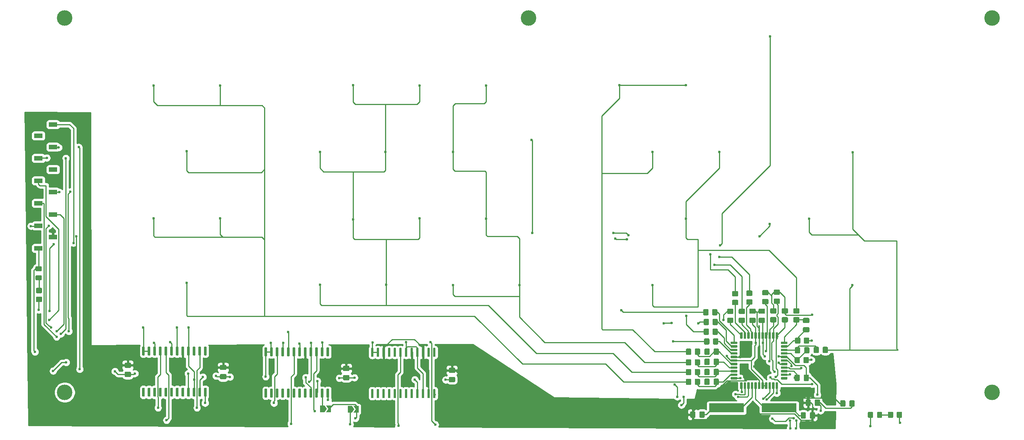
<source format=gbr>
G04 #@! TF.GenerationSoftware,KiCad,Pcbnew,5.1.5+dfsg1-2build2*
G04 #@! TF.CreationDate,2024-05-23T04:39:51+01:00*
G04 #@! TF.ProjectId,qt_touch1,71745f74-6f75-4636-9831-2e6b69636164,rev?*
G04 #@! TF.SameCoordinates,Original*
G04 #@! TF.FileFunction,Copper,L2,Bot*
G04 #@! TF.FilePolarity,Positive*
%FSLAX46Y46*%
G04 Gerber Fmt 4.6, Leading zero omitted, Abs format (unit mm)*
G04 Created by KiCad (PCBNEW 5.1.5+dfsg1-2build2) date 2024-05-23 04:39:51*
%MOMM*%
%LPD*%
G04 APERTURE LIST*
%ADD10C,0.100000*%
%ADD11R,1.900000X1.000000*%
%ADD12R,7.875000X2.000000*%
%ADD13C,3.500000*%
%ADD14C,0.600000*%
%ADD15C,0.250000*%
%ADD16C,0.254000*%
G04 APERTURE END LIST*
G04 #@! TA.AperFunction,SMDPad,CuDef*
D10*
G36*
X97975000Y-138900000D02*
G01*
X97475000Y-139650000D01*
X96475000Y-139650000D01*
X96475000Y-138150000D01*
X97475000Y-138150000D01*
X97975000Y-138900000D01*
G37*
G04 #@! TD.AperFunction*
G04 #@! TA.AperFunction,SMDPad,CuDef*
G36*
X98925000Y-139650000D02*
G01*
X97775000Y-139650000D01*
X98275000Y-138900000D01*
X97775000Y-138150000D01*
X98925000Y-138150000D01*
X98925000Y-139650000D01*
G37*
G04 #@! TD.AperFunction*
G04 #@! TA.AperFunction,SMDPad,CuDef*
G36*
X104175000Y-139000000D02*
G01*
X103675000Y-139750000D01*
X102675000Y-139750000D01*
X102675000Y-138250000D01*
X103675000Y-138250000D01*
X104175000Y-139000000D01*
G37*
G04 #@! TD.AperFunction*
G04 #@! TA.AperFunction,SMDPad,CuDef*
G36*
X105125000Y-139750000D02*
G01*
X103975000Y-139750000D01*
X104475000Y-139000000D01*
X103975000Y-138250000D01*
X105125000Y-138250000D01*
X105125000Y-139750000D01*
G37*
G04 #@! TD.AperFunction*
G04 #@! TA.AperFunction,SMDPad,CuDef*
G36*
X108365977Y-134450662D02*
G01*
X108379325Y-134452642D01*
X108392414Y-134455921D01*
X108405119Y-134460467D01*
X108417317Y-134466236D01*
X108428891Y-134473173D01*
X108439729Y-134481211D01*
X108449727Y-134490273D01*
X108458789Y-134500271D01*
X108466827Y-134511109D01*
X108473764Y-134522683D01*
X108479533Y-134534881D01*
X108484079Y-134547586D01*
X108487358Y-134560675D01*
X108489338Y-134574023D01*
X108490000Y-134587500D01*
X108490000Y-136312500D01*
X108489338Y-136325977D01*
X108487358Y-136339325D01*
X108484079Y-136352414D01*
X108479533Y-136365119D01*
X108473764Y-136377317D01*
X108466827Y-136388891D01*
X108458789Y-136399729D01*
X108449727Y-136409727D01*
X108439729Y-136418789D01*
X108428891Y-136426827D01*
X108417317Y-136433764D01*
X108405119Y-136439533D01*
X108392414Y-136444079D01*
X108379325Y-136447358D01*
X108365977Y-136449338D01*
X108352500Y-136450000D01*
X108077500Y-136450000D01*
X108064023Y-136449338D01*
X108050675Y-136447358D01*
X108037586Y-136444079D01*
X108024881Y-136439533D01*
X108012683Y-136433764D01*
X108001109Y-136426827D01*
X107990271Y-136418789D01*
X107980273Y-136409727D01*
X107971211Y-136399729D01*
X107963173Y-136388891D01*
X107956236Y-136377317D01*
X107950467Y-136365119D01*
X107945921Y-136352414D01*
X107942642Y-136339325D01*
X107940662Y-136325977D01*
X107940000Y-136312500D01*
X107940000Y-134587500D01*
X107940662Y-134574023D01*
X107942642Y-134560675D01*
X107945921Y-134547586D01*
X107950467Y-134534881D01*
X107956236Y-134522683D01*
X107963173Y-134511109D01*
X107971211Y-134500271D01*
X107980273Y-134490273D01*
X107990271Y-134481211D01*
X108001109Y-134473173D01*
X108012683Y-134466236D01*
X108024881Y-134460467D01*
X108037586Y-134455921D01*
X108050675Y-134452642D01*
X108064023Y-134450662D01*
X108077500Y-134450000D01*
X108352500Y-134450000D01*
X108365977Y-134450662D01*
G37*
G04 #@! TD.AperFunction*
G04 #@! TA.AperFunction,SMDPad,CuDef*
G36*
X109635977Y-134450662D02*
G01*
X109649325Y-134452642D01*
X109662414Y-134455921D01*
X109675119Y-134460467D01*
X109687317Y-134466236D01*
X109698891Y-134473173D01*
X109709729Y-134481211D01*
X109719727Y-134490273D01*
X109728789Y-134500271D01*
X109736827Y-134511109D01*
X109743764Y-134522683D01*
X109749533Y-134534881D01*
X109754079Y-134547586D01*
X109757358Y-134560675D01*
X109759338Y-134574023D01*
X109760000Y-134587500D01*
X109760000Y-136312500D01*
X109759338Y-136325977D01*
X109757358Y-136339325D01*
X109754079Y-136352414D01*
X109749533Y-136365119D01*
X109743764Y-136377317D01*
X109736827Y-136388891D01*
X109728789Y-136399729D01*
X109719727Y-136409727D01*
X109709729Y-136418789D01*
X109698891Y-136426827D01*
X109687317Y-136433764D01*
X109675119Y-136439533D01*
X109662414Y-136444079D01*
X109649325Y-136447358D01*
X109635977Y-136449338D01*
X109622500Y-136450000D01*
X109347500Y-136450000D01*
X109334023Y-136449338D01*
X109320675Y-136447358D01*
X109307586Y-136444079D01*
X109294881Y-136439533D01*
X109282683Y-136433764D01*
X109271109Y-136426827D01*
X109260271Y-136418789D01*
X109250273Y-136409727D01*
X109241211Y-136399729D01*
X109233173Y-136388891D01*
X109226236Y-136377317D01*
X109220467Y-136365119D01*
X109215921Y-136352414D01*
X109212642Y-136339325D01*
X109210662Y-136325977D01*
X109210000Y-136312500D01*
X109210000Y-134587500D01*
X109210662Y-134574023D01*
X109212642Y-134560675D01*
X109215921Y-134547586D01*
X109220467Y-134534881D01*
X109226236Y-134522683D01*
X109233173Y-134511109D01*
X109241211Y-134500271D01*
X109250273Y-134490273D01*
X109260271Y-134481211D01*
X109271109Y-134473173D01*
X109282683Y-134466236D01*
X109294881Y-134460467D01*
X109307586Y-134455921D01*
X109320675Y-134452642D01*
X109334023Y-134450662D01*
X109347500Y-134450000D01*
X109622500Y-134450000D01*
X109635977Y-134450662D01*
G37*
G04 #@! TD.AperFunction*
G04 #@! TA.AperFunction,SMDPad,CuDef*
G36*
X110905977Y-134450662D02*
G01*
X110919325Y-134452642D01*
X110932414Y-134455921D01*
X110945119Y-134460467D01*
X110957317Y-134466236D01*
X110968891Y-134473173D01*
X110979729Y-134481211D01*
X110989727Y-134490273D01*
X110998789Y-134500271D01*
X111006827Y-134511109D01*
X111013764Y-134522683D01*
X111019533Y-134534881D01*
X111024079Y-134547586D01*
X111027358Y-134560675D01*
X111029338Y-134574023D01*
X111030000Y-134587500D01*
X111030000Y-136312500D01*
X111029338Y-136325977D01*
X111027358Y-136339325D01*
X111024079Y-136352414D01*
X111019533Y-136365119D01*
X111013764Y-136377317D01*
X111006827Y-136388891D01*
X110998789Y-136399729D01*
X110989727Y-136409727D01*
X110979729Y-136418789D01*
X110968891Y-136426827D01*
X110957317Y-136433764D01*
X110945119Y-136439533D01*
X110932414Y-136444079D01*
X110919325Y-136447358D01*
X110905977Y-136449338D01*
X110892500Y-136450000D01*
X110617500Y-136450000D01*
X110604023Y-136449338D01*
X110590675Y-136447358D01*
X110577586Y-136444079D01*
X110564881Y-136439533D01*
X110552683Y-136433764D01*
X110541109Y-136426827D01*
X110530271Y-136418789D01*
X110520273Y-136409727D01*
X110511211Y-136399729D01*
X110503173Y-136388891D01*
X110496236Y-136377317D01*
X110490467Y-136365119D01*
X110485921Y-136352414D01*
X110482642Y-136339325D01*
X110480662Y-136325977D01*
X110480000Y-136312500D01*
X110480000Y-134587500D01*
X110480662Y-134574023D01*
X110482642Y-134560675D01*
X110485921Y-134547586D01*
X110490467Y-134534881D01*
X110496236Y-134522683D01*
X110503173Y-134511109D01*
X110511211Y-134500271D01*
X110520273Y-134490273D01*
X110530271Y-134481211D01*
X110541109Y-134473173D01*
X110552683Y-134466236D01*
X110564881Y-134460467D01*
X110577586Y-134455921D01*
X110590675Y-134452642D01*
X110604023Y-134450662D01*
X110617500Y-134450000D01*
X110892500Y-134450000D01*
X110905977Y-134450662D01*
G37*
G04 #@! TD.AperFunction*
G04 #@! TA.AperFunction,SMDPad,CuDef*
G36*
X112175977Y-134450662D02*
G01*
X112189325Y-134452642D01*
X112202414Y-134455921D01*
X112215119Y-134460467D01*
X112227317Y-134466236D01*
X112238891Y-134473173D01*
X112249729Y-134481211D01*
X112259727Y-134490273D01*
X112268789Y-134500271D01*
X112276827Y-134511109D01*
X112283764Y-134522683D01*
X112289533Y-134534881D01*
X112294079Y-134547586D01*
X112297358Y-134560675D01*
X112299338Y-134574023D01*
X112300000Y-134587500D01*
X112300000Y-136312500D01*
X112299338Y-136325977D01*
X112297358Y-136339325D01*
X112294079Y-136352414D01*
X112289533Y-136365119D01*
X112283764Y-136377317D01*
X112276827Y-136388891D01*
X112268789Y-136399729D01*
X112259727Y-136409727D01*
X112249729Y-136418789D01*
X112238891Y-136426827D01*
X112227317Y-136433764D01*
X112215119Y-136439533D01*
X112202414Y-136444079D01*
X112189325Y-136447358D01*
X112175977Y-136449338D01*
X112162500Y-136450000D01*
X111887500Y-136450000D01*
X111874023Y-136449338D01*
X111860675Y-136447358D01*
X111847586Y-136444079D01*
X111834881Y-136439533D01*
X111822683Y-136433764D01*
X111811109Y-136426827D01*
X111800271Y-136418789D01*
X111790273Y-136409727D01*
X111781211Y-136399729D01*
X111773173Y-136388891D01*
X111766236Y-136377317D01*
X111760467Y-136365119D01*
X111755921Y-136352414D01*
X111752642Y-136339325D01*
X111750662Y-136325977D01*
X111750000Y-136312500D01*
X111750000Y-134587500D01*
X111750662Y-134574023D01*
X111752642Y-134560675D01*
X111755921Y-134547586D01*
X111760467Y-134534881D01*
X111766236Y-134522683D01*
X111773173Y-134511109D01*
X111781211Y-134500271D01*
X111790273Y-134490273D01*
X111800271Y-134481211D01*
X111811109Y-134473173D01*
X111822683Y-134466236D01*
X111834881Y-134460467D01*
X111847586Y-134455921D01*
X111860675Y-134452642D01*
X111874023Y-134450662D01*
X111887500Y-134450000D01*
X112162500Y-134450000D01*
X112175977Y-134450662D01*
G37*
G04 #@! TD.AperFunction*
G04 #@! TA.AperFunction,SMDPad,CuDef*
G36*
X113445977Y-134450662D02*
G01*
X113459325Y-134452642D01*
X113472414Y-134455921D01*
X113485119Y-134460467D01*
X113497317Y-134466236D01*
X113508891Y-134473173D01*
X113519729Y-134481211D01*
X113529727Y-134490273D01*
X113538789Y-134500271D01*
X113546827Y-134511109D01*
X113553764Y-134522683D01*
X113559533Y-134534881D01*
X113564079Y-134547586D01*
X113567358Y-134560675D01*
X113569338Y-134574023D01*
X113570000Y-134587500D01*
X113570000Y-136312500D01*
X113569338Y-136325977D01*
X113567358Y-136339325D01*
X113564079Y-136352414D01*
X113559533Y-136365119D01*
X113553764Y-136377317D01*
X113546827Y-136388891D01*
X113538789Y-136399729D01*
X113529727Y-136409727D01*
X113519729Y-136418789D01*
X113508891Y-136426827D01*
X113497317Y-136433764D01*
X113485119Y-136439533D01*
X113472414Y-136444079D01*
X113459325Y-136447358D01*
X113445977Y-136449338D01*
X113432500Y-136450000D01*
X113157500Y-136450000D01*
X113144023Y-136449338D01*
X113130675Y-136447358D01*
X113117586Y-136444079D01*
X113104881Y-136439533D01*
X113092683Y-136433764D01*
X113081109Y-136426827D01*
X113070271Y-136418789D01*
X113060273Y-136409727D01*
X113051211Y-136399729D01*
X113043173Y-136388891D01*
X113036236Y-136377317D01*
X113030467Y-136365119D01*
X113025921Y-136352414D01*
X113022642Y-136339325D01*
X113020662Y-136325977D01*
X113020000Y-136312500D01*
X113020000Y-134587500D01*
X113020662Y-134574023D01*
X113022642Y-134560675D01*
X113025921Y-134547586D01*
X113030467Y-134534881D01*
X113036236Y-134522683D01*
X113043173Y-134511109D01*
X113051211Y-134500271D01*
X113060273Y-134490273D01*
X113070271Y-134481211D01*
X113081109Y-134473173D01*
X113092683Y-134466236D01*
X113104881Y-134460467D01*
X113117586Y-134455921D01*
X113130675Y-134452642D01*
X113144023Y-134450662D01*
X113157500Y-134450000D01*
X113432500Y-134450000D01*
X113445977Y-134450662D01*
G37*
G04 #@! TD.AperFunction*
G04 #@! TA.AperFunction,SMDPad,CuDef*
G36*
X114715977Y-134450662D02*
G01*
X114729325Y-134452642D01*
X114742414Y-134455921D01*
X114755119Y-134460467D01*
X114767317Y-134466236D01*
X114778891Y-134473173D01*
X114789729Y-134481211D01*
X114799727Y-134490273D01*
X114808789Y-134500271D01*
X114816827Y-134511109D01*
X114823764Y-134522683D01*
X114829533Y-134534881D01*
X114834079Y-134547586D01*
X114837358Y-134560675D01*
X114839338Y-134574023D01*
X114840000Y-134587500D01*
X114840000Y-136312500D01*
X114839338Y-136325977D01*
X114837358Y-136339325D01*
X114834079Y-136352414D01*
X114829533Y-136365119D01*
X114823764Y-136377317D01*
X114816827Y-136388891D01*
X114808789Y-136399729D01*
X114799727Y-136409727D01*
X114789729Y-136418789D01*
X114778891Y-136426827D01*
X114767317Y-136433764D01*
X114755119Y-136439533D01*
X114742414Y-136444079D01*
X114729325Y-136447358D01*
X114715977Y-136449338D01*
X114702500Y-136450000D01*
X114427500Y-136450000D01*
X114414023Y-136449338D01*
X114400675Y-136447358D01*
X114387586Y-136444079D01*
X114374881Y-136439533D01*
X114362683Y-136433764D01*
X114351109Y-136426827D01*
X114340271Y-136418789D01*
X114330273Y-136409727D01*
X114321211Y-136399729D01*
X114313173Y-136388891D01*
X114306236Y-136377317D01*
X114300467Y-136365119D01*
X114295921Y-136352414D01*
X114292642Y-136339325D01*
X114290662Y-136325977D01*
X114290000Y-136312500D01*
X114290000Y-134587500D01*
X114290662Y-134574023D01*
X114292642Y-134560675D01*
X114295921Y-134547586D01*
X114300467Y-134534881D01*
X114306236Y-134522683D01*
X114313173Y-134511109D01*
X114321211Y-134500271D01*
X114330273Y-134490273D01*
X114340271Y-134481211D01*
X114351109Y-134473173D01*
X114362683Y-134466236D01*
X114374881Y-134460467D01*
X114387586Y-134455921D01*
X114400675Y-134452642D01*
X114414023Y-134450662D01*
X114427500Y-134450000D01*
X114702500Y-134450000D01*
X114715977Y-134450662D01*
G37*
G04 #@! TD.AperFunction*
G04 #@! TA.AperFunction,SMDPad,CuDef*
G36*
X115985977Y-134450662D02*
G01*
X115999325Y-134452642D01*
X116012414Y-134455921D01*
X116025119Y-134460467D01*
X116037317Y-134466236D01*
X116048891Y-134473173D01*
X116059729Y-134481211D01*
X116069727Y-134490273D01*
X116078789Y-134500271D01*
X116086827Y-134511109D01*
X116093764Y-134522683D01*
X116099533Y-134534881D01*
X116104079Y-134547586D01*
X116107358Y-134560675D01*
X116109338Y-134574023D01*
X116110000Y-134587500D01*
X116110000Y-136312500D01*
X116109338Y-136325977D01*
X116107358Y-136339325D01*
X116104079Y-136352414D01*
X116099533Y-136365119D01*
X116093764Y-136377317D01*
X116086827Y-136388891D01*
X116078789Y-136399729D01*
X116069727Y-136409727D01*
X116059729Y-136418789D01*
X116048891Y-136426827D01*
X116037317Y-136433764D01*
X116025119Y-136439533D01*
X116012414Y-136444079D01*
X115999325Y-136447358D01*
X115985977Y-136449338D01*
X115972500Y-136450000D01*
X115697500Y-136450000D01*
X115684023Y-136449338D01*
X115670675Y-136447358D01*
X115657586Y-136444079D01*
X115644881Y-136439533D01*
X115632683Y-136433764D01*
X115621109Y-136426827D01*
X115610271Y-136418789D01*
X115600273Y-136409727D01*
X115591211Y-136399729D01*
X115583173Y-136388891D01*
X115576236Y-136377317D01*
X115570467Y-136365119D01*
X115565921Y-136352414D01*
X115562642Y-136339325D01*
X115560662Y-136325977D01*
X115560000Y-136312500D01*
X115560000Y-134587500D01*
X115560662Y-134574023D01*
X115562642Y-134560675D01*
X115565921Y-134547586D01*
X115570467Y-134534881D01*
X115576236Y-134522683D01*
X115583173Y-134511109D01*
X115591211Y-134500271D01*
X115600273Y-134490273D01*
X115610271Y-134481211D01*
X115621109Y-134473173D01*
X115632683Y-134466236D01*
X115644881Y-134460467D01*
X115657586Y-134455921D01*
X115670675Y-134452642D01*
X115684023Y-134450662D01*
X115697500Y-134450000D01*
X115972500Y-134450000D01*
X115985977Y-134450662D01*
G37*
G04 #@! TD.AperFunction*
G04 #@! TA.AperFunction,SMDPad,CuDef*
G36*
X117255977Y-134450662D02*
G01*
X117269325Y-134452642D01*
X117282414Y-134455921D01*
X117295119Y-134460467D01*
X117307317Y-134466236D01*
X117318891Y-134473173D01*
X117329729Y-134481211D01*
X117339727Y-134490273D01*
X117348789Y-134500271D01*
X117356827Y-134511109D01*
X117363764Y-134522683D01*
X117369533Y-134534881D01*
X117374079Y-134547586D01*
X117377358Y-134560675D01*
X117379338Y-134574023D01*
X117380000Y-134587500D01*
X117380000Y-136312500D01*
X117379338Y-136325977D01*
X117377358Y-136339325D01*
X117374079Y-136352414D01*
X117369533Y-136365119D01*
X117363764Y-136377317D01*
X117356827Y-136388891D01*
X117348789Y-136399729D01*
X117339727Y-136409727D01*
X117329729Y-136418789D01*
X117318891Y-136426827D01*
X117307317Y-136433764D01*
X117295119Y-136439533D01*
X117282414Y-136444079D01*
X117269325Y-136447358D01*
X117255977Y-136449338D01*
X117242500Y-136450000D01*
X116967500Y-136450000D01*
X116954023Y-136449338D01*
X116940675Y-136447358D01*
X116927586Y-136444079D01*
X116914881Y-136439533D01*
X116902683Y-136433764D01*
X116891109Y-136426827D01*
X116880271Y-136418789D01*
X116870273Y-136409727D01*
X116861211Y-136399729D01*
X116853173Y-136388891D01*
X116846236Y-136377317D01*
X116840467Y-136365119D01*
X116835921Y-136352414D01*
X116832642Y-136339325D01*
X116830662Y-136325977D01*
X116830000Y-136312500D01*
X116830000Y-134587500D01*
X116830662Y-134574023D01*
X116832642Y-134560675D01*
X116835921Y-134547586D01*
X116840467Y-134534881D01*
X116846236Y-134522683D01*
X116853173Y-134511109D01*
X116861211Y-134500271D01*
X116870273Y-134490273D01*
X116880271Y-134481211D01*
X116891109Y-134473173D01*
X116902683Y-134466236D01*
X116914881Y-134460467D01*
X116927586Y-134455921D01*
X116940675Y-134452642D01*
X116954023Y-134450662D01*
X116967500Y-134450000D01*
X117242500Y-134450000D01*
X117255977Y-134450662D01*
G37*
G04 #@! TD.AperFunction*
G04 #@! TA.AperFunction,SMDPad,CuDef*
G36*
X118525977Y-134450662D02*
G01*
X118539325Y-134452642D01*
X118552414Y-134455921D01*
X118565119Y-134460467D01*
X118577317Y-134466236D01*
X118588891Y-134473173D01*
X118599729Y-134481211D01*
X118609727Y-134490273D01*
X118618789Y-134500271D01*
X118626827Y-134511109D01*
X118633764Y-134522683D01*
X118639533Y-134534881D01*
X118644079Y-134547586D01*
X118647358Y-134560675D01*
X118649338Y-134574023D01*
X118650000Y-134587500D01*
X118650000Y-136312500D01*
X118649338Y-136325977D01*
X118647358Y-136339325D01*
X118644079Y-136352414D01*
X118639533Y-136365119D01*
X118633764Y-136377317D01*
X118626827Y-136388891D01*
X118618789Y-136399729D01*
X118609727Y-136409727D01*
X118599729Y-136418789D01*
X118588891Y-136426827D01*
X118577317Y-136433764D01*
X118565119Y-136439533D01*
X118552414Y-136444079D01*
X118539325Y-136447358D01*
X118525977Y-136449338D01*
X118512500Y-136450000D01*
X118237500Y-136450000D01*
X118224023Y-136449338D01*
X118210675Y-136447358D01*
X118197586Y-136444079D01*
X118184881Y-136439533D01*
X118172683Y-136433764D01*
X118161109Y-136426827D01*
X118150271Y-136418789D01*
X118140273Y-136409727D01*
X118131211Y-136399729D01*
X118123173Y-136388891D01*
X118116236Y-136377317D01*
X118110467Y-136365119D01*
X118105921Y-136352414D01*
X118102642Y-136339325D01*
X118100662Y-136325977D01*
X118100000Y-136312500D01*
X118100000Y-134587500D01*
X118100662Y-134574023D01*
X118102642Y-134560675D01*
X118105921Y-134547586D01*
X118110467Y-134534881D01*
X118116236Y-134522683D01*
X118123173Y-134511109D01*
X118131211Y-134500271D01*
X118140273Y-134490273D01*
X118150271Y-134481211D01*
X118161109Y-134473173D01*
X118172683Y-134466236D01*
X118184881Y-134460467D01*
X118197586Y-134455921D01*
X118210675Y-134452642D01*
X118224023Y-134450662D01*
X118237500Y-134450000D01*
X118512500Y-134450000D01*
X118525977Y-134450662D01*
G37*
G04 #@! TD.AperFunction*
G04 #@! TA.AperFunction,SMDPad,CuDef*
G36*
X119795977Y-134450662D02*
G01*
X119809325Y-134452642D01*
X119822414Y-134455921D01*
X119835119Y-134460467D01*
X119847317Y-134466236D01*
X119858891Y-134473173D01*
X119869729Y-134481211D01*
X119879727Y-134490273D01*
X119888789Y-134500271D01*
X119896827Y-134511109D01*
X119903764Y-134522683D01*
X119909533Y-134534881D01*
X119914079Y-134547586D01*
X119917358Y-134560675D01*
X119919338Y-134574023D01*
X119920000Y-134587500D01*
X119920000Y-136312500D01*
X119919338Y-136325977D01*
X119917358Y-136339325D01*
X119914079Y-136352414D01*
X119909533Y-136365119D01*
X119903764Y-136377317D01*
X119896827Y-136388891D01*
X119888789Y-136399729D01*
X119879727Y-136409727D01*
X119869729Y-136418789D01*
X119858891Y-136426827D01*
X119847317Y-136433764D01*
X119835119Y-136439533D01*
X119822414Y-136444079D01*
X119809325Y-136447358D01*
X119795977Y-136449338D01*
X119782500Y-136450000D01*
X119507500Y-136450000D01*
X119494023Y-136449338D01*
X119480675Y-136447358D01*
X119467586Y-136444079D01*
X119454881Y-136439533D01*
X119442683Y-136433764D01*
X119431109Y-136426827D01*
X119420271Y-136418789D01*
X119410273Y-136409727D01*
X119401211Y-136399729D01*
X119393173Y-136388891D01*
X119386236Y-136377317D01*
X119380467Y-136365119D01*
X119375921Y-136352414D01*
X119372642Y-136339325D01*
X119370662Y-136325977D01*
X119370000Y-136312500D01*
X119370000Y-134587500D01*
X119370662Y-134574023D01*
X119372642Y-134560675D01*
X119375921Y-134547586D01*
X119380467Y-134534881D01*
X119386236Y-134522683D01*
X119393173Y-134511109D01*
X119401211Y-134500271D01*
X119410273Y-134490273D01*
X119420271Y-134481211D01*
X119431109Y-134473173D01*
X119442683Y-134466236D01*
X119454881Y-134460467D01*
X119467586Y-134455921D01*
X119480675Y-134452642D01*
X119494023Y-134450662D01*
X119507500Y-134450000D01*
X119782500Y-134450000D01*
X119795977Y-134450662D01*
G37*
G04 #@! TD.AperFunction*
G04 #@! TA.AperFunction,SMDPad,CuDef*
G36*
X121065977Y-134450662D02*
G01*
X121079325Y-134452642D01*
X121092414Y-134455921D01*
X121105119Y-134460467D01*
X121117317Y-134466236D01*
X121128891Y-134473173D01*
X121139729Y-134481211D01*
X121149727Y-134490273D01*
X121158789Y-134500271D01*
X121166827Y-134511109D01*
X121173764Y-134522683D01*
X121179533Y-134534881D01*
X121184079Y-134547586D01*
X121187358Y-134560675D01*
X121189338Y-134574023D01*
X121190000Y-134587500D01*
X121190000Y-136312500D01*
X121189338Y-136325977D01*
X121187358Y-136339325D01*
X121184079Y-136352414D01*
X121179533Y-136365119D01*
X121173764Y-136377317D01*
X121166827Y-136388891D01*
X121158789Y-136399729D01*
X121149727Y-136409727D01*
X121139729Y-136418789D01*
X121128891Y-136426827D01*
X121117317Y-136433764D01*
X121105119Y-136439533D01*
X121092414Y-136444079D01*
X121079325Y-136447358D01*
X121065977Y-136449338D01*
X121052500Y-136450000D01*
X120777500Y-136450000D01*
X120764023Y-136449338D01*
X120750675Y-136447358D01*
X120737586Y-136444079D01*
X120724881Y-136439533D01*
X120712683Y-136433764D01*
X120701109Y-136426827D01*
X120690271Y-136418789D01*
X120680273Y-136409727D01*
X120671211Y-136399729D01*
X120663173Y-136388891D01*
X120656236Y-136377317D01*
X120650467Y-136365119D01*
X120645921Y-136352414D01*
X120642642Y-136339325D01*
X120640662Y-136325977D01*
X120640000Y-136312500D01*
X120640000Y-134587500D01*
X120640662Y-134574023D01*
X120642642Y-134560675D01*
X120645921Y-134547586D01*
X120650467Y-134534881D01*
X120656236Y-134522683D01*
X120663173Y-134511109D01*
X120671211Y-134500271D01*
X120680273Y-134490273D01*
X120690271Y-134481211D01*
X120701109Y-134473173D01*
X120712683Y-134466236D01*
X120724881Y-134460467D01*
X120737586Y-134455921D01*
X120750675Y-134452642D01*
X120764023Y-134450662D01*
X120777500Y-134450000D01*
X121052500Y-134450000D01*
X121065977Y-134450662D01*
G37*
G04 #@! TD.AperFunction*
G04 #@! TA.AperFunction,SMDPad,CuDef*
G36*
X122335977Y-134450662D02*
G01*
X122349325Y-134452642D01*
X122362414Y-134455921D01*
X122375119Y-134460467D01*
X122387317Y-134466236D01*
X122398891Y-134473173D01*
X122409729Y-134481211D01*
X122419727Y-134490273D01*
X122428789Y-134500271D01*
X122436827Y-134511109D01*
X122443764Y-134522683D01*
X122449533Y-134534881D01*
X122454079Y-134547586D01*
X122457358Y-134560675D01*
X122459338Y-134574023D01*
X122460000Y-134587500D01*
X122460000Y-136312500D01*
X122459338Y-136325977D01*
X122457358Y-136339325D01*
X122454079Y-136352414D01*
X122449533Y-136365119D01*
X122443764Y-136377317D01*
X122436827Y-136388891D01*
X122428789Y-136399729D01*
X122419727Y-136409727D01*
X122409729Y-136418789D01*
X122398891Y-136426827D01*
X122387317Y-136433764D01*
X122375119Y-136439533D01*
X122362414Y-136444079D01*
X122349325Y-136447358D01*
X122335977Y-136449338D01*
X122322500Y-136450000D01*
X122047500Y-136450000D01*
X122034023Y-136449338D01*
X122020675Y-136447358D01*
X122007586Y-136444079D01*
X121994881Y-136439533D01*
X121982683Y-136433764D01*
X121971109Y-136426827D01*
X121960271Y-136418789D01*
X121950273Y-136409727D01*
X121941211Y-136399729D01*
X121933173Y-136388891D01*
X121926236Y-136377317D01*
X121920467Y-136365119D01*
X121915921Y-136352414D01*
X121912642Y-136339325D01*
X121910662Y-136325977D01*
X121910000Y-136312500D01*
X121910000Y-134587500D01*
X121910662Y-134574023D01*
X121912642Y-134560675D01*
X121915921Y-134547586D01*
X121920467Y-134534881D01*
X121926236Y-134522683D01*
X121933173Y-134511109D01*
X121941211Y-134500271D01*
X121950273Y-134490273D01*
X121960271Y-134481211D01*
X121971109Y-134473173D01*
X121982683Y-134466236D01*
X121994881Y-134460467D01*
X122007586Y-134455921D01*
X122020675Y-134452642D01*
X122034023Y-134450662D01*
X122047500Y-134450000D01*
X122322500Y-134450000D01*
X122335977Y-134450662D01*
G37*
G04 #@! TD.AperFunction*
G04 #@! TA.AperFunction,SMDPad,CuDef*
G36*
X122335977Y-125150662D02*
G01*
X122349325Y-125152642D01*
X122362414Y-125155921D01*
X122375119Y-125160467D01*
X122387317Y-125166236D01*
X122398891Y-125173173D01*
X122409729Y-125181211D01*
X122419727Y-125190273D01*
X122428789Y-125200271D01*
X122436827Y-125211109D01*
X122443764Y-125222683D01*
X122449533Y-125234881D01*
X122454079Y-125247586D01*
X122457358Y-125260675D01*
X122459338Y-125274023D01*
X122460000Y-125287500D01*
X122460000Y-127012500D01*
X122459338Y-127025977D01*
X122457358Y-127039325D01*
X122454079Y-127052414D01*
X122449533Y-127065119D01*
X122443764Y-127077317D01*
X122436827Y-127088891D01*
X122428789Y-127099729D01*
X122419727Y-127109727D01*
X122409729Y-127118789D01*
X122398891Y-127126827D01*
X122387317Y-127133764D01*
X122375119Y-127139533D01*
X122362414Y-127144079D01*
X122349325Y-127147358D01*
X122335977Y-127149338D01*
X122322500Y-127150000D01*
X122047500Y-127150000D01*
X122034023Y-127149338D01*
X122020675Y-127147358D01*
X122007586Y-127144079D01*
X121994881Y-127139533D01*
X121982683Y-127133764D01*
X121971109Y-127126827D01*
X121960271Y-127118789D01*
X121950273Y-127109727D01*
X121941211Y-127099729D01*
X121933173Y-127088891D01*
X121926236Y-127077317D01*
X121920467Y-127065119D01*
X121915921Y-127052414D01*
X121912642Y-127039325D01*
X121910662Y-127025977D01*
X121910000Y-127012500D01*
X121910000Y-125287500D01*
X121910662Y-125274023D01*
X121912642Y-125260675D01*
X121915921Y-125247586D01*
X121920467Y-125234881D01*
X121926236Y-125222683D01*
X121933173Y-125211109D01*
X121941211Y-125200271D01*
X121950273Y-125190273D01*
X121960271Y-125181211D01*
X121971109Y-125173173D01*
X121982683Y-125166236D01*
X121994881Y-125160467D01*
X122007586Y-125155921D01*
X122020675Y-125152642D01*
X122034023Y-125150662D01*
X122047500Y-125150000D01*
X122322500Y-125150000D01*
X122335977Y-125150662D01*
G37*
G04 #@! TD.AperFunction*
G04 #@! TA.AperFunction,SMDPad,CuDef*
G36*
X121065977Y-125150662D02*
G01*
X121079325Y-125152642D01*
X121092414Y-125155921D01*
X121105119Y-125160467D01*
X121117317Y-125166236D01*
X121128891Y-125173173D01*
X121139729Y-125181211D01*
X121149727Y-125190273D01*
X121158789Y-125200271D01*
X121166827Y-125211109D01*
X121173764Y-125222683D01*
X121179533Y-125234881D01*
X121184079Y-125247586D01*
X121187358Y-125260675D01*
X121189338Y-125274023D01*
X121190000Y-125287500D01*
X121190000Y-127012500D01*
X121189338Y-127025977D01*
X121187358Y-127039325D01*
X121184079Y-127052414D01*
X121179533Y-127065119D01*
X121173764Y-127077317D01*
X121166827Y-127088891D01*
X121158789Y-127099729D01*
X121149727Y-127109727D01*
X121139729Y-127118789D01*
X121128891Y-127126827D01*
X121117317Y-127133764D01*
X121105119Y-127139533D01*
X121092414Y-127144079D01*
X121079325Y-127147358D01*
X121065977Y-127149338D01*
X121052500Y-127150000D01*
X120777500Y-127150000D01*
X120764023Y-127149338D01*
X120750675Y-127147358D01*
X120737586Y-127144079D01*
X120724881Y-127139533D01*
X120712683Y-127133764D01*
X120701109Y-127126827D01*
X120690271Y-127118789D01*
X120680273Y-127109727D01*
X120671211Y-127099729D01*
X120663173Y-127088891D01*
X120656236Y-127077317D01*
X120650467Y-127065119D01*
X120645921Y-127052414D01*
X120642642Y-127039325D01*
X120640662Y-127025977D01*
X120640000Y-127012500D01*
X120640000Y-125287500D01*
X120640662Y-125274023D01*
X120642642Y-125260675D01*
X120645921Y-125247586D01*
X120650467Y-125234881D01*
X120656236Y-125222683D01*
X120663173Y-125211109D01*
X120671211Y-125200271D01*
X120680273Y-125190273D01*
X120690271Y-125181211D01*
X120701109Y-125173173D01*
X120712683Y-125166236D01*
X120724881Y-125160467D01*
X120737586Y-125155921D01*
X120750675Y-125152642D01*
X120764023Y-125150662D01*
X120777500Y-125150000D01*
X121052500Y-125150000D01*
X121065977Y-125150662D01*
G37*
G04 #@! TD.AperFunction*
G04 #@! TA.AperFunction,SMDPad,CuDef*
G36*
X119795977Y-125150662D02*
G01*
X119809325Y-125152642D01*
X119822414Y-125155921D01*
X119835119Y-125160467D01*
X119847317Y-125166236D01*
X119858891Y-125173173D01*
X119869729Y-125181211D01*
X119879727Y-125190273D01*
X119888789Y-125200271D01*
X119896827Y-125211109D01*
X119903764Y-125222683D01*
X119909533Y-125234881D01*
X119914079Y-125247586D01*
X119917358Y-125260675D01*
X119919338Y-125274023D01*
X119920000Y-125287500D01*
X119920000Y-127012500D01*
X119919338Y-127025977D01*
X119917358Y-127039325D01*
X119914079Y-127052414D01*
X119909533Y-127065119D01*
X119903764Y-127077317D01*
X119896827Y-127088891D01*
X119888789Y-127099729D01*
X119879727Y-127109727D01*
X119869729Y-127118789D01*
X119858891Y-127126827D01*
X119847317Y-127133764D01*
X119835119Y-127139533D01*
X119822414Y-127144079D01*
X119809325Y-127147358D01*
X119795977Y-127149338D01*
X119782500Y-127150000D01*
X119507500Y-127150000D01*
X119494023Y-127149338D01*
X119480675Y-127147358D01*
X119467586Y-127144079D01*
X119454881Y-127139533D01*
X119442683Y-127133764D01*
X119431109Y-127126827D01*
X119420271Y-127118789D01*
X119410273Y-127109727D01*
X119401211Y-127099729D01*
X119393173Y-127088891D01*
X119386236Y-127077317D01*
X119380467Y-127065119D01*
X119375921Y-127052414D01*
X119372642Y-127039325D01*
X119370662Y-127025977D01*
X119370000Y-127012500D01*
X119370000Y-125287500D01*
X119370662Y-125274023D01*
X119372642Y-125260675D01*
X119375921Y-125247586D01*
X119380467Y-125234881D01*
X119386236Y-125222683D01*
X119393173Y-125211109D01*
X119401211Y-125200271D01*
X119410273Y-125190273D01*
X119420271Y-125181211D01*
X119431109Y-125173173D01*
X119442683Y-125166236D01*
X119454881Y-125160467D01*
X119467586Y-125155921D01*
X119480675Y-125152642D01*
X119494023Y-125150662D01*
X119507500Y-125150000D01*
X119782500Y-125150000D01*
X119795977Y-125150662D01*
G37*
G04 #@! TD.AperFunction*
G04 #@! TA.AperFunction,SMDPad,CuDef*
G36*
X118525977Y-125150662D02*
G01*
X118539325Y-125152642D01*
X118552414Y-125155921D01*
X118565119Y-125160467D01*
X118577317Y-125166236D01*
X118588891Y-125173173D01*
X118599729Y-125181211D01*
X118609727Y-125190273D01*
X118618789Y-125200271D01*
X118626827Y-125211109D01*
X118633764Y-125222683D01*
X118639533Y-125234881D01*
X118644079Y-125247586D01*
X118647358Y-125260675D01*
X118649338Y-125274023D01*
X118650000Y-125287500D01*
X118650000Y-127012500D01*
X118649338Y-127025977D01*
X118647358Y-127039325D01*
X118644079Y-127052414D01*
X118639533Y-127065119D01*
X118633764Y-127077317D01*
X118626827Y-127088891D01*
X118618789Y-127099729D01*
X118609727Y-127109727D01*
X118599729Y-127118789D01*
X118588891Y-127126827D01*
X118577317Y-127133764D01*
X118565119Y-127139533D01*
X118552414Y-127144079D01*
X118539325Y-127147358D01*
X118525977Y-127149338D01*
X118512500Y-127150000D01*
X118237500Y-127150000D01*
X118224023Y-127149338D01*
X118210675Y-127147358D01*
X118197586Y-127144079D01*
X118184881Y-127139533D01*
X118172683Y-127133764D01*
X118161109Y-127126827D01*
X118150271Y-127118789D01*
X118140273Y-127109727D01*
X118131211Y-127099729D01*
X118123173Y-127088891D01*
X118116236Y-127077317D01*
X118110467Y-127065119D01*
X118105921Y-127052414D01*
X118102642Y-127039325D01*
X118100662Y-127025977D01*
X118100000Y-127012500D01*
X118100000Y-125287500D01*
X118100662Y-125274023D01*
X118102642Y-125260675D01*
X118105921Y-125247586D01*
X118110467Y-125234881D01*
X118116236Y-125222683D01*
X118123173Y-125211109D01*
X118131211Y-125200271D01*
X118140273Y-125190273D01*
X118150271Y-125181211D01*
X118161109Y-125173173D01*
X118172683Y-125166236D01*
X118184881Y-125160467D01*
X118197586Y-125155921D01*
X118210675Y-125152642D01*
X118224023Y-125150662D01*
X118237500Y-125150000D01*
X118512500Y-125150000D01*
X118525977Y-125150662D01*
G37*
G04 #@! TD.AperFunction*
G04 #@! TA.AperFunction,SMDPad,CuDef*
G36*
X117255977Y-125150662D02*
G01*
X117269325Y-125152642D01*
X117282414Y-125155921D01*
X117295119Y-125160467D01*
X117307317Y-125166236D01*
X117318891Y-125173173D01*
X117329729Y-125181211D01*
X117339727Y-125190273D01*
X117348789Y-125200271D01*
X117356827Y-125211109D01*
X117363764Y-125222683D01*
X117369533Y-125234881D01*
X117374079Y-125247586D01*
X117377358Y-125260675D01*
X117379338Y-125274023D01*
X117380000Y-125287500D01*
X117380000Y-127012500D01*
X117379338Y-127025977D01*
X117377358Y-127039325D01*
X117374079Y-127052414D01*
X117369533Y-127065119D01*
X117363764Y-127077317D01*
X117356827Y-127088891D01*
X117348789Y-127099729D01*
X117339727Y-127109727D01*
X117329729Y-127118789D01*
X117318891Y-127126827D01*
X117307317Y-127133764D01*
X117295119Y-127139533D01*
X117282414Y-127144079D01*
X117269325Y-127147358D01*
X117255977Y-127149338D01*
X117242500Y-127150000D01*
X116967500Y-127150000D01*
X116954023Y-127149338D01*
X116940675Y-127147358D01*
X116927586Y-127144079D01*
X116914881Y-127139533D01*
X116902683Y-127133764D01*
X116891109Y-127126827D01*
X116880271Y-127118789D01*
X116870273Y-127109727D01*
X116861211Y-127099729D01*
X116853173Y-127088891D01*
X116846236Y-127077317D01*
X116840467Y-127065119D01*
X116835921Y-127052414D01*
X116832642Y-127039325D01*
X116830662Y-127025977D01*
X116830000Y-127012500D01*
X116830000Y-125287500D01*
X116830662Y-125274023D01*
X116832642Y-125260675D01*
X116835921Y-125247586D01*
X116840467Y-125234881D01*
X116846236Y-125222683D01*
X116853173Y-125211109D01*
X116861211Y-125200271D01*
X116870273Y-125190273D01*
X116880271Y-125181211D01*
X116891109Y-125173173D01*
X116902683Y-125166236D01*
X116914881Y-125160467D01*
X116927586Y-125155921D01*
X116940675Y-125152642D01*
X116954023Y-125150662D01*
X116967500Y-125150000D01*
X117242500Y-125150000D01*
X117255977Y-125150662D01*
G37*
G04 #@! TD.AperFunction*
G04 #@! TA.AperFunction,SMDPad,CuDef*
G36*
X115985977Y-125150662D02*
G01*
X115999325Y-125152642D01*
X116012414Y-125155921D01*
X116025119Y-125160467D01*
X116037317Y-125166236D01*
X116048891Y-125173173D01*
X116059729Y-125181211D01*
X116069727Y-125190273D01*
X116078789Y-125200271D01*
X116086827Y-125211109D01*
X116093764Y-125222683D01*
X116099533Y-125234881D01*
X116104079Y-125247586D01*
X116107358Y-125260675D01*
X116109338Y-125274023D01*
X116110000Y-125287500D01*
X116110000Y-127012500D01*
X116109338Y-127025977D01*
X116107358Y-127039325D01*
X116104079Y-127052414D01*
X116099533Y-127065119D01*
X116093764Y-127077317D01*
X116086827Y-127088891D01*
X116078789Y-127099729D01*
X116069727Y-127109727D01*
X116059729Y-127118789D01*
X116048891Y-127126827D01*
X116037317Y-127133764D01*
X116025119Y-127139533D01*
X116012414Y-127144079D01*
X115999325Y-127147358D01*
X115985977Y-127149338D01*
X115972500Y-127150000D01*
X115697500Y-127150000D01*
X115684023Y-127149338D01*
X115670675Y-127147358D01*
X115657586Y-127144079D01*
X115644881Y-127139533D01*
X115632683Y-127133764D01*
X115621109Y-127126827D01*
X115610271Y-127118789D01*
X115600273Y-127109727D01*
X115591211Y-127099729D01*
X115583173Y-127088891D01*
X115576236Y-127077317D01*
X115570467Y-127065119D01*
X115565921Y-127052414D01*
X115562642Y-127039325D01*
X115560662Y-127025977D01*
X115560000Y-127012500D01*
X115560000Y-125287500D01*
X115560662Y-125274023D01*
X115562642Y-125260675D01*
X115565921Y-125247586D01*
X115570467Y-125234881D01*
X115576236Y-125222683D01*
X115583173Y-125211109D01*
X115591211Y-125200271D01*
X115600273Y-125190273D01*
X115610271Y-125181211D01*
X115621109Y-125173173D01*
X115632683Y-125166236D01*
X115644881Y-125160467D01*
X115657586Y-125155921D01*
X115670675Y-125152642D01*
X115684023Y-125150662D01*
X115697500Y-125150000D01*
X115972500Y-125150000D01*
X115985977Y-125150662D01*
G37*
G04 #@! TD.AperFunction*
G04 #@! TA.AperFunction,SMDPad,CuDef*
G36*
X114715977Y-125150662D02*
G01*
X114729325Y-125152642D01*
X114742414Y-125155921D01*
X114755119Y-125160467D01*
X114767317Y-125166236D01*
X114778891Y-125173173D01*
X114789729Y-125181211D01*
X114799727Y-125190273D01*
X114808789Y-125200271D01*
X114816827Y-125211109D01*
X114823764Y-125222683D01*
X114829533Y-125234881D01*
X114834079Y-125247586D01*
X114837358Y-125260675D01*
X114839338Y-125274023D01*
X114840000Y-125287500D01*
X114840000Y-127012500D01*
X114839338Y-127025977D01*
X114837358Y-127039325D01*
X114834079Y-127052414D01*
X114829533Y-127065119D01*
X114823764Y-127077317D01*
X114816827Y-127088891D01*
X114808789Y-127099729D01*
X114799727Y-127109727D01*
X114789729Y-127118789D01*
X114778891Y-127126827D01*
X114767317Y-127133764D01*
X114755119Y-127139533D01*
X114742414Y-127144079D01*
X114729325Y-127147358D01*
X114715977Y-127149338D01*
X114702500Y-127150000D01*
X114427500Y-127150000D01*
X114414023Y-127149338D01*
X114400675Y-127147358D01*
X114387586Y-127144079D01*
X114374881Y-127139533D01*
X114362683Y-127133764D01*
X114351109Y-127126827D01*
X114340271Y-127118789D01*
X114330273Y-127109727D01*
X114321211Y-127099729D01*
X114313173Y-127088891D01*
X114306236Y-127077317D01*
X114300467Y-127065119D01*
X114295921Y-127052414D01*
X114292642Y-127039325D01*
X114290662Y-127025977D01*
X114290000Y-127012500D01*
X114290000Y-125287500D01*
X114290662Y-125274023D01*
X114292642Y-125260675D01*
X114295921Y-125247586D01*
X114300467Y-125234881D01*
X114306236Y-125222683D01*
X114313173Y-125211109D01*
X114321211Y-125200271D01*
X114330273Y-125190273D01*
X114340271Y-125181211D01*
X114351109Y-125173173D01*
X114362683Y-125166236D01*
X114374881Y-125160467D01*
X114387586Y-125155921D01*
X114400675Y-125152642D01*
X114414023Y-125150662D01*
X114427500Y-125150000D01*
X114702500Y-125150000D01*
X114715977Y-125150662D01*
G37*
G04 #@! TD.AperFunction*
G04 #@! TA.AperFunction,SMDPad,CuDef*
G36*
X113445977Y-125150662D02*
G01*
X113459325Y-125152642D01*
X113472414Y-125155921D01*
X113485119Y-125160467D01*
X113497317Y-125166236D01*
X113508891Y-125173173D01*
X113519729Y-125181211D01*
X113529727Y-125190273D01*
X113538789Y-125200271D01*
X113546827Y-125211109D01*
X113553764Y-125222683D01*
X113559533Y-125234881D01*
X113564079Y-125247586D01*
X113567358Y-125260675D01*
X113569338Y-125274023D01*
X113570000Y-125287500D01*
X113570000Y-127012500D01*
X113569338Y-127025977D01*
X113567358Y-127039325D01*
X113564079Y-127052414D01*
X113559533Y-127065119D01*
X113553764Y-127077317D01*
X113546827Y-127088891D01*
X113538789Y-127099729D01*
X113529727Y-127109727D01*
X113519729Y-127118789D01*
X113508891Y-127126827D01*
X113497317Y-127133764D01*
X113485119Y-127139533D01*
X113472414Y-127144079D01*
X113459325Y-127147358D01*
X113445977Y-127149338D01*
X113432500Y-127150000D01*
X113157500Y-127150000D01*
X113144023Y-127149338D01*
X113130675Y-127147358D01*
X113117586Y-127144079D01*
X113104881Y-127139533D01*
X113092683Y-127133764D01*
X113081109Y-127126827D01*
X113070271Y-127118789D01*
X113060273Y-127109727D01*
X113051211Y-127099729D01*
X113043173Y-127088891D01*
X113036236Y-127077317D01*
X113030467Y-127065119D01*
X113025921Y-127052414D01*
X113022642Y-127039325D01*
X113020662Y-127025977D01*
X113020000Y-127012500D01*
X113020000Y-125287500D01*
X113020662Y-125274023D01*
X113022642Y-125260675D01*
X113025921Y-125247586D01*
X113030467Y-125234881D01*
X113036236Y-125222683D01*
X113043173Y-125211109D01*
X113051211Y-125200271D01*
X113060273Y-125190273D01*
X113070271Y-125181211D01*
X113081109Y-125173173D01*
X113092683Y-125166236D01*
X113104881Y-125160467D01*
X113117586Y-125155921D01*
X113130675Y-125152642D01*
X113144023Y-125150662D01*
X113157500Y-125150000D01*
X113432500Y-125150000D01*
X113445977Y-125150662D01*
G37*
G04 #@! TD.AperFunction*
G04 #@! TA.AperFunction,SMDPad,CuDef*
G36*
X112175977Y-125150662D02*
G01*
X112189325Y-125152642D01*
X112202414Y-125155921D01*
X112215119Y-125160467D01*
X112227317Y-125166236D01*
X112238891Y-125173173D01*
X112249729Y-125181211D01*
X112259727Y-125190273D01*
X112268789Y-125200271D01*
X112276827Y-125211109D01*
X112283764Y-125222683D01*
X112289533Y-125234881D01*
X112294079Y-125247586D01*
X112297358Y-125260675D01*
X112299338Y-125274023D01*
X112300000Y-125287500D01*
X112300000Y-127012500D01*
X112299338Y-127025977D01*
X112297358Y-127039325D01*
X112294079Y-127052414D01*
X112289533Y-127065119D01*
X112283764Y-127077317D01*
X112276827Y-127088891D01*
X112268789Y-127099729D01*
X112259727Y-127109727D01*
X112249729Y-127118789D01*
X112238891Y-127126827D01*
X112227317Y-127133764D01*
X112215119Y-127139533D01*
X112202414Y-127144079D01*
X112189325Y-127147358D01*
X112175977Y-127149338D01*
X112162500Y-127150000D01*
X111887500Y-127150000D01*
X111874023Y-127149338D01*
X111860675Y-127147358D01*
X111847586Y-127144079D01*
X111834881Y-127139533D01*
X111822683Y-127133764D01*
X111811109Y-127126827D01*
X111800271Y-127118789D01*
X111790273Y-127109727D01*
X111781211Y-127099729D01*
X111773173Y-127088891D01*
X111766236Y-127077317D01*
X111760467Y-127065119D01*
X111755921Y-127052414D01*
X111752642Y-127039325D01*
X111750662Y-127025977D01*
X111750000Y-127012500D01*
X111750000Y-125287500D01*
X111750662Y-125274023D01*
X111752642Y-125260675D01*
X111755921Y-125247586D01*
X111760467Y-125234881D01*
X111766236Y-125222683D01*
X111773173Y-125211109D01*
X111781211Y-125200271D01*
X111790273Y-125190273D01*
X111800271Y-125181211D01*
X111811109Y-125173173D01*
X111822683Y-125166236D01*
X111834881Y-125160467D01*
X111847586Y-125155921D01*
X111860675Y-125152642D01*
X111874023Y-125150662D01*
X111887500Y-125150000D01*
X112162500Y-125150000D01*
X112175977Y-125150662D01*
G37*
G04 #@! TD.AperFunction*
G04 #@! TA.AperFunction,SMDPad,CuDef*
G36*
X110905977Y-125150662D02*
G01*
X110919325Y-125152642D01*
X110932414Y-125155921D01*
X110945119Y-125160467D01*
X110957317Y-125166236D01*
X110968891Y-125173173D01*
X110979729Y-125181211D01*
X110989727Y-125190273D01*
X110998789Y-125200271D01*
X111006827Y-125211109D01*
X111013764Y-125222683D01*
X111019533Y-125234881D01*
X111024079Y-125247586D01*
X111027358Y-125260675D01*
X111029338Y-125274023D01*
X111030000Y-125287500D01*
X111030000Y-127012500D01*
X111029338Y-127025977D01*
X111027358Y-127039325D01*
X111024079Y-127052414D01*
X111019533Y-127065119D01*
X111013764Y-127077317D01*
X111006827Y-127088891D01*
X110998789Y-127099729D01*
X110989727Y-127109727D01*
X110979729Y-127118789D01*
X110968891Y-127126827D01*
X110957317Y-127133764D01*
X110945119Y-127139533D01*
X110932414Y-127144079D01*
X110919325Y-127147358D01*
X110905977Y-127149338D01*
X110892500Y-127150000D01*
X110617500Y-127150000D01*
X110604023Y-127149338D01*
X110590675Y-127147358D01*
X110577586Y-127144079D01*
X110564881Y-127139533D01*
X110552683Y-127133764D01*
X110541109Y-127126827D01*
X110530271Y-127118789D01*
X110520273Y-127109727D01*
X110511211Y-127099729D01*
X110503173Y-127088891D01*
X110496236Y-127077317D01*
X110490467Y-127065119D01*
X110485921Y-127052414D01*
X110482642Y-127039325D01*
X110480662Y-127025977D01*
X110480000Y-127012500D01*
X110480000Y-125287500D01*
X110480662Y-125274023D01*
X110482642Y-125260675D01*
X110485921Y-125247586D01*
X110490467Y-125234881D01*
X110496236Y-125222683D01*
X110503173Y-125211109D01*
X110511211Y-125200271D01*
X110520273Y-125190273D01*
X110530271Y-125181211D01*
X110541109Y-125173173D01*
X110552683Y-125166236D01*
X110564881Y-125160467D01*
X110577586Y-125155921D01*
X110590675Y-125152642D01*
X110604023Y-125150662D01*
X110617500Y-125150000D01*
X110892500Y-125150000D01*
X110905977Y-125150662D01*
G37*
G04 #@! TD.AperFunction*
G04 #@! TA.AperFunction,SMDPad,CuDef*
G36*
X109635977Y-125150662D02*
G01*
X109649325Y-125152642D01*
X109662414Y-125155921D01*
X109675119Y-125160467D01*
X109687317Y-125166236D01*
X109698891Y-125173173D01*
X109709729Y-125181211D01*
X109719727Y-125190273D01*
X109728789Y-125200271D01*
X109736827Y-125211109D01*
X109743764Y-125222683D01*
X109749533Y-125234881D01*
X109754079Y-125247586D01*
X109757358Y-125260675D01*
X109759338Y-125274023D01*
X109760000Y-125287500D01*
X109760000Y-127012500D01*
X109759338Y-127025977D01*
X109757358Y-127039325D01*
X109754079Y-127052414D01*
X109749533Y-127065119D01*
X109743764Y-127077317D01*
X109736827Y-127088891D01*
X109728789Y-127099729D01*
X109719727Y-127109727D01*
X109709729Y-127118789D01*
X109698891Y-127126827D01*
X109687317Y-127133764D01*
X109675119Y-127139533D01*
X109662414Y-127144079D01*
X109649325Y-127147358D01*
X109635977Y-127149338D01*
X109622500Y-127150000D01*
X109347500Y-127150000D01*
X109334023Y-127149338D01*
X109320675Y-127147358D01*
X109307586Y-127144079D01*
X109294881Y-127139533D01*
X109282683Y-127133764D01*
X109271109Y-127126827D01*
X109260271Y-127118789D01*
X109250273Y-127109727D01*
X109241211Y-127099729D01*
X109233173Y-127088891D01*
X109226236Y-127077317D01*
X109220467Y-127065119D01*
X109215921Y-127052414D01*
X109212642Y-127039325D01*
X109210662Y-127025977D01*
X109210000Y-127012500D01*
X109210000Y-125287500D01*
X109210662Y-125274023D01*
X109212642Y-125260675D01*
X109215921Y-125247586D01*
X109220467Y-125234881D01*
X109226236Y-125222683D01*
X109233173Y-125211109D01*
X109241211Y-125200271D01*
X109250273Y-125190273D01*
X109260271Y-125181211D01*
X109271109Y-125173173D01*
X109282683Y-125166236D01*
X109294881Y-125160467D01*
X109307586Y-125155921D01*
X109320675Y-125152642D01*
X109334023Y-125150662D01*
X109347500Y-125150000D01*
X109622500Y-125150000D01*
X109635977Y-125150662D01*
G37*
G04 #@! TD.AperFunction*
G04 #@! TA.AperFunction,SMDPad,CuDef*
G36*
X108365977Y-125150662D02*
G01*
X108379325Y-125152642D01*
X108392414Y-125155921D01*
X108405119Y-125160467D01*
X108417317Y-125166236D01*
X108428891Y-125173173D01*
X108439729Y-125181211D01*
X108449727Y-125190273D01*
X108458789Y-125200271D01*
X108466827Y-125211109D01*
X108473764Y-125222683D01*
X108479533Y-125234881D01*
X108484079Y-125247586D01*
X108487358Y-125260675D01*
X108489338Y-125274023D01*
X108490000Y-125287500D01*
X108490000Y-127012500D01*
X108489338Y-127025977D01*
X108487358Y-127039325D01*
X108484079Y-127052414D01*
X108479533Y-127065119D01*
X108473764Y-127077317D01*
X108466827Y-127088891D01*
X108458789Y-127099729D01*
X108449727Y-127109727D01*
X108439729Y-127118789D01*
X108428891Y-127126827D01*
X108417317Y-127133764D01*
X108405119Y-127139533D01*
X108392414Y-127144079D01*
X108379325Y-127147358D01*
X108365977Y-127149338D01*
X108352500Y-127150000D01*
X108077500Y-127150000D01*
X108064023Y-127149338D01*
X108050675Y-127147358D01*
X108037586Y-127144079D01*
X108024881Y-127139533D01*
X108012683Y-127133764D01*
X108001109Y-127126827D01*
X107990271Y-127118789D01*
X107980273Y-127109727D01*
X107971211Y-127099729D01*
X107963173Y-127088891D01*
X107956236Y-127077317D01*
X107950467Y-127065119D01*
X107945921Y-127052414D01*
X107942642Y-127039325D01*
X107940662Y-127025977D01*
X107940000Y-127012500D01*
X107940000Y-125287500D01*
X107940662Y-125274023D01*
X107942642Y-125260675D01*
X107945921Y-125247586D01*
X107950467Y-125234881D01*
X107956236Y-125222683D01*
X107963173Y-125211109D01*
X107971211Y-125200271D01*
X107980273Y-125190273D01*
X107990271Y-125181211D01*
X108001109Y-125173173D01*
X108012683Y-125166236D01*
X108024881Y-125160467D01*
X108037586Y-125155921D01*
X108050675Y-125152642D01*
X108064023Y-125150662D01*
X108077500Y-125150000D01*
X108352500Y-125150000D01*
X108365977Y-125150662D01*
G37*
G04 #@! TD.AperFunction*
G04 #@! TA.AperFunction,SMDPad,CuDef*
G36*
X33574505Y-111601204D02*
G01*
X33598773Y-111604804D01*
X33622572Y-111610765D01*
X33645671Y-111619030D01*
X33667850Y-111629520D01*
X33688893Y-111642132D01*
X33708599Y-111656747D01*
X33726777Y-111673223D01*
X33743253Y-111691401D01*
X33757868Y-111711107D01*
X33770480Y-111732150D01*
X33780970Y-111754329D01*
X33789235Y-111777428D01*
X33795196Y-111801227D01*
X33798796Y-111825495D01*
X33800000Y-111849999D01*
X33800000Y-112550001D01*
X33798796Y-112574505D01*
X33795196Y-112598773D01*
X33789235Y-112622572D01*
X33780970Y-112645671D01*
X33770480Y-112667850D01*
X33757868Y-112688893D01*
X33743253Y-112708599D01*
X33726777Y-112726777D01*
X33708599Y-112743253D01*
X33688893Y-112757868D01*
X33667850Y-112770480D01*
X33645671Y-112780970D01*
X33622572Y-112789235D01*
X33598773Y-112795196D01*
X33574505Y-112798796D01*
X33550001Y-112800000D01*
X32649999Y-112800000D01*
X32625495Y-112798796D01*
X32601227Y-112795196D01*
X32577428Y-112789235D01*
X32554329Y-112780970D01*
X32532150Y-112770480D01*
X32511107Y-112757868D01*
X32491401Y-112743253D01*
X32473223Y-112726777D01*
X32456747Y-112708599D01*
X32442132Y-112688893D01*
X32429520Y-112667850D01*
X32419030Y-112645671D01*
X32410765Y-112622572D01*
X32404804Y-112598773D01*
X32401204Y-112574505D01*
X32400000Y-112550001D01*
X32400000Y-111849999D01*
X32401204Y-111825495D01*
X32404804Y-111801227D01*
X32410765Y-111777428D01*
X32419030Y-111754329D01*
X32429520Y-111732150D01*
X32442132Y-111711107D01*
X32456747Y-111691401D01*
X32473223Y-111673223D01*
X32491401Y-111656747D01*
X32511107Y-111642132D01*
X32532150Y-111629520D01*
X32554329Y-111619030D01*
X32577428Y-111610765D01*
X32601227Y-111604804D01*
X32625495Y-111601204D01*
X32649999Y-111600000D01*
X33550001Y-111600000D01*
X33574505Y-111601204D01*
G37*
G04 #@! TD.AperFunction*
G04 #@! TA.AperFunction,SMDPad,CuDef*
G36*
X33574505Y-113601204D02*
G01*
X33598773Y-113604804D01*
X33622572Y-113610765D01*
X33645671Y-113619030D01*
X33667850Y-113629520D01*
X33688893Y-113642132D01*
X33708599Y-113656747D01*
X33726777Y-113673223D01*
X33743253Y-113691401D01*
X33757868Y-113711107D01*
X33770480Y-113732150D01*
X33780970Y-113754329D01*
X33789235Y-113777428D01*
X33795196Y-113801227D01*
X33798796Y-113825495D01*
X33800000Y-113849999D01*
X33800000Y-114550001D01*
X33798796Y-114574505D01*
X33795196Y-114598773D01*
X33789235Y-114622572D01*
X33780970Y-114645671D01*
X33770480Y-114667850D01*
X33757868Y-114688893D01*
X33743253Y-114708599D01*
X33726777Y-114726777D01*
X33708599Y-114743253D01*
X33688893Y-114757868D01*
X33667850Y-114770480D01*
X33645671Y-114780970D01*
X33622572Y-114789235D01*
X33598773Y-114795196D01*
X33574505Y-114798796D01*
X33550001Y-114800000D01*
X32649999Y-114800000D01*
X32625495Y-114798796D01*
X32601227Y-114795196D01*
X32577428Y-114789235D01*
X32554329Y-114780970D01*
X32532150Y-114770480D01*
X32511107Y-114757868D01*
X32491401Y-114743253D01*
X32473223Y-114726777D01*
X32456747Y-114708599D01*
X32442132Y-114688893D01*
X32429520Y-114667850D01*
X32419030Y-114645671D01*
X32410765Y-114622572D01*
X32404804Y-114598773D01*
X32401204Y-114574505D01*
X32400000Y-114550001D01*
X32400000Y-113849999D01*
X32401204Y-113825495D01*
X32404804Y-113801227D01*
X32410765Y-113777428D01*
X32419030Y-113754329D01*
X32429520Y-113732150D01*
X32442132Y-113711107D01*
X32456747Y-113691401D01*
X32473223Y-113673223D01*
X32491401Y-113656747D01*
X32511107Y-113642132D01*
X32532150Y-113629520D01*
X32554329Y-113619030D01*
X32577428Y-113610765D01*
X32601227Y-113604804D01*
X32625495Y-113601204D01*
X32649999Y-113600000D01*
X33550001Y-113600000D01*
X33574505Y-113601204D01*
G37*
G04 #@! TD.AperFunction*
G04 #@! TA.AperFunction,SMDPad,CuDef*
G36*
X33474505Y-106701204D02*
G01*
X33498773Y-106704804D01*
X33522572Y-106710765D01*
X33545671Y-106719030D01*
X33567850Y-106729520D01*
X33588893Y-106742132D01*
X33608599Y-106756747D01*
X33626777Y-106773223D01*
X33643253Y-106791401D01*
X33657868Y-106811107D01*
X33670480Y-106832150D01*
X33680970Y-106854329D01*
X33689235Y-106877428D01*
X33695196Y-106901227D01*
X33698796Y-106925495D01*
X33700000Y-106949999D01*
X33700000Y-107600001D01*
X33698796Y-107624505D01*
X33695196Y-107648773D01*
X33689235Y-107672572D01*
X33680970Y-107695671D01*
X33670480Y-107717850D01*
X33657868Y-107738893D01*
X33643253Y-107758599D01*
X33626777Y-107776777D01*
X33608599Y-107793253D01*
X33588893Y-107807868D01*
X33567850Y-107820480D01*
X33545671Y-107830970D01*
X33522572Y-107839235D01*
X33498773Y-107845196D01*
X33474505Y-107848796D01*
X33450001Y-107850000D01*
X32549999Y-107850000D01*
X32525495Y-107848796D01*
X32501227Y-107845196D01*
X32477428Y-107839235D01*
X32454329Y-107830970D01*
X32432150Y-107820480D01*
X32411107Y-107807868D01*
X32391401Y-107793253D01*
X32373223Y-107776777D01*
X32356747Y-107758599D01*
X32342132Y-107738893D01*
X32329520Y-107717850D01*
X32319030Y-107695671D01*
X32310765Y-107672572D01*
X32304804Y-107648773D01*
X32301204Y-107624505D01*
X32300000Y-107600001D01*
X32300000Y-106949999D01*
X32301204Y-106925495D01*
X32304804Y-106901227D01*
X32310765Y-106877428D01*
X32319030Y-106854329D01*
X32329520Y-106832150D01*
X32342132Y-106811107D01*
X32356747Y-106791401D01*
X32373223Y-106773223D01*
X32391401Y-106756747D01*
X32411107Y-106742132D01*
X32432150Y-106729520D01*
X32454329Y-106719030D01*
X32477428Y-106710765D01*
X32501227Y-106704804D01*
X32525495Y-106701204D01*
X32549999Y-106700000D01*
X33450001Y-106700000D01*
X33474505Y-106701204D01*
G37*
G04 #@! TD.AperFunction*
G04 #@! TA.AperFunction,SMDPad,CuDef*
G36*
X33474505Y-108751204D02*
G01*
X33498773Y-108754804D01*
X33522572Y-108760765D01*
X33545671Y-108769030D01*
X33567850Y-108779520D01*
X33588893Y-108792132D01*
X33608599Y-108806747D01*
X33626777Y-108823223D01*
X33643253Y-108841401D01*
X33657868Y-108861107D01*
X33670480Y-108882150D01*
X33680970Y-108904329D01*
X33689235Y-108927428D01*
X33695196Y-108951227D01*
X33698796Y-108975495D01*
X33700000Y-108999999D01*
X33700000Y-109650001D01*
X33698796Y-109674505D01*
X33695196Y-109698773D01*
X33689235Y-109722572D01*
X33680970Y-109745671D01*
X33670480Y-109767850D01*
X33657868Y-109788893D01*
X33643253Y-109808599D01*
X33626777Y-109826777D01*
X33608599Y-109843253D01*
X33588893Y-109857868D01*
X33567850Y-109870480D01*
X33545671Y-109880970D01*
X33522572Y-109889235D01*
X33498773Y-109895196D01*
X33474505Y-109898796D01*
X33450001Y-109900000D01*
X32549999Y-109900000D01*
X32525495Y-109898796D01*
X32501227Y-109895196D01*
X32477428Y-109889235D01*
X32454329Y-109880970D01*
X32432150Y-109870480D01*
X32411107Y-109857868D01*
X32391401Y-109843253D01*
X32373223Y-109826777D01*
X32356747Y-109808599D01*
X32342132Y-109788893D01*
X32329520Y-109767850D01*
X32319030Y-109745671D01*
X32310765Y-109722572D01*
X32304804Y-109698773D01*
X32301204Y-109674505D01*
X32300000Y-109650001D01*
X32300000Y-108999999D01*
X32301204Y-108975495D01*
X32304804Y-108951227D01*
X32310765Y-108927428D01*
X32319030Y-108904329D01*
X32329520Y-108882150D01*
X32342132Y-108861107D01*
X32356747Y-108841401D01*
X32373223Y-108823223D01*
X32391401Y-108806747D01*
X32411107Y-108792132D01*
X32432150Y-108779520D01*
X32454329Y-108769030D01*
X32477428Y-108760765D01*
X32501227Y-108754804D01*
X32525495Y-108751204D01*
X32549999Y-108750000D01*
X33450001Y-108750000D01*
X33474505Y-108751204D01*
G37*
G04 #@! TD.AperFunction*
G04 #@! TA.AperFunction,SMDPad,CuDef*
G36*
X220849505Y-139551204D02*
G01*
X220873773Y-139554804D01*
X220897572Y-139560765D01*
X220920671Y-139569030D01*
X220942850Y-139579520D01*
X220963893Y-139592132D01*
X220983599Y-139606747D01*
X221001777Y-139623223D01*
X221018253Y-139641401D01*
X221032868Y-139661107D01*
X221045480Y-139682150D01*
X221055970Y-139704329D01*
X221064235Y-139727428D01*
X221070196Y-139751227D01*
X221073796Y-139775495D01*
X221075000Y-139799999D01*
X221075000Y-140700001D01*
X221073796Y-140724505D01*
X221070196Y-140748773D01*
X221064235Y-140772572D01*
X221055970Y-140795671D01*
X221045480Y-140817850D01*
X221032868Y-140838893D01*
X221018253Y-140858599D01*
X221001777Y-140876777D01*
X220983599Y-140893253D01*
X220963893Y-140907868D01*
X220942850Y-140920480D01*
X220920671Y-140930970D01*
X220897572Y-140939235D01*
X220873773Y-140945196D01*
X220849505Y-140948796D01*
X220825001Y-140950000D01*
X220174999Y-140950000D01*
X220150495Y-140948796D01*
X220126227Y-140945196D01*
X220102428Y-140939235D01*
X220079329Y-140930970D01*
X220057150Y-140920480D01*
X220036107Y-140907868D01*
X220016401Y-140893253D01*
X219998223Y-140876777D01*
X219981747Y-140858599D01*
X219967132Y-140838893D01*
X219954520Y-140817850D01*
X219944030Y-140795671D01*
X219935765Y-140772572D01*
X219929804Y-140748773D01*
X219926204Y-140724505D01*
X219925000Y-140700001D01*
X219925000Y-139799999D01*
X219926204Y-139775495D01*
X219929804Y-139751227D01*
X219935765Y-139727428D01*
X219944030Y-139704329D01*
X219954520Y-139682150D01*
X219967132Y-139661107D01*
X219981747Y-139641401D01*
X219998223Y-139623223D01*
X220016401Y-139606747D01*
X220036107Y-139592132D01*
X220057150Y-139579520D01*
X220079329Y-139569030D01*
X220102428Y-139560765D01*
X220126227Y-139554804D01*
X220150495Y-139551204D01*
X220174999Y-139550000D01*
X220825001Y-139550000D01*
X220849505Y-139551204D01*
G37*
G04 #@! TD.AperFunction*
G04 #@! TA.AperFunction,SMDPad,CuDef*
G36*
X222899505Y-139551204D02*
G01*
X222923773Y-139554804D01*
X222947572Y-139560765D01*
X222970671Y-139569030D01*
X222992850Y-139579520D01*
X223013893Y-139592132D01*
X223033599Y-139606747D01*
X223051777Y-139623223D01*
X223068253Y-139641401D01*
X223082868Y-139661107D01*
X223095480Y-139682150D01*
X223105970Y-139704329D01*
X223114235Y-139727428D01*
X223120196Y-139751227D01*
X223123796Y-139775495D01*
X223125000Y-139799999D01*
X223125000Y-140700001D01*
X223123796Y-140724505D01*
X223120196Y-140748773D01*
X223114235Y-140772572D01*
X223105970Y-140795671D01*
X223095480Y-140817850D01*
X223082868Y-140838893D01*
X223068253Y-140858599D01*
X223051777Y-140876777D01*
X223033599Y-140893253D01*
X223013893Y-140907868D01*
X222992850Y-140920480D01*
X222970671Y-140930970D01*
X222947572Y-140939235D01*
X222923773Y-140945196D01*
X222899505Y-140948796D01*
X222875001Y-140950000D01*
X222224999Y-140950000D01*
X222200495Y-140948796D01*
X222176227Y-140945196D01*
X222152428Y-140939235D01*
X222129329Y-140930970D01*
X222107150Y-140920480D01*
X222086107Y-140907868D01*
X222066401Y-140893253D01*
X222048223Y-140876777D01*
X222031747Y-140858599D01*
X222017132Y-140838893D01*
X222004520Y-140817850D01*
X221994030Y-140795671D01*
X221985765Y-140772572D01*
X221979804Y-140748773D01*
X221976204Y-140724505D01*
X221975000Y-140700001D01*
X221975000Y-139799999D01*
X221976204Y-139775495D01*
X221979804Y-139751227D01*
X221985765Y-139727428D01*
X221994030Y-139704329D01*
X222004520Y-139682150D01*
X222017132Y-139661107D01*
X222031747Y-139641401D01*
X222048223Y-139623223D01*
X222066401Y-139606747D01*
X222086107Y-139592132D01*
X222107150Y-139579520D01*
X222129329Y-139569030D01*
X222152428Y-139560765D01*
X222176227Y-139554804D01*
X222200495Y-139551204D01*
X222224999Y-139550000D01*
X222875001Y-139550000D01*
X222899505Y-139551204D01*
G37*
G04 #@! TD.AperFunction*
G04 #@! TA.AperFunction,SMDPad,CuDef*
G36*
X206824504Y-136776204D02*
G01*
X206848773Y-136779804D01*
X206872571Y-136785765D01*
X206895671Y-136794030D01*
X206917849Y-136804520D01*
X206938893Y-136817133D01*
X206958598Y-136831747D01*
X206976777Y-136848223D01*
X206993253Y-136866402D01*
X207007867Y-136886107D01*
X207020480Y-136907151D01*
X207030970Y-136929329D01*
X207039235Y-136952429D01*
X207045196Y-136976227D01*
X207048796Y-137000496D01*
X207050000Y-137025000D01*
X207050000Y-137975000D01*
X207048796Y-137999504D01*
X207045196Y-138023773D01*
X207039235Y-138047571D01*
X207030970Y-138070671D01*
X207020480Y-138092849D01*
X207007867Y-138113893D01*
X206993253Y-138133598D01*
X206976777Y-138151777D01*
X206958598Y-138168253D01*
X206938893Y-138182867D01*
X206917849Y-138195480D01*
X206895671Y-138205970D01*
X206872571Y-138214235D01*
X206848773Y-138220196D01*
X206824504Y-138223796D01*
X206800000Y-138225000D01*
X206125000Y-138225000D01*
X206100496Y-138223796D01*
X206076227Y-138220196D01*
X206052429Y-138214235D01*
X206029329Y-138205970D01*
X206007151Y-138195480D01*
X205986107Y-138182867D01*
X205966402Y-138168253D01*
X205948223Y-138151777D01*
X205931747Y-138133598D01*
X205917133Y-138113893D01*
X205904520Y-138092849D01*
X205894030Y-138070671D01*
X205885765Y-138047571D01*
X205879804Y-138023773D01*
X205876204Y-137999504D01*
X205875000Y-137975000D01*
X205875000Y-137025000D01*
X205876204Y-137000496D01*
X205879804Y-136976227D01*
X205885765Y-136952429D01*
X205894030Y-136929329D01*
X205904520Y-136907151D01*
X205917133Y-136886107D01*
X205931747Y-136866402D01*
X205948223Y-136848223D01*
X205966402Y-136831747D01*
X205986107Y-136817133D01*
X206007151Y-136804520D01*
X206029329Y-136794030D01*
X206052429Y-136785765D01*
X206076227Y-136779804D01*
X206100496Y-136776204D01*
X206125000Y-136775000D01*
X206800000Y-136775000D01*
X206824504Y-136776204D01*
G37*
G04 #@! TD.AperFunction*
G04 #@! TA.AperFunction,SMDPad,CuDef*
G36*
X208899504Y-136776204D02*
G01*
X208923773Y-136779804D01*
X208947571Y-136785765D01*
X208970671Y-136794030D01*
X208992849Y-136804520D01*
X209013893Y-136817133D01*
X209033598Y-136831747D01*
X209051777Y-136848223D01*
X209068253Y-136866402D01*
X209082867Y-136886107D01*
X209095480Y-136907151D01*
X209105970Y-136929329D01*
X209114235Y-136952429D01*
X209120196Y-136976227D01*
X209123796Y-137000496D01*
X209125000Y-137025000D01*
X209125000Y-137975000D01*
X209123796Y-137999504D01*
X209120196Y-138023773D01*
X209114235Y-138047571D01*
X209105970Y-138070671D01*
X209095480Y-138092849D01*
X209082867Y-138113893D01*
X209068253Y-138133598D01*
X209051777Y-138151777D01*
X209033598Y-138168253D01*
X209013893Y-138182867D01*
X208992849Y-138195480D01*
X208970671Y-138205970D01*
X208947571Y-138214235D01*
X208923773Y-138220196D01*
X208899504Y-138223796D01*
X208875000Y-138225000D01*
X208200000Y-138225000D01*
X208175496Y-138223796D01*
X208151227Y-138220196D01*
X208127429Y-138214235D01*
X208104329Y-138205970D01*
X208082151Y-138195480D01*
X208061107Y-138182867D01*
X208041402Y-138168253D01*
X208023223Y-138151777D01*
X208006747Y-138133598D01*
X207992133Y-138113893D01*
X207979520Y-138092849D01*
X207969030Y-138070671D01*
X207960765Y-138047571D01*
X207954804Y-138023773D01*
X207951204Y-137999504D01*
X207950000Y-137975000D01*
X207950000Y-137025000D01*
X207951204Y-137000496D01*
X207954804Y-136976227D01*
X207960765Y-136952429D01*
X207969030Y-136929329D01*
X207979520Y-136907151D01*
X207992133Y-136886107D01*
X208006747Y-136866402D01*
X208023223Y-136848223D01*
X208041402Y-136831747D01*
X208061107Y-136817133D01*
X208082151Y-136804520D01*
X208104329Y-136794030D01*
X208127429Y-136785765D01*
X208151227Y-136779804D01*
X208175496Y-136776204D01*
X208200000Y-136775000D01*
X208875000Y-136775000D01*
X208899504Y-136776204D01*
G37*
G04 #@! TD.AperFunction*
G04 #@! TA.AperFunction,SMDPad,CuDef*
G36*
X204324504Y-131176204D02*
G01*
X204348773Y-131179804D01*
X204372571Y-131185765D01*
X204395671Y-131194030D01*
X204417849Y-131204520D01*
X204438893Y-131217133D01*
X204458598Y-131231747D01*
X204476777Y-131248223D01*
X204493253Y-131266402D01*
X204507867Y-131286107D01*
X204520480Y-131307151D01*
X204530970Y-131329329D01*
X204539235Y-131352429D01*
X204545196Y-131376227D01*
X204548796Y-131400496D01*
X204550000Y-131425000D01*
X204550000Y-132375000D01*
X204548796Y-132399504D01*
X204545196Y-132423773D01*
X204539235Y-132447571D01*
X204530970Y-132470671D01*
X204520480Y-132492849D01*
X204507867Y-132513893D01*
X204493253Y-132533598D01*
X204476777Y-132551777D01*
X204458598Y-132568253D01*
X204438893Y-132582867D01*
X204417849Y-132595480D01*
X204395671Y-132605970D01*
X204372571Y-132614235D01*
X204348773Y-132620196D01*
X204324504Y-132623796D01*
X204300000Y-132625000D01*
X203625000Y-132625000D01*
X203600496Y-132623796D01*
X203576227Y-132620196D01*
X203552429Y-132614235D01*
X203529329Y-132605970D01*
X203507151Y-132595480D01*
X203486107Y-132582867D01*
X203466402Y-132568253D01*
X203448223Y-132551777D01*
X203431747Y-132533598D01*
X203417133Y-132513893D01*
X203404520Y-132492849D01*
X203394030Y-132470671D01*
X203385765Y-132447571D01*
X203379804Y-132423773D01*
X203376204Y-132399504D01*
X203375000Y-132375000D01*
X203375000Y-131425000D01*
X203376204Y-131400496D01*
X203379804Y-131376227D01*
X203385765Y-131352429D01*
X203394030Y-131329329D01*
X203404520Y-131307151D01*
X203417133Y-131286107D01*
X203431747Y-131266402D01*
X203448223Y-131248223D01*
X203466402Y-131231747D01*
X203486107Y-131217133D01*
X203507151Y-131204520D01*
X203529329Y-131194030D01*
X203552429Y-131185765D01*
X203576227Y-131179804D01*
X203600496Y-131176204D01*
X203625000Y-131175000D01*
X204300000Y-131175000D01*
X204324504Y-131176204D01*
G37*
G04 #@! TD.AperFunction*
G04 #@! TA.AperFunction,SMDPad,CuDef*
G36*
X206399504Y-131176204D02*
G01*
X206423773Y-131179804D01*
X206447571Y-131185765D01*
X206470671Y-131194030D01*
X206492849Y-131204520D01*
X206513893Y-131217133D01*
X206533598Y-131231747D01*
X206551777Y-131248223D01*
X206568253Y-131266402D01*
X206582867Y-131286107D01*
X206595480Y-131307151D01*
X206605970Y-131329329D01*
X206614235Y-131352429D01*
X206620196Y-131376227D01*
X206623796Y-131400496D01*
X206625000Y-131425000D01*
X206625000Y-132375000D01*
X206623796Y-132399504D01*
X206620196Y-132423773D01*
X206614235Y-132447571D01*
X206605970Y-132470671D01*
X206595480Y-132492849D01*
X206582867Y-132513893D01*
X206568253Y-132533598D01*
X206551777Y-132551777D01*
X206533598Y-132568253D01*
X206513893Y-132582867D01*
X206492849Y-132595480D01*
X206470671Y-132605970D01*
X206447571Y-132614235D01*
X206423773Y-132620196D01*
X206399504Y-132623796D01*
X206375000Y-132625000D01*
X205700000Y-132625000D01*
X205675496Y-132623796D01*
X205651227Y-132620196D01*
X205627429Y-132614235D01*
X205604329Y-132605970D01*
X205582151Y-132595480D01*
X205561107Y-132582867D01*
X205541402Y-132568253D01*
X205523223Y-132551777D01*
X205506747Y-132533598D01*
X205492133Y-132513893D01*
X205479520Y-132492849D01*
X205469030Y-132470671D01*
X205460765Y-132447571D01*
X205454804Y-132423773D01*
X205451204Y-132399504D01*
X205450000Y-132375000D01*
X205450000Y-131425000D01*
X205451204Y-131400496D01*
X205454804Y-131376227D01*
X205460765Y-131352429D01*
X205469030Y-131329329D01*
X205479520Y-131307151D01*
X205492133Y-131286107D01*
X205506747Y-131266402D01*
X205523223Y-131248223D01*
X205541402Y-131231747D01*
X205561107Y-131217133D01*
X205582151Y-131204520D01*
X205604329Y-131194030D01*
X205627429Y-131185765D01*
X205651227Y-131179804D01*
X205675496Y-131176204D01*
X205700000Y-131175000D01*
X206375000Y-131175000D01*
X206399504Y-131176204D01*
G37*
G04 #@! TD.AperFunction*
D11*
X36250000Y-74730000D03*
X36250000Y-79810000D03*
X36250000Y-84890000D03*
X36250000Y-89970000D03*
X36250000Y-95050000D03*
X36250000Y-100130000D03*
X32950000Y-77270000D03*
X32950000Y-82350000D03*
X32950000Y-87430000D03*
X32950000Y-92510000D03*
X32950000Y-97590000D03*
X32950000Y-102670000D03*
G04 #@! TA.AperFunction,SMDPad,CuDef*
D10*
G36*
X53599504Y-128476204D02*
G01*
X53623773Y-128479804D01*
X53647571Y-128485765D01*
X53670671Y-128494030D01*
X53692849Y-128504520D01*
X53713893Y-128517133D01*
X53733598Y-128531747D01*
X53751777Y-128548223D01*
X53768253Y-128566402D01*
X53782867Y-128586107D01*
X53795480Y-128607151D01*
X53805970Y-128629329D01*
X53814235Y-128652429D01*
X53820196Y-128676227D01*
X53823796Y-128700496D01*
X53825000Y-128725000D01*
X53825000Y-129400000D01*
X53823796Y-129424504D01*
X53820196Y-129448773D01*
X53814235Y-129472571D01*
X53805970Y-129495671D01*
X53795480Y-129517849D01*
X53782867Y-129538893D01*
X53768253Y-129558598D01*
X53751777Y-129576777D01*
X53733598Y-129593253D01*
X53713893Y-129607867D01*
X53692849Y-129620480D01*
X53670671Y-129630970D01*
X53647571Y-129639235D01*
X53623773Y-129645196D01*
X53599504Y-129648796D01*
X53575000Y-129650000D01*
X52625000Y-129650000D01*
X52600496Y-129648796D01*
X52576227Y-129645196D01*
X52552429Y-129639235D01*
X52529329Y-129630970D01*
X52507151Y-129620480D01*
X52486107Y-129607867D01*
X52466402Y-129593253D01*
X52448223Y-129576777D01*
X52431747Y-129558598D01*
X52417133Y-129538893D01*
X52404520Y-129517849D01*
X52394030Y-129495671D01*
X52385765Y-129472571D01*
X52379804Y-129448773D01*
X52376204Y-129424504D01*
X52375000Y-129400000D01*
X52375000Y-128725000D01*
X52376204Y-128700496D01*
X52379804Y-128676227D01*
X52385765Y-128652429D01*
X52394030Y-128629329D01*
X52404520Y-128607151D01*
X52417133Y-128586107D01*
X52431747Y-128566402D01*
X52448223Y-128548223D01*
X52466402Y-128531747D01*
X52486107Y-128517133D01*
X52507151Y-128504520D01*
X52529329Y-128494030D01*
X52552429Y-128485765D01*
X52576227Y-128479804D01*
X52600496Y-128476204D01*
X52625000Y-128475000D01*
X53575000Y-128475000D01*
X53599504Y-128476204D01*
G37*
G04 #@! TD.AperFunction*
G04 #@! TA.AperFunction,SMDPad,CuDef*
G36*
X53599504Y-130551204D02*
G01*
X53623773Y-130554804D01*
X53647571Y-130560765D01*
X53670671Y-130569030D01*
X53692849Y-130579520D01*
X53713893Y-130592133D01*
X53733598Y-130606747D01*
X53751777Y-130623223D01*
X53768253Y-130641402D01*
X53782867Y-130661107D01*
X53795480Y-130682151D01*
X53805970Y-130704329D01*
X53814235Y-130727429D01*
X53820196Y-130751227D01*
X53823796Y-130775496D01*
X53825000Y-130800000D01*
X53825000Y-131475000D01*
X53823796Y-131499504D01*
X53820196Y-131523773D01*
X53814235Y-131547571D01*
X53805970Y-131570671D01*
X53795480Y-131592849D01*
X53782867Y-131613893D01*
X53768253Y-131633598D01*
X53751777Y-131651777D01*
X53733598Y-131668253D01*
X53713893Y-131682867D01*
X53692849Y-131695480D01*
X53670671Y-131705970D01*
X53647571Y-131714235D01*
X53623773Y-131720196D01*
X53599504Y-131723796D01*
X53575000Y-131725000D01*
X52625000Y-131725000D01*
X52600496Y-131723796D01*
X52576227Y-131720196D01*
X52552429Y-131714235D01*
X52529329Y-131705970D01*
X52507151Y-131695480D01*
X52486107Y-131682867D01*
X52466402Y-131668253D01*
X52448223Y-131651777D01*
X52431747Y-131633598D01*
X52417133Y-131613893D01*
X52404520Y-131592849D01*
X52394030Y-131570671D01*
X52385765Y-131547571D01*
X52379804Y-131523773D01*
X52376204Y-131499504D01*
X52375000Y-131475000D01*
X52375000Y-130800000D01*
X52376204Y-130775496D01*
X52379804Y-130751227D01*
X52385765Y-130727429D01*
X52394030Y-130704329D01*
X52404520Y-130682151D01*
X52417133Y-130661107D01*
X52431747Y-130641402D01*
X52448223Y-130623223D01*
X52466402Y-130606747D01*
X52486107Y-130592133D01*
X52507151Y-130579520D01*
X52529329Y-130569030D01*
X52552429Y-130560765D01*
X52576227Y-130554804D01*
X52600496Y-130551204D01*
X52625000Y-130550000D01*
X53575000Y-130550000D01*
X53599504Y-130551204D01*
G37*
G04 #@! TD.AperFunction*
G04 #@! TA.AperFunction,SMDPad,CuDef*
G36*
X75099504Y-128976204D02*
G01*
X75123773Y-128979804D01*
X75147571Y-128985765D01*
X75170671Y-128994030D01*
X75192849Y-129004520D01*
X75213893Y-129017133D01*
X75233598Y-129031747D01*
X75251777Y-129048223D01*
X75268253Y-129066402D01*
X75282867Y-129086107D01*
X75295480Y-129107151D01*
X75305970Y-129129329D01*
X75314235Y-129152429D01*
X75320196Y-129176227D01*
X75323796Y-129200496D01*
X75325000Y-129225000D01*
X75325000Y-129900000D01*
X75323796Y-129924504D01*
X75320196Y-129948773D01*
X75314235Y-129972571D01*
X75305970Y-129995671D01*
X75295480Y-130017849D01*
X75282867Y-130038893D01*
X75268253Y-130058598D01*
X75251777Y-130076777D01*
X75233598Y-130093253D01*
X75213893Y-130107867D01*
X75192849Y-130120480D01*
X75170671Y-130130970D01*
X75147571Y-130139235D01*
X75123773Y-130145196D01*
X75099504Y-130148796D01*
X75075000Y-130150000D01*
X74125000Y-130150000D01*
X74100496Y-130148796D01*
X74076227Y-130145196D01*
X74052429Y-130139235D01*
X74029329Y-130130970D01*
X74007151Y-130120480D01*
X73986107Y-130107867D01*
X73966402Y-130093253D01*
X73948223Y-130076777D01*
X73931747Y-130058598D01*
X73917133Y-130038893D01*
X73904520Y-130017849D01*
X73894030Y-129995671D01*
X73885765Y-129972571D01*
X73879804Y-129948773D01*
X73876204Y-129924504D01*
X73875000Y-129900000D01*
X73875000Y-129225000D01*
X73876204Y-129200496D01*
X73879804Y-129176227D01*
X73885765Y-129152429D01*
X73894030Y-129129329D01*
X73904520Y-129107151D01*
X73917133Y-129086107D01*
X73931747Y-129066402D01*
X73948223Y-129048223D01*
X73966402Y-129031747D01*
X73986107Y-129017133D01*
X74007151Y-129004520D01*
X74029329Y-128994030D01*
X74052429Y-128985765D01*
X74076227Y-128979804D01*
X74100496Y-128976204D01*
X74125000Y-128975000D01*
X75075000Y-128975000D01*
X75099504Y-128976204D01*
G37*
G04 #@! TD.AperFunction*
G04 #@! TA.AperFunction,SMDPad,CuDef*
G36*
X75099504Y-131051204D02*
G01*
X75123773Y-131054804D01*
X75147571Y-131060765D01*
X75170671Y-131069030D01*
X75192849Y-131079520D01*
X75213893Y-131092133D01*
X75233598Y-131106747D01*
X75251777Y-131123223D01*
X75268253Y-131141402D01*
X75282867Y-131161107D01*
X75295480Y-131182151D01*
X75305970Y-131204329D01*
X75314235Y-131227429D01*
X75320196Y-131251227D01*
X75323796Y-131275496D01*
X75325000Y-131300000D01*
X75325000Y-131975000D01*
X75323796Y-131999504D01*
X75320196Y-132023773D01*
X75314235Y-132047571D01*
X75305970Y-132070671D01*
X75295480Y-132092849D01*
X75282867Y-132113893D01*
X75268253Y-132133598D01*
X75251777Y-132151777D01*
X75233598Y-132168253D01*
X75213893Y-132182867D01*
X75192849Y-132195480D01*
X75170671Y-132205970D01*
X75147571Y-132214235D01*
X75123773Y-132220196D01*
X75099504Y-132223796D01*
X75075000Y-132225000D01*
X74125000Y-132225000D01*
X74100496Y-132223796D01*
X74076227Y-132220196D01*
X74052429Y-132214235D01*
X74029329Y-132205970D01*
X74007151Y-132195480D01*
X73986107Y-132182867D01*
X73966402Y-132168253D01*
X73948223Y-132151777D01*
X73931747Y-132133598D01*
X73917133Y-132113893D01*
X73904520Y-132092849D01*
X73894030Y-132070671D01*
X73885765Y-132047571D01*
X73879804Y-132023773D01*
X73876204Y-131999504D01*
X73875000Y-131975000D01*
X73875000Y-131300000D01*
X73876204Y-131275496D01*
X73879804Y-131251227D01*
X73885765Y-131227429D01*
X73894030Y-131204329D01*
X73904520Y-131182151D01*
X73917133Y-131161107D01*
X73931747Y-131141402D01*
X73948223Y-131123223D01*
X73966402Y-131106747D01*
X73986107Y-131092133D01*
X74007151Y-131079520D01*
X74029329Y-131069030D01*
X74052429Y-131060765D01*
X74076227Y-131054804D01*
X74100496Y-131051204D01*
X74125000Y-131050000D01*
X75075000Y-131050000D01*
X75099504Y-131051204D01*
G37*
G04 #@! TD.AperFunction*
G04 #@! TA.AperFunction,SMDPad,CuDef*
G36*
X126674504Y-129626204D02*
G01*
X126698773Y-129629804D01*
X126722571Y-129635765D01*
X126745671Y-129644030D01*
X126767849Y-129654520D01*
X126788893Y-129667133D01*
X126808598Y-129681747D01*
X126826777Y-129698223D01*
X126843253Y-129716402D01*
X126857867Y-129736107D01*
X126870480Y-129757151D01*
X126880970Y-129779329D01*
X126889235Y-129802429D01*
X126895196Y-129826227D01*
X126898796Y-129850496D01*
X126900000Y-129875000D01*
X126900000Y-130550000D01*
X126898796Y-130574504D01*
X126895196Y-130598773D01*
X126889235Y-130622571D01*
X126880970Y-130645671D01*
X126870480Y-130667849D01*
X126857867Y-130688893D01*
X126843253Y-130708598D01*
X126826777Y-130726777D01*
X126808598Y-130743253D01*
X126788893Y-130757867D01*
X126767849Y-130770480D01*
X126745671Y-130780970D01*
X126722571Y-130789235D01*
X126698773Y-130795196D01*
X126674504Y-130798796D01*
X126650000Y-130800000D01*
X125700000Y-130800000D01*
X125675496Y-130798796D01*
X125651227Y-130795196D01*
X125627429Y-130789235D01*
X125604329Y-130780970D01*
X125582151Y-130770480D01*
X125561107Y-130757867D01*
X125541402Y-130743253D01*
X125523223Y-130726777D01*
X125506747Y-130708598D01*
X125492133Y-130688893D01*
X125479520Y-130667849D01*
X125469030Y-130645671D01*
X125460765Y-130622571D01*
X125454804Y-130598773D01*
X125451204Y-130574504D01*
X125450000Y-130550000D01*
X125450000Y-129875000D01*
X125451204Y-129850496D01*
X125454804Y-129826227D01*
X125460765Y-129802429D01*
X125469030Y-129779329D01*
X125479520Y-129757151D01*
X125492133Y-129736107D01*
X125506747Y-129716402D01*
X125523223Y-129698223D01*
X125541402Y-129681747D01*
X125561107Y-129667133D01*
X125582151Y-129654520D01*
X125604329Y-129644030D01*
X125627429Y-129635765D01*
X125651227Y-129629804D01*
X125675496Y-129626204D01*
X125700000Y-129625000D01*
X126650000Y-129625000D01*
X126674504Y-129626204D01*
G37*
G04 #@! TD.AperFunction*
G04 #@! TA.AperFunction,SMDPad,CuDef*
G36*
X126674504Y-131701204D02*
G01*
X126698773Y-131704804D01*
X126722571Y-131710765D01*
X126745671Y-131719030D01*
X126767849Y-131729520D01*
X126788893Y-131742133D01*
X126808598Y-131756747D01*
X126826777Y-131773223D01*
X126843253Y-131791402D01*
X126857867Y-131811107D01*
X126870480Y-131832151D01*
X126880970Y-131854329D01*
X126889235Y-131877429D01*
X126895196Y-131901227D01*
X126898796Y-131925496D01*
X126900000Y-131950000D01*
X126900000Y-132625000D01*
X126898796Y-132649504D01*
X126895196Y-132673773D01*
X126889235Y-132697571D01*
X126880970Y-132720671D01*
X126870480Y-132742849D01*
X126857867Y-132763893D01*
X126843253Y-132783598D01*
X126826777Y-132801777D01*
X126808598Y-132818253D01*
X126788893Y-132832867D01*
X126767849Y-132845480D01*
X126745671Y-132855970D01*
X126722571Y-132864235D01*
X126698773Y-132870196D01*
X126674504Y-132873796D01*
X126650000Y-132875000D01*
X125700000Y-132875000D01*
X125675496Y-132873796D01*
X125651227Y-132870196D01*
X125627429Y-132864235D01*
X125604329Y-132855970D01*
X125582151Y-132845480D01*
X125561107Y-132832867D01*
X125541402Y-132818253D01*
X125523223Y-132801777D01*
X125506747Y-132783598D01*
X125492133Y-132763893D01*
X125479520Y-132742849D01*
X125469030Y-132720671D01*
X125460765Y-132697571D01*
X125454804Y-132673773D01*
X125451204Y-132649504D01*
X125450000Y-132625000D01*
X125450000Y-131950000D01*
X125451204Y-131925496D01*
X125454804Y-131901227D01*
X125460765Y-131877429D01*
X125469030Y-131854329D01*
X125479520Y-131832151D01*
X125492133Y-131811107D01*
X125506747Y-131791402D01*
X125523223Y-131773223D01*
X125541402Y-131756747D01*
X125561107Y-131742133D01*
X125582151Y-131729520D01*
X125604329Y-131719030D01*
X125627429Y-131710765D01*
X125651227Y-131704804D01*
X125675496Y-131701204D01*
X125700000Y-131700000D01*
X126650000Y-131700000D01*
X126674504Y-131701204D01*
G37*
G04 #@! TD.AperFunction*
G04 #@! TA.AperFunction,SMDPad,CuDef*
G36*
X102849504Y-129201204D02*
G01*
X102873773Y-129204804D01*
X102897571Y-129210765D01*
X102920671Y-129219030D01*
X102942849Y-129229520D01*
X102963893Y-129242133D01*
X102983598Y-129256747D01*
X103001777Y-129273223D01*
X103018253Y-129291402D01*
X103032867Y-129311107D01*
X103045480Y-129332151D01*
X103055970Y-129354329D01*
X103064235Y-129377429D01*
X103070196Y-129401227D01*
X103073796Y-129425496D01*
X103075000Y-129450000D01*
X103075000Y-130125000D01*
X103073796Y-130149504D01*
X103070196Y-130173773D01*
X103064235Y-130197571D01*
X103055970Y-130220671D01*
X103045480Y-130242849D01*
X103032867Y-130263893D01*
X103018253Y-130283598D01*
X103001777Y-130301777D01*
X102983598Y-130318253D01*
X102963893Y-130332867D01*
X102942849Y-130345480D01*
X102920671Y-130355970D01*
X102897571Y-130364235D01*
X102873773Y-130370196D01*
X102849504Y-130373796D01*
X102825000Y-130375000D01*
X101875000Y-130375000D01*
X101850496Y-130373796D01*
X101826227Y-130370196D01*
X101802429Y-130364235D01*
X101779329Y-130355970D01*
X101757151Y-130345480D01*
X101736107Y-130332867D01*
X101716402Y-130318253D01*
X101698223Y-130301777D01*
X101681747Y-130283598D01*
X101667133Y-130263893D01*
X101654520Y-130242849D01*
X101644030Y-130220671D01*
X101635765Y-130197571D01*
X101629804Y-130173773D01*
X101626204Y-130149504D01*
X101625000Y-130125000D01*
X101625000Y-129450000D01*
X101626204Y-129425496D01*
X101629804Y-129401227D01*
X101635765Y-129377429D01*
X101644030Y-129354329D01*
X101654520Y-129332151D01*
X101667133Y-129311107D01*
X101681747Y-129291402D01*
X101698223Y-129273223D01*
X101716402Y-129256747D01*
X101736107Y-129242133D01*
X101757151Y-129229520D01*
X101779329Y-129219030D01*
X101802429Y-129210765D01*
X101826227Y-129204804D01*
X101850496Y-129201204D01*
X101875000Y-129200000D01*
X102825000Y-129200000D01*
X102849504Y-129201204D01*
G37*
G04 #@! TD.AperFunction*
G04 #@! TA.AperFunction,SMDPad,CuDef*
G36*
X102849504Y-131276204D02*
G01*
X102873773Y-131279804D01*
X102897571Y-131285765D01*
X102920671Y-131294030D01*
X102942849Y-131304520D01*
X102963893Y-131317133D01*
X102983598Y-131331747D01*
X103001777Y-131348223D01*
X103018253Y-131366402D01*
X103032867Y-131386107D01*
X103045480Y-131407151D01*
X103055970Y-131429329D01*
X103064235Y-131452429D01*
X103070196Y-131476227D01*
X103073796Y-131500496D01*
X103075000Y-131525000D01*
X103075000Y-132200000D01*
X103073796Y-132224504D01*
X103070196Y-132248773D01*
X103064235Y-132272571D01*
X103055970Y-132295671D01*
X103045480Y-132317849D01*
X103032867Y-132338893D01*
X103018253Y-132358598D01*
X103001777Y-132376777D01*
X102983598Y-132393253D01*
X102963893Y-132407867D01*
X102942849Y-132420480D01*
X102920671Y-132430970D01*
X102897571Y-132439235D01*
X102873773Y-132445196D01*
X102849504Y-132448796D01*
X102825000Y-132450000D01*
X101875000Y-132450000D01*
X101850496Y-132448796D01*
X101826227Y-132445196D01*
X101802429Y-132439235D01*
X101779329Y-132430970D01*
X101757151Y-132420480D01*
X101736107Y-132407867D01*
X101716402Y-132393253D01*
X101698223Y-132376777D01*
X101681747Y-132358598D01*
X101667133Y-132338893D01*
X101654520Y-132317849D01*
X101644030Y-132295671D01*
X101635765Y-132272571D01*
X101629804Y-132248773D01*
X101626204Y-132224504D01*
X101625000Y-132200000D01*
X101625000Y-131525000D01*
X101626204Y-131500496D01*
X101629804Y-131476227D01*
X101635765Y-131452429D01*
X101644030Y-131429329D01*
X101654520Y-131407151D01*
X101667133Y-131386107D01*
X101681747Y-131366402D01*
X101698223Y-131348223D01*
X101716402Y-131331747D01*
X101736107Y-131317133D01*
X101757151Y-131304520D01*
X101779329Y-131294030D01*
X101802429Y-131285765D01*
X101826227Y-131279804D01*
X101850496Y-131276204D01*
X101875000Y-131275000D01*
X102825000Y-131275000D01*
X102849504Y-131276204D01*
G37*
G04 #@! TD.AperFunction*
G04 #@! TA.AperFunction,SMDPad,CuDef*
G36*
X206499504Y-124976204D02*
G01*
X206523773Y-124979804D01*
X206547571Y-124985765D01*
X206570671Y-124994030D01*
X206592849Y-125004520D01*
X206613893Y-125017133D01*
X206633598Y-125031747D01*
X206651777Y-125048223D01*
X206668253Y-125066402D01*
X206682867Y-125086107D01*
X206695480Y-125107151D01*
X206705970Y-125129329D01*
X206714235Y-125152429D01*
X206720196Y-125176227D01*
X206723796Y-125200496D01*
X206725000Y-125225000D01*
X206725000Y-126175000D01*
X206723796Y-126199504D01*
X206720196Y-126223773D01*
X206714235Y-126247571D01*
X206705970Y-126270671D01*
X206695480Y-126292849D01*
X206682867Y-126313893D01*
X206668253Y-126333598D01*
X206651777Y-126351777D01*
X206633598Y-126368253D01*
X206613893Y-126382867D01*
X206592849Y-126395480D01*
X206570671Y-126405970D01*
X206547571Y-126414235D01*
X206523773Y-126420196D01*
X206499504Y-126423796D01*
X206475000Y-126425000D01*
X205800000Y-126425000D01*
X205775496Y-126423796D01*
X205751227Y-126420196D01*
X205727429Y-126414235D01*
X205704329Y-126405970D01*
X205682151Y-126395480D01*
X205661107Y-126382867D01*
X205641402Y-126368253D01*
X205623223Y-126351777D01*
X205606747Y-126333598D01*
X205592133Y-126313893D01*
X205579520Y-126292849D01*
X205569030Y-126270671D01*
X205560765Y-126247571D01*
X205554804Y-126223773D01*
X205551204Y-126199504D01*
X205550000Y-126175000D01*
X205550000Y-125225000D01*
X205551204Y-125200496D01*
X205554804Y-125176227D01*
X205560765Y-125152429D01*
X205569030Y-125129329D01*
X205579520Y-125107151D01*
X205592133Y-125086107D01*
X205606747Y-125066402D01*
X205623223Y-125048223D01*
X205641402Y-125031747D01*
X205661107Y-125017133D01*
X205682151Y-125004520D01*
X205704329Y-124994030D01*
X205727429Y-124985765D01*
X205751227Y-124979804D01*
X205775496Y-124976204D01*
X205800000Y-124975000D01*
X206475000Y-124975000D01*
X206499504Y-124976204D01*
G37*
G04 #@! TD.AperFunction*
G04 #@! TA.AperFunction,SMDPad,CuDef*
G36*
X204424504Y-124976204D02*
G01*
X204448773Y-124979804D01*
X204472571Y-124985765D01*
X204495671Y-124994030D01*
X204517849Y-125004520D01*
X204538893Y-125017133D01*
X204558598Y-125031747D01*
X204576777Y-125048223D01*
X204593253Y-125066402D01*
X204607867Y-125086107D01*
X204620480Y-125107151D01*
X204630970Y-125129329D01*
X204639235Y-125152429D01*
X204645196Y-125176227D01*
X204648796Y-125200496D01*
X204650000Y-125225000D01*
X204650000Y-126175000D01*
X204648796Y-126199504D01*
X204645196Y-126223773D01*
X204639235Y-126247571D01*
X204630970Y-126270671D01*
X204620480Y-126292849D01*
X204607867Y-126313893D01*
X204593253Y-126333598D01*
X204576777Y-126351777D01*
X204558598Y-126368253D01*
X204538893Y-126382867D01*
X204517849Y-126395480D01*
X204495671Y-126405970D01*
X204472571Y-126414235D01*
X204448773Y-126420196D01*
X204424504Y-126423796D01*
X204400000Y-126425000D01*
X203725000Y-126425000D01*
X203700496Y-126423796D01*
X203676227Y-126420196D01*
X203652429Y-126414235D01*
X203629329Y-126405970D01*
X203607151Y-126395480D01*
X203586107Y-126382867D01*
X203566402Y-126368253D01*
X203548223Y-126351777D01*
X203531747Y-126333598D01*
X203517133Y-126313893D01*
X203504520Y-126292849D01*
X203494030Y-126270671D01*
X203485765Y-126247571D01*
X203479804Y-126223773D01*
X203476204Y-126199504D01*
X203475000Y-126175000D01*
X203475000Y-125225000D01*
X203476204Y-125200496D01*
X203479804Y-125176227D01*
X203485765Y-125152429D01*
X203494030Y-125129329D01*
X203504520Y-125107151D01*
X203517133Y-125086107D01*
X203531747Y-125066402D01*
X203548223Y-125048223D01*
X203566402Y-125031747D01*
X203586107Y-125017133D01*
X203607151Y-125004520D01*
X203629329Y-124994030D01*
X203652429Y-124985765D01*
X203676227Y-124979804D01*
X203700496Y-124976204D01*
X203725000Y-124975000D01*
X204400000Y-124975000D01*
X204424504Y-124976204D01*
G37*
G04 #@! TD.AperFunction*
G04 #@! TA.AperFunction,SMDPad,CuDef*
G36*
X206499504Y-120451204D02*
G01*
X206523773Y-120454804D01*
X206547571Y-120460765D01*
X206570671Y-120469030D01*
X206592849Y-120479520D01*
X206613893Y-120492133D01*
X206633598Y-120506747D01*
X206651777Y-120523223D01*
X206668253Y-120541402D01*
X206682867Y-120561107D01*
X206695480Y-120582151D01*
X206705970Y-120604329D01*
X206714235Y-120627429D01*
X206720196Y-120651227D01*
X206723796Y-120675496D01*
X206725000Y-120700000D01*
X206725000Y-121375000D01*
X206723796Y-121399504D01*
X206720196Y-121423773D01*
X206714235Y-121447571D01*
X206705970Y-121470671D01*
X206695480Y-121492849D01*
X206682867Y-121513893D01*
X206668253Y-121533598D01*
X206651777Y-121551777D01*
X206633598Y-121568253D01*
X206613893Y-121582867D01*
X206592849Y-121595480D01*
X206570671Y-121605970D01*
X206547571Y-121614235D01*
X206523773Y-121620196D01*
X206499504Y-121623796D01*
X206475000Y-121625000D01*
X205525000Y-121625000D01*
X205500496Y-121623796D01*
X205476227Y-121620196D01*
X205452429Y-121614235D01*
X205429329Y-121605970D01*
X205407151Y-121595480D01*
X205386107Y-121582867D01*
X205366402Y-121568253D01*
X205348223Y-121551777D01*
X205331747Y-121533598D01*
X205317133Y-121513893D01*
X205304520Y-121492849D01*
X205294030Y-121470671D01*
X205285765Y-121447571D01*
X205279804Y-121423773D01*
X205276204Y-121399504D01*
X205275000Y-121375000D01*
X205275000Y-120700000D01*
X205276204Y-120675496D01*
X205279804Y-120651227D01*
X205285765Y-120627429D01*
X205294030Y-120604329D01*
X205304520Y-120582151D01*
X205317133Y-120561107D01*
X205331747Y-120541402D01*
X205348223Y-120523223D01*
X205366402Y-120506747D01*
X205386107Y-120492133D01*
X205407151Y-120479520D01*
X205429329Y-120469030D01*
X205452429Y-120460765D01*
X205476227Y-120454804D01*
X205500496Y-120451204D01*
X205525000Y-120450000D01*
X206475000Y-120450000D01*
X206499504Y-120451204D01*
G37*
G04 #@! TD.AperFunction*
G04 #@! TA.AperFunction,SMDPad,CuDef*
G36*
X206499504Y-118376204D02*
G01*
X206523773Y-118379804D01*
X206547571Y-118385765D01*
X206570671Y-118394030D01*
X206592849Y-118404520D01*
X206613893Y-118417133D01*
X206633598Y-118431747D01*
X206651777Y-118448223D01*
X206668253Y-118466402D01*
X206682867Y-118486107D01*
X206695480Y-118507151D01*
X206705970Y-118529329D01*
X206714235Y-118552429D01*
X206720196Y-118576227D01*
X206723796Y-118600496D01*
X206725000Y-118625000D01*
X206725000Y-119300000D01*
X206723796Y-119324504D01*
X206720196Y-119348773D01*
X206714235Y-119372571D01*
X206705970Y-119395671D01*
X206695480Y-119417849D01*
X206682867Y-119438893D01*
X206668253Y-119458598D01*
X206651777Y-119476777D01*
X206633598Y-119493253D01*
X206613893Y-119507867D01*
X206592849Y-119520480D01*
X206570671Y-119530970D01*
X206547571Y-119539235D01*
X206523773Y-119545196D01*
X206499504Y-119548796D01*
X206475000Y-119550000D01*
X205525000Y-119550000D01*
X205500496Y-119548796D01*
X205476227Y-119545196D01*
X205452429Y-119539235D01*
X205429329Y-119530970D01*
X205407151Y-119520480D01*
X205386107Y-119507867D01*
X205366402Y-119493253D01*
X205348223Y-119476777D01*
X205331747Y-119458598D01*
X205317133Y-119438893D01*
X205304520Y-119417849D01*
X205294030Y-119395671D01*
X205285765Y-119372571D01*
X205279804Y-119348773D01*
X205276204Y-119324504D01*
X205275000Y-119300000D01*
X205275000Y-118625000D01*
X205276204Y-118600496D01*
X205279804Y-118576227D01*
X205285765Y-118552429D01*
X205294030Y-118529329D01*
X205304520Y-118507151D01*
X205317133Y-118486107D01*
X205331747Y-118466402D01*
X205348223Y-118448223D01*
X205366402Y-118431747D01*
X205386107Y-118417133D01*
X205407151Y-118404520D01*
X205429329Y-118394030D01*
X205452429Y-118385765D01*
X205476227Y-118379804D01*
X205500496Y-118376204D01*
X205525000Y-118375000D01*
X206475000Y-118375000D01*
X206499504Y-118376204D01*
G37*
G04 #@! TD.AperFunction*
G04 #@! TA.AperFunction,SMDPad,CuDef*
G36*
X184024504Y-132076204D02*
G01*
X184048773Y-132079804D01*
X184072571Y-132085765D01*
X184095671Y-132094030D01*
X184117849Y-132104520D01*
X184138893Y-132117133D01*
X184158598Y-132131747D01*
X184176777Y-132148223D01*
X184193253Y-132166402D01*
X184207867Y-132186107D01*
X184220480Y-132207151D01*
X184230970Y-132229329D01*
X184239235Y-132252429D01*
X184245196Y-132276227D01*
X184248796Y-132300496D01*
X184250000Y-132325000D01*
X184250000Y-133275000D01*
X184248796Y-133299504D01*
X184245196Y-133323773D01*
X184239235Y-133347571D01*
X184230970Y-133370671D01*
X184220480Y-133392849D01*
X184207867Y-133413893D01*
X184193253Y-133433598D01*
X184176777Y-133451777D01*
X184158598Y-133468253D01*
X184138893Y-133482867D01*
X184117849Y-133495480D01*
X184095671Y-133505970D01*
X184072571Y-133514235D01*
X184048773Y-133520196D01*
X184024504Y-133523796D01*
X184000000Y-133525000D01*
X183325000Y-133525000D01*
X183300496Y-133523796D01*
X183276227Y-133520196D01*
X183252429Y-133514235D01*
X183229329Y-133505970D01*
X183207151Y-133495480D01*
X183186107Y-133482867D01*
X183166402Y-133468253D01*
X183148223Y-133451777D01*
X183131747Y-133433598D01*
X183117133Y-133413893D01*
X183104520Y-133392849D01*
X183094030Y-133370671D01*
X183085765Y-133347571D01*
X183079804Y-133323773D01*
X183076204Y-133299504D01*
X183075000Y-133275000D01*
X183075000Y-132325000D01*
X183076204Y-132300496D01*
X183079804Y-132276227D01*
X183085765Y-132252429D01*
X183094030Y-132229329D01*
X183104520Y-132207151D01*
X183117133Y-132186107D01*
X183131747Y-132166402D01*
X183148223Y-132148223D01*
X183166402Y-132131747D01*
X183186107Y-132117133D01*
X183207151Y-132104520D01*
X183229329Y-132094030D01*
X183252429Y-132085765D01*
X183276227Y-132079804D01*
X183300496Y-132076204D01*
X183325000Y-132075000D01*
X184000000Y-132075000D01*
X184024504Y-132076204D01*
G37*
G04 #@! TD.AperFunction*
G04 #@! TA.AperFunction,SMDPad,CuDef*
G36*
X186099504Y-132076204D02*
G01*
X186123773Y-132079804D01*
X186147571Y-132085765D01*
X186170671Y-132094030D01*
X186192849Y-132104520D01*
X186213893Y-132117133D01*
X186233598Y-132131747D01*
X186251777Y-132148223D01*
X186268253Y-132166402D01*
X186282867Y-132186107D01*
X186295480Y-132207151D01*
X186305970Y-132229329D01*
X186314235Y-132252429D01*
X186320196Y-132276227D01*
X186323796Y-132300496D01*
X186325000Y-132325000D01*
X186325000Y-133275000D01*
X186323796Y-133299504D01*
X186320196Y-133323773D01*
X186314235Y-133347571D01*
X186305970Y-133370671D01*
X186295480Y-133392849D01*
X186282867Y-133413893D01*
X186268253Y-133433598D01*
X186251777Y-133451777D01*
X186233598Y-133468253D01*
X186213893Y-133482867D01*
X186192849Y-133495480D01*
X186170671Y-133505970D01*
X186147571Y-133514235D01*
X186123773Y-133520196D01*
X186099504Y-133523796D01*
X186075000Y-133525000D01*
X185400000Y-133525000D01*
X185375496Y-133523796D01*
X185351227Y-133520196D01*
X185327429Y-133514235D01*
X185304329Y-133505970D01*
X185282151Y-133495480D01*
X185261107Y-133482867D01*
X185241402Y-133468253D01*
X185223223Y-133451777D01*
X185206747Y-133433598D01*
X185192133Y-133413893D01*
X185179520Y-133392849D01*
X185169030Y-133370671D01*
X185160765Y-133347571D01*
X185154804Y-133323773D01*
X185151204Y-133299504D01*
X185150000Y-133275000D01*
X185150000Y-132325000D01*
X185151204Y-132300496D01*
X185154804Y-132276227D01*
X185160765Y-132252429D01*
X185169030Y-132229329D01*
X185179520Y-132207151D01*
X185192133Y-132186107D01*
X185206747Y-132166402D01*
X185223223Y-132148223D01*
X185241402Y-132131747D01*
X185261107Y-132117133D01*
X185282151Y-132104520D01*
X185304329Y-132094030D01*
X185327429Y-132085765D01*
X185351227Y-132079804D01*
X185375496Y-132076204D01*
X185400000Y-132075000D01*
X186075000Y-132075000D01*
X186099504Y-132076204D01*
G37*
G04 #@! TD.AperFunction*
G04 #@! TA.AperFunction,SMDPad,CuDef*
G36*
X184024504Y-129876204D02*
G01*
X184048773Y-129879804D01*
X184072571Y-129885765D01*
X184095671Y-129894030D01*
X184117849Y-129904520D01*
X184138893Y-129917133D01*
X184158598Y-129931747D01*
X184176777Y-129948223D01*
X184193253Y-129966402D01*
X184207867Y-129986107D01*
X184220480Y-130007151D01*
X184230970Y-130029329D01*
X184239235Y-130052429D01*
X184245196Y-130076227D01*
X184248796Y-130100496D01*
X184250000Y-130125000D01*
X184250000Y-131075000D01*
X184248796Y-131099504D01*
X184245196Y-131123773D01*
X184239235Y-131147571D01*
X184230970Y-131170671D01*
X184220480Y-131192849D01*
X184207867Y-131213893D01*
X184193253Y-131233598D01*
X184176777Y-131251777D01*
X184158598Y-131268253D01*
X184138893Y-131282867D01*
X184117849Y-131295480D01*
X184095671Y-131305970D01*
X184072571Y-131314235D01*
X184048773Y-131320196D01*
X184024504Y-131323796D01*
X184000000Y-131325000D01*
X183325000Y-131325000D01*
X183300496Y-131323796D01*
X183276227Y-131320196D01*
X183252429Y-131314235D01*
X183229329Y-131305970D01*
X183207151Y-131295480D01*
X183186107Y-131282867D01*
X183166402Y-131268253D01*
X183148223Y-131251777D01*
X183131747Y-131233598D01*
X183117133Y-131213893D01*
X183104520Y-131192849D01*
X183094030Y-131170671D01*
X183085765Y-131147571D01*
X183079804Y-131123773D01*
X183076204Y-131099504D01*
X183075000Y-131075000D01*
X183075000Y-130125000D01*
X183076204Y-130100496D01*
X183079804Y-130076227D01*
X183085765Y-130052429D01*
X183094030Y-130029329D01*
X183104520Y-130007151D01*
X183117133Y-129986107D01*
X183131747Y-129966402D01*
X183148223Y-129948223D01*
X183166402Y-129931747D01*
X183186107Y-129917133D01*
X183207151Y-129904520D01*
X183229329Y-129894030D01*
X183252429Y-129885765D01*
X183276227Y-129879804D01*
X183300496Y-129876204D01*
X183325000Y-129875000D01*
X184000000Y-129875000D01*
X184024504Y-129876204D01*
G37*
G04 #@! TD.AperFunction*
G04 #@! TA.AperFunction,SMDPad,CuDef*
G36*
X186099504Y-129876204D02*
G01*
X186123773Y-129879804D01*
X186147571Y-129885765D01*
X186170671Y-129894030D01*
X186192849Y-129904520D01*
X186213893Y-129917133D01*
X186233598Y-129931747D01*
X186251777Y-129948223D01*
X186268253Y-129966402D01*
X186282867Y-129986107D01*
X186295480Y-130007151D01*
X186305970Y-130029329D01*
X186314235Y-130052429D01*
X186320196Y-130076227D01*
X186323796Y-130100496D01*
X186325000Y-130125000D01*
X186325000Y-131075000D01*
X186323796Y-131099504D01*
X186320196Y-131123773D01*
X186314235Y-131147571D01*
X186305970Y-131170671D01*
X186295480Y-131192849D01*
X186282867Y-131213893D01*
X186268253Y-131233598D01*
X186251777Y-131251777D01*
X186233598Y-131268253D01*
X186213893Y-131282867D01*
X186192849Y-131295480D01*
X186170671Y-131305970D01*
X186147571Y-131314235D01*
X186123773Y-131320196D01*
X186099504Y-131323796D01*
X186075000Y-131325000D01*
X185400000Y-131325000D01*
X185375496Y-131323796D01*
X185351227Y-131320196D01*
X185327429Y-131314235D01*
X185304329Y-131305970D01*
X185282151Y-131295480D01*
X185261107Y-131282867D01*
X185241402Y-131268253D01*
X185223223Y-131251777D01*
X185206747Y-131233598D01*
X185192133Y-131213893D01*
X185179520Y-131192849D01*
X185169030Y-131170671D01*
X185160765Y-131147571D01*
X185154804Y-131123773D01*
X185151204Y-131099504D01*
X185150000Y-131075000D01*
X185150000Y-130125000D01*
X185151204Y-130100496D01*
X185154804Y-130076227D01*
X185160765Y-130052429D01*
X185169030Y-130029329D01*
X185179520Y-130007151D01*
X185192133Y-129986107D01*
X185206747Y-129966402D01*
X185223223Y-129948223D01*
X185241402Y-129931747D01*
X185261107Y-129917133D01*
X185282151Y-129904520D01*
X185304329Y-129894030D01*
X185327429Y-129885765D01*
X185351227Y-129879804D01*
X185375496Y-129876204D01*
X185400000Y-129875000D01*
X186075000Y-129875000D01*
X186099504Y-129876204D01*
G37*
G04 #@! TD.AperFunction*
G04 #@! TA.AperFunction,SMDPad,CuDef*
G36*
X184024504Y-127576204D02*
G01*
X184048773Y-127579804D01*
X184072571Y-127585765D01*
X184095671Y-127594030D01*
X184117849Y-127604520D01*
X184138893Y-127617133D01*
X184158598Y-127631747D01*
X184176777Y-127648223D01*
X184193253Y-127666402D01*
X184207867Y-127686107D01*
X184220480Y-127707151D01*
X184230970Y-127729329D01*
X184239235Y-127752429D01*
X184245196Y-127776227D01*
X184248796Y-127800496D01*
X184250000Y-127825000D01*
X184250000Y-128775000D01*
X184248796Y-128799504D01*
X184245196Y-128823773D01*
X184239235Y-128847571D01*
X184230970Y-128870671D01*
X184220480Y-128892849D01*
X184207867Y-128913893D01*
X184193253Y-128933598D01*
X184176777Y-128951777D01*
X184158598Y-128968253D01*
X184138893Y-128982867D01*
X184117849Y-128995480D01*
X184095671Y-129005970D01*
X184072571Y-129014235D01*
X184048773Y-129020196D01*
X184024504Y-129023796D01*
X184000000Y-129025000D01*
X183325000Y-129025000D01*
X183300496Y-129023796D01*
X183276227Y-129020196D01*
X183252429Y-129014235D01*
X183229329Y-129005970D01*
X183207151Y-128995480D01*
X183186107Y-128982867D01*
X183166402Y-128968253D01*
X183148223Y-128951777D01*
X183131747Y-128933598D01*
X183117133Y-128913893D01*
X183104520Y-128892849D01*
X183094030Y-128870671D01*
X183085765Y-128847571D01*
X183079804Y-128823773D01*
X183076204Y-128799504D01*
X183075000Y-128775000D01*
X183075000Y-127825000D01*
X183076204Y-127800496D01*
X183079804Y-127776227D01*
X183085765Y-127752429D01*
X183094030Y-127729329D01*
X183104520Y-127707151D01*
X183117133Y-127686107D01*
X183131747Y-127666402D01*
X183148223Y-127648223D01*
X183166402Y-127631747D01*
X183186107Y-127617133D01*
X183207151Y-127604520D01*
X183229329Y-127594030D01*
X183252429Y-127585765D01*
X183276227Y-127579804D01*
X183300496Y-127576204D01*
X183325000Y-127575000D01*
X184000000Y-127575000D01*
X184024504Y-127576204D01*
G37*
G04 #@! TD.AperFunction*
G04 #@! TA.AperFunction,SMDPad,CuDef*
G36*
X186099504Y-127576204D02*
G01*
X186123773Y-127579804D01*
X186147571Y-127585765D01*
X186170671Y-127594030D01*
X186192849Y-127604520D01*
X186213893Y-127617133D01*
X186233598Y-127631747D01*
X186251777Y-127648223D01*
X186268253Y-127666402D01*
X186282867Y-127686107D01*
X186295480Y-127707151D01*
X186305970Y-127729329D01*
X186314235Y-127752429D01*
X186320196Y-127776227D01*
X186323796Y-127800496D01*
X186325000Y-127825000D01*
X186325000Y-128775000D01*
X186323796Y-128799504D01*
X186320196Y-128823773D01*
X186314235Y-128847571D01*
X186305970Y-128870671D01*
X186295480Y-128892849D01*
X186282867Y-128913893D01*
X186268253Y-128933598D01*
X186251777Y-128951777D01*
X186233598Y-128968253D01*
X186213893Y-128982867D01*
X186192849Y-128995480D01*
X186170671Y-129005970D01*
X186147571Y-129014235D01*
X186123773Y-129020196D01*
X186099504Y-129023796D01*
X186075000Y-129025000D01*
X185400000Y-129025000D01*
X185375496Y-129023796D01*
X185351227Y-129020196D01*
X185327429Y-129014235D01*
X185304329Y-129005970D01*
X185282151Y-128995480D01*
X185261107Y-128982867D01*
X185241402Y-128968253D01*
X185223223Y-128951777D01*
X185206747Y-128933598D01*
X185192133Y-128913893D01*
X185179520Y-128892849D01*
X185169030Y-128870671D01*
X185160765Y-128847571D01*
X185154804Y-128823773D01*
X185151204Y-128799504D01*
X185150000Y-128775000D01*
X185150000Y-127825000D01*
X185151204Y-127800496D01*
X185154804Y-127776227D01*
X185160765Y-127752429D01*
X185169030Y-127729329D01*
X185179520Y-127707151D01*
X185192133Y-127686107D01*
X185206747Y-127666402D01*
X185223223Y-127648223D01*
X185241402Y-127631747D01*
X185261107Y-127617133D01*
X185282151Y-127604520D01*
X185304329Y-127594030D01*
X185327429Y-127585765D01*
X185351227Y-127579804D01*
X185375496Y-127576204D01*
X185400000Y-127575000D01*
X186075000Y-127575000D01*
X186099504Y-127576204D01*
G37*
G04 #@! TD.AperFunction*
G04 #@! TA.AperFunction,SMDPad,CuDef*
G36*
X184024504Y-125276204D02*
G01*
X184048773Y-125279804D01*
X184072571Y-125285765D01*
X184095671Y-125294030D01*
X184117849Y-125304520D01*
X184138893Y-125317133D01*
X184158598Y-125331747D01*
X184176777Y-125348223D01*
X184193253Y-125366402D01*
X184207867Y-125386107D01*
X184220480Y-125407151D01*
X184230970Y-125429329D01*
X184239235Y-125452429D01*
X184245196Y-125476227D01*
X184248796Y-125500496D01*
X184250000Y-125525000D01*
X184250000Y-126475000D01*
X184248796Y-126499504D01*
X184245196Y-126523773D01*
X184239235Y-126547571D01*
X184230970Y-126570671D01*
X184220480Y-126592849D01*
X184207867Y-126613893D01*
X184193253Y-126633598D01*
X184176777Y-126651777D01*
X184158598Y-126668253D01*
X184138893Y-126682867D01*
X184117849Y-126695480D01*
X184095671Y-126705970D01*
X184072571Y-126714235D01*
X184048773Y-126720196D01*
X184024504Y-126723796D01*
X184000000Y-126725000D01*
X183325000Y-126725000D01*
X183300496Y-126723796D01*
X183276227Y-126720196D01*
X183252429Y-126714235D01*
X183229329Y-126705970D01*
X183207151Y-126695480D01*
X183186107Y-126682867D01*
X183166402Y-126668253D01*
X183148223Y-126651777D01*
X183131747Y-126633598D01*
X183117133Y-126613893D01*
X183104520Y-126592849D01*
X183094030Y-126570671D01*
X183085765Y-126547571D01*
X183079804Y-126523773D01*
X183076204Y-126499504D01*
X183075000Y-126475000D01*
X183075000Y-125525000D01*
X183076204Y-125500496D01*
X183079804Y-125476227D01*
X183085765Y-125452429D01*
X183094030Y-125429329D01*
X183104520Y-125407151D01*
X183117133Y-125386107D01*
X183131747Y-125366402D01*
X183148223Y-125348223D01*
X183166402Y-125331747D01*
X183186107Y-125317133D01*
X183207151Y-125304520D01*
X183229329Y-125294030D01*
X183252429Y-125285765D01*
X183276227Y-125279804D01*
X183300496Y-125276204D01*
X183325000Y-125275000D01*
X184000000Y-125275000D01*
X184024504Y-125276204D01*
G37*
G04 #@! TD.AperFunction*
G04 #@! TA.AperFunction,SMDPad,CuDef*
G36*
X186099504Y-125276204D02*
G01*
X186123773Y-125279804D01*
X186147571Y-125285765D01*
X186170671Y-125294030D01*
X186192849Y-125304520D01*
X186213893Y-125317133D01*
X186233598Y-125331747D01*
X186251777Y-125348223D01*
X186268253Y-125366402D01*
X186282867Y-125386107D01*
X186295480Y-125407151D01*
X186305970Y-125429329D01*
X186314235Y-125452429D01*
X186320196Y-125476227D01*
X186323796Y-125500496D01*
X186325000Y-125525000D01*
X186325000Y-126475000D01*
X186323796Y-126499504D01*
X186320196Y-126523773D01*
X186314235Y-126547571D01*
X186305970Y-126570671D01*
X186295480Y-126592849D01*
X186282867Y-126613893D01*
X186268253Y-126633598D01*
X186251777Y-126651777D01*
X186233598Y-126668253D01*
X186213893Y-126682867D01*
X186192849Y-126695480D01*
X186170671Y-126705970D01*
X186147571Y-126714235D01*
X186123773Y-126720196D01*
X186099504Y-126723796D01*
X186075000Y-126725000D01*
X185400000Y-126725000D01*
X185375496Y-126723796D01*
X185351227Y-126720196D01*
X185327429Y-126714235D01*
X185304329Y-126705970D01*
X185282151Y-126695480D01*
X185261107Y-126682867D01*
X185241402Y-126668253D01*
X185223223Y-126651777D01*
X185206747Y-126633598D01*
X185192133Y-126613893D01*
X185179520Y-126592849D01*
X185169030Y-126570671D01*
X185160765Y-126547571D01*
X185154804Y-126523773D01*
X185151204Y-126499504D01*
X185150000Y-126475000D01*
X185150000Y-125525000D01*
X185151204Y-125500496D01*
X185154804Y-125476227D01*
X185160765Y-125452429D01*
X185169030Y-125429329D01*
X185179520Y-125407151D01*
X185192133Y-125386107D01*
X185206747Y-125366402D01*
X185223223Y-125348223D01*
X185241402Y-125331747D01*
X185261107Y-125317133D01*
X185282151Y-125304520D01*
X185304329Y-125294030D01*
X185327429Y-125285765D01*
X185351227Y-125279804D01*
X185375496Y-125276204D01*
X185400000Y-125275000D01*
X186075000Y-125275000D01*
X186099504Y-125276204D01*
G37*
G04 #@! TD.AperFunction*
G04 #@! TA.AperFunction,SMDPad,CuDef*
G36*
X214624504Y-136976204D02*
G01*
X214648773Y-136979804D01*
X214672571Y-136985765D01*
X214695671Y-136994030D01*
X214717849Y-137004520D01*
X214738893Y-137017133D01*
X214758598Y-137031747D01*
X214776777Y-137048223D01*
X214793253Y-137066402D01*
X214807867Y-137086107D01*
X214820480Y-137107151D01*
X214830970Y-137129329D01*
X214839235Y-137152429D01*
X214845196Y-137176227D01*
X214848796Y-137200496D01*
X214850000Y-137225000D01*
X214850000Y-138175000D01*
X214848796Y-138199504D01*
X214845196Y-138223773D01*
X214839235Y-138247571D01*
X214830970Y-138270671D01*
X214820480Y-138292849D01*
X214807867Y-138313893D01*
X214793253Y-138333598D01*
X214776777Y-138351777D01*
X214758598Y-138368253D01*
X214738893Y-138382867D01*
X214717849Y-138395480D01*
X214695671Y-138405970D01*
X214672571Y-138414235D01*
X214648773Y-138420196D01*
X214624504Y-138423796D01*
X214600000Y-138425000D01*
X213925000Y-138425000D01*
X213900496Y-138423796D01*
X213876227Y-138420196D01*
X213852429Y-138414235D01*
X213829329Y-138405970D01*
X213807151Y-138395480D01*
X213786107Y-138382867D01*
X213766402Y-138368253D01*
X213748223Y-138351777D01*
X213731747Y-138333598D01*
X213717133Y-138313893D01*
X213704520Y-138292849D01*
X213694030Y-138270671D01*
X213685765Y-138247571D01*
X213679804Y-138223773D01*
X213676204Y-138199504D01*
X213675000Y-138175000D01*
X213675000Y-137225000D01*
X213676204Y-137200496D01*
X213679804Y-137176227D01*
X213685765Y-137152429D01*
X213694030Y-137129329D01*
X213704520Y-137107151D01*
X213717133Y-137086107D01*
X213731747Y-137066402D01*
X213748223Y-137048223D01*
X213766402Y-137031747D01*
X213786107Y-137017133D01*
X213807151Y-137004520D01*
X213829329Y-136994030D01*
X213852429Y-136985765D01*
X213876227Y-136979804D01*
X213900496Y-136976204D01*
X213925000Y-136975000D01*
X214600000Y-136975000D01*
X214624504Y-136976204D01*
G37*
G04 #@! TD.AperFunction*
G04 #@! TA.AperFunction,SMDPad,CuDef*
G36*
X216699504Y-136976204D02*
G01*
X216723773Y-136979804D01*
X216747571Y-136985765D01*
X216770671Y-136994030D01*
X216792849Y-137004520D01*
X216813893Y-137017133D01*
X216833598Y-137031747D01*
X216851777Y-137048223D01*
X216868253Y-137066402D01*
X216882867Y-137086107D01*
X216895480Y-137107151D01*
X216905970Y-137129329D01*
X216914235Y-137152429D01*
X216920196Y-137176227D01*
X216923796Y-137200496D01*
X216925000Y-137225000D01*
X216925000Y-138175000D01*
X216923796Y-138199504D01*
X216920196Y-138223773D01*
X216914235Y-138247571D01*
X216905970Y-138270671D01*
X216895480Y-138292849D01*
X216882867Y-138313893D01*
X216868253Y-138333598D01*
X216851777Y-138351777D01*
X216833598Y-138368253D01*
X216813893Y-138382867D01*
X216792849Y-138395480D01*
X216770671Y-138405970D01*
X216747571Y-138414235D01*
X216723773Y-138420196D01*
X216699504Y-138423796D01*
X216675000Y-138425000D01*
X216000000Y-138425000D01*
X215975496Y-138423796D01*
X215951227Y-138420196D01*
X215927429Y-138414235D01*
X215904329Y-138405970D01*
X215882151Y-138395480D01*
X215861107Y-138382867D01*
X215841402Y-138368253D01*
X215823223Y-138351777D01*
X215806747Y-138333598D01*
X215792133Y-138313893D01*
X215779520Y-138292849D01*
X215769030Y-138270671D01*
X215760765Y-138247571D01*
X215754804Y-138223773D01*
X215751204Y-138199504D01*
X215750000Y-138175000D01*
X215750000Y-137225000D01*
X215751204Y-137200496D01*
X215754804Y-137176227D01*
X215760765Y-137152429D01*
X215769030Y-137129329D01*
X215779520Y-137107151D01*
X215792133Y-137086107D01*
X215806747Y-137066402D01*
X215823223Y-137048223D01*
X215841402Y-137031747D01*
X215861107Y-137017133D01*
X215882151Y-137004520D01*
X215904329Y-136994030D01*
X215927429Y-136985765D01*
X215951227Y-136979804D01*
X215975496Y-136976204D01*
X216000000Y-136975000D01*
X216675000Y-136975000D01*
X216699504Y-136976204D01*
G37*
G04 #@! TD.AperFunction*
G04 #@! TA.AperFunction,SMDPad,CuDef*
G36*
X196499504Y-116276204D02*
G01*
X196523773Y-116279804D01*
X196547571Y-116285765D01*
X196570671Y-116294030D01*
X196592849Y-116304520D01*
X196613893Y-116317133D01*
X196633598Y-116331747D01*
X196651777Y-116348223D01*
X196668253Y-116366402D01*
X196682867Y-116386107D01*
X196695480Y-116407151D01*
X196705970Y-116429329D01*
X196714235Y-116452429D01*
X196720196Y-116476227D01*
X196723796Y-116500496D01*
X196725000Y-116525000D01*
X196725000Y-117200000D01*
X196723796Y-117224504D01*
X196720196Y-117248773D01*
X196714235Y-117272571D01*
X196705970Y-117295671D01*
X196695480Y-117317849D01*
X196682867Y-117338893D01*
X196668253Y-117358598D01*
X196651777Y-117376777D01*
X196633598Y-117393253D01*
X196613893Y-117407867D01*
X196592849Y-117420480D01*
X196570671Y-117430970D01*
X196547571Y-117439235D01*
X196523773Y-117445196D01*
X196499504Y-117448796D01*
X196475000Y-117450000D01*
X195525000Y-117450000D01*
X195500496Y-117448796D01*
X195476227Y-117445196D01*
X195452429Y-117439235D01*
X195429329Y-117430970D01*
X195407151Y-117420480D01*
X195386107Y-117407867D01*
X195366402Y-117393253D01*
X195348223Y-117376777D01*
X195331747Y-117358598D01*
X195317133Y-117338893D01*
X195304520Y-117317849D01*
X195294030Y-117295671D01*
X195285765Y-117272571D01*
X195279804Y-117248773D01*
X195276204Y-117224504D01*
X195275000Y-117200000D01*
X195275000Y-116525000D01*
X195276204Y-116500496D01*
X195279804Y-116476227D01*
X195285765Y-116452429D01*
X195294030Y-116429329D01*
X195304520Y-116407151D01*
X195317133Y-116386107D01*
X195331747Y-116366402D01*
X195348223Y-116348223D01*
X195366402Y-116331747D01*
X195386107Y-116317133D01*
X195407151Y-116304520D01*
X195429329Y-116294030D01*
X195452429Y-116285765D01*
X195476227Y-116279804D01*
X195500496Y-116276204D01*
X195525000Y-116275000D01*
X196475000Y-116275000D01*
X196499504Y-116276204D01*
G37*
G04 #@! TD.AperFunction*
G04 #@! TA.AperFunction,SMDPad,CuDef*
G36*
X196499504Y-118351204D02*
G01*
X196523773Y-118354804D01*
X196547571Y-118360765D01*
X196570671Y-118369030D01*
X196592849Y-118379520D01*
X196613893Y-118392133D01*
X196633598Y-118406747D01*
X196651777Y-118423223D01*
X196668253Y-118441402D01*
X196682867Y-118461107D01*
X196695480Y-118482151D01*
X196705970Y-118504329D01*
X196714235Y-118527429D01*
X196720196Y-118551227D01*
X196723796Y-118575496D01*
X196725000Y-118600000D01*
X196725000Y-119275000D01*
X196723796Y-119299504D01*
X196720196Y-119323773D01*
X196714235Y-119347571D01*
X196705970Y-119370671D01*
X196695480Y-119392849D01*
X196682867Y-119413893D01*
X196668253Y-119433598D01*
X196651777Y-119451777D01*
X196633598Y-119468253D01*
X196613893Y-119482867D01*
X196592849Y-119495480D01*
X196570671Y-119505970D01*
X196547571Y-119514235D01*
X196523773Y-119520196D01*
X196499504Y-119523796D01*
X196475000Y-119525000D01*
X195525000Y-119525000D01*
X195500496Y-119523796D01*
X195476227Y-119520196D01*
X195452429Y-119514235D01*
X195429329Y-119505970D01*
X195407151Y-119495480D01*
X195386107Y-119482867D01*
X195366402Y-119468253D01*
X195348223Y-119451777D01*
X195331747Y-119433598D01*
X195317133Y-119413893D01*
X195304520Y-119392849D01*
X195294030Y-119370671D01*
X195285765Y-119347571D01*
X195279804Y-119323773D01*
X195276204Y-119299504D01*
X195275000Y-119275000D01*
X195275000Y-118600000D01*
X195276204Y-118575496D01*
X195279804Y-118551227D01*
X195285765Y-118527429D01*
X195294030Y-118504329D01*
X195304520Y-118482151D01*
X195317133Y-118461107D01*
X195331747Y-118441402D01*
X195348223Y-118423223D01*
X195366402Y-118406747D01*
X195386107Y-118392133D01*
X195407151Y-118379520D01*
X195429329Y-118369030D01*
X195452429Y-118360765D01*
X195476227Y-118354804D01*
X195500496Y-118351204D01*
X195525000Y-118350000D01*
X196475000Y-118350000D01*
X196499504Y-118351204D01*
G37*
G04 #@! TD.AperFunction*
G04 #@! TA.AperFunction,SMDPad,CuDef*
G36*
X194399504Y-116276204D02*
G01*
X194423773Y-116279804D01*
X194447571Y-116285765D01*
X194470671Y-116294030D01*
X194492849Y-116304520D01*
X194513893Y-116317133D01*
X194533598Y-116331747D01*
X194551777Y-116348223D01*
X194568253Y-116366402D01*
X194582867Y-116386107D01*
X194595480Y-116407151D01*
X194605970Y-116429329D01*
X194614235Y-116452429D01*
X194620196Y-116476227D01*
X194623796Y-116500496D01*
X194625000Y-116525000D01*
X194625000Y-117200000D01*
X194623796Y-117224504D01*
X194620196Y-117248773D01*
X194614235Y-117272571D01*
X194605970Y-117295671D01*
X194595480Y-117317849D01*
X194582867Y-117338893D01*
X194568253Y-117358598D01*
X194551777Y-117376777D01*
X194533598Y-117393253D01*
X194513893Y-117407867D01*
X194492849Y-117420480D01*
X194470671Y-117430970D01*
X194447571Y-117439235D01*
X194423773Y-117445196D01*
X194399504Y-117448796D01*
X194375000Y-117450000D01*
X193425000Y-117450000D01*
X193400496Y-117448796D01*
X193376227Y-117445196D01*
X193352429Y-117439235D01*
X193329329Y-117430970D01*
X193307151Y-117420480D01*
X193286107Y-117407867D01*
X193266402Y-117393253D01*
X193248223Y-117376777D01*
X193231747Y-117358598D01*
X193217133Y-117338893D01*
X193204520Y-117317849D01*
X193194030Y-117295671D01*
X193185765Y-117272571D01*
X193179804Y-117248773D01*
X193176204Y-117224504D01*
X193175000Y-117200000D01*
X193175000Y-116525000D01*
X193176204Y-116500496D01*
X193179804Y-116476227D01*
X193185765Y-116452429D01*
X193194030Y-116429329D01*
X193204520Y-116407151D01*
X193217133Y-116386107D01*
X193231747Y-116366402D01*
X193248223Y-116348223D01*
X193266402Y-116331747D01*
X193286107Y-116317133D01*
X193307151Y-116304520D01*
X193329329Y-116294030D01*
X193352429Y-116285765D01*
X193376227Y-116279804D01*
X193400496Y-116276204D01*
X193425000Y-116275000D01*
X194375000Y-116275000D01*
X194399504Y-116276204D01*
G37*
G04 #@! TD.AperFunction*
G04 #@! TA.AperFunction,SMDPad,CuDef*
G36*
X194399504Y-118351204D02*
G01*
X194423773Y-118354804D01*
X194447571Y-118360765D01*
X194470671Y-118369030D01*
X194492849Y-118379520D01*
X194513893Y-118392133D01*
X194533598Y-118406747D01*
X194551777Y-118423223D01*
X194568253Y-118441402D01*
X194582867Y-118461107D01*
X194595480Y-118482151D01*
X194605970Y-118504329D01*
X194614235Y-118527429D01*
X194620196Y-118551227D01*
X194623796Y-118575496D01*
X194625000Y-118600000D01*
X194625000Y-119275000D01*
X194623796Y-119299504D01*
X194620196Y-119323773D01*
X194614235Y-119347571D01*
X194605970Y-119370671D01*
X194595480Y-119392849D01*
X194582867Y-119413893D01*
X194568253Y-119433598D01*
X194551777Y-119451777D01*
X194533598Y-119468253D01*
X194513893Y-119482867D01*
X194492849Y-119495480D01*
X194470671Y-119505970D01*
X194447571Y-119514235D01*
X194423773Y-119520196D01*
X194399504Y-119523796D01*
X194375000Y-119525000D01*
X193425000Y-119525000D01*
X193400496Y-119523796D01*
X193376227Y-119520196D01*
X193352429Y-119514235D01*
X193329329Y-119505970D01*
X193307151Y-119495480D01*
X193286107Y-119482867D01*
X193266402Y-119468253D01*
X193248223Y-119451777D01*
X193231747Y-119433598D01*
X193217133Y-119413893D01*
X193204520Y-119392849D01*
X193194030Y-119370671D01*
X193185765Y-119347571D01*
X193179804Y-119323773D01*
X193176204Y-119299504D01*
X193175000Y-119275000D01*
X193175000Y-118600000D01*
X193176204Y-118575496D01*
X193179804Y-118551227D01*
X193185765Y-118527429D01*
X193194030Y-118504329D01*
X193204520Y-118482151D01*
X193217133Y-118461107D01*
X193231747Y-118441402D01*
X193248223Y-118423223D01*
X193266402Y-118406747D01*
X193286107Y-118392133D01*
X193307151Y-118379520D01*
X193329329Y-118369030D01*
X193352429Y-118360765D01*
X193376227Y-118354804D01*
X193400496Y-118351204D01*
X193425000Y-118350000D01*
X194375000Y-118350000D01*
X194399504Y-118351204D01*
G37*
G04 #@! TD.AperFunction*
G04 #@! TA.AperFunction,SMDPad,CuDef*
G36*
X207799504Y-139676204D02*
G01*
X207823773Y-139679804D01*
X207847571Y-139685765D01*
X207870671Y-139694030D01*
X207892849Y-139704520D01*
X207913893Y-139717133D01*
X207933598Y-139731747D01*
X207951777Y-139748223D01*
X207968253Y-139766402D01*
X207982867Y-139786107D01*
X207995480Y-139807151D01*
X208005970Y-139829329D01*
X208014235Y-139852429D01*
X208020196Y-139876227D01*
X208023796Y-139900496D01*
X208025000Y-139925000D01*
X208025000Y-140875000D01*
X208023796Y-140899504D01*
X208020196Y-140923773D01*
X208014235Y-140947571D01*
X208005970Y-140970671D01*
X207995480Y-140992849D01*
X207982867Y-141013893D01*
X207968253Y-141033598D01*
X207951777Y-141051777D01*
X207933598Y-141068253D01*
X207913893Y-141082867D01*
X207892849Y-141095480D01*
X207870671Y-141105970D01*
X207847571Y-141114235D01*
X207823773Y-141120196D01*
X207799504Y-141123796D01*
X207775000Y-141125000D01*
X207100000Y-141125000D01*
X207075496Y-141123796D01*
X207051227Y-141120196D01*
X207027429Y-141114235D01*
X207004329Y-141105970D01*
X206982151Y-141095480D01*
X206961107Y-141082867D01*
X206941402Y-141068253D01*
X206923223Y-141051777D01*
X206906747Y-141033598D01*
X206892133Y-141013893D01*
X206879520Y-140992849D01*
X206869030Y-140970671D01*
X206860765Y-140947571D01*
X206854804Y-140923773D01*
X206851204Y-140899504D01*
X206850000Y-140875000D01*
X206850000Y-139925000D01*
X206851204Y-139900496D01*
X206854804Y-139876227D01*
X206860765Y-139852429D01*
X206869030Y-139829329D01*
X206879520Y-139807151D01*
X206892133Y-139786107D01*
X206906747Y-139766402D01*
X206923223Y-139748223D01*
X206941402Y-139731747D01*
X206961107Y-139717133D01*
X206982151Y-139704520D01*
X207004329Y-139694030D01*
X207027429Y-139685765D01*
X207051227Y-139679804D01*
X207075496Y-139676204D01*
X207100000Y-139675000D01*
X207775000Y-139675000D01*
X207799504Y-139676204D01*
G37*
G04 #@! TD.AperFunction*
G04 #@! TA.AperFunction,SMDPad,CuDef*
G36*
X205724504Y-139676204D02*
G01*
X205748773Y-139679804D01*
X205772571Y-139685765D01*
X205795671Y-139694030D01*
X205817849Y-139704520D01*
X205838893Y-139717133D01*
X205858598Y-139731747D01*
X205876777Y-139748223D01*
X205893253Y-139766402D01*
X205907867Y-139786107D01*
X205920480Y-139807151D01*
X205930970Y-139829329D01*
X205939235Y-139852429D01*
X205945196Y-139876227D01*
X205948796Y-139900496D01*
X205950000Y-139925000D01*
X205950000Y-140875000D01*
X205948796Y-140899504D01*
X205945196Y-140923773D01*
X205939235Y-140947571D01*
X205930970Y-140970671D01*
X205920480Y-140992849D01*
X205907867Y-141013893D01*
X205893253Y-141033598D01*
X205876777Y-141051777D01*
X205858598Y-141068253D01*
X205838893Y-141082867D01*
X205817849Y-141095480D01*
X205795671Y-141105970D01*
X205772571Y-141114235D01*
X205748773Y-141120196D01*
X205724504Y-141123796D01*
X205700000Y-141125000D01*
X205025000Y-141125000D01*
X205000496Y-141123796D01*
X204976227Y-141120196D01*
X204952429Y-141114235D01*
X204929329Y-141105970D01*
X204907151Y-141095480D01*
X204886107Y-141082867D01*
X204866402Y-141068253D01*
X204848223Y-141051777D01*
X204831747Y-141033598D01*
X204817133Y-141013893D01*
X204804520Y-140992849D01*
X204794030Y-140970671D01*
X204785765Y-140947571D01*
X204779804Y-140923773D01*
X204776204Y-140899504D01*
X204775000Y-140875000D01*
X204775000Y-139925000D01*
X204776204Y-139900496D01*
X204779804Y-139876227D01*
X204785765Y-139852429D01*
X204794030Y-139829329D01*
X204804520Y-139807151D01*
X204817133Y-139786107D01*
X204831747Y-139766402D01*
X204848223Y-139748223D01*
X204866402Y-139731747D01*
X204886107Y-139717133D01*
X204907151Y-139704520D01*
X204929329Y-139694030D01*
X204952429Y-139685765D01*
X204976227Y-139679804D01*
X205000496Y-139676204D01*
X205025000Y-139675000D01*
X205700000Y-139675000D01*
X205724504Y-139676204D01*
G37*
G04 #@! TD.AperFunction*
G04 #@! TA.AperFunction,SMDPad,CuDef*
G36*
X180824504Y-139476204D02*
G01*
X180848773Y-139479804D01*
X180872571Y-139485765D01*
X180895671Y-139494030D01*
X180917849Y-139504520D01*
X180938893Y-139517133D01*
X180958598Y-139531747D01*
X180976777Y-139548223D01*
X180993253Y-139566402D01*
X181007867Y-139586107D01*
X181020480Y-139607151D01*
X181030970Y-139629329D01*
X181039235Y-139652429D01*
X181045196Y-139676227D01*
X181048796Y-139700496D01*
X181050000Y-139725000D01*
X181050000Y-140675000D01*
X181048796Y-140699504D01*
X181045196Y-140723773D01*
X181039235Y-140747571D01*
X181030970Y-140770671D01*
X181020480Y-140792849D01*
X181007867Y-140813893D01*
X180993253Y-140833598D01*
X180976777Y-140851777D01*
X180958598Y-140868253D01*
X180938893Y-140882867D01*
X180917849Y-140895480D01*
X180895671Y-140905970D01*
X180872571Y-140914235D01*
X180848773Y-140920196D01*
X180824504Y-140923796D01*
X180800000Y-140925000D01*
X180125000Y-140925000D01*
X180100496Y-140923796D01*
X180076227Y-140920196D01*
X180052429Y-140914235D01*
X180029329Y-140905970D01*
X180007151Y-140895480D01*
X179986107Y-140882867D01*
X179966402Y-140868253D01*
X179948223Y-140851777D01*
X179931747Y-140833598D01*
X179917133Y-140813893D01*
X179904520Y-140792849D01*
X179894030Y-140770671D01*
X179885765Y-140747571D01*
X179879804Y-140723773D01*
X179876204Y-140699504D01*
X179875000Y-140675000D01*
X179875000Y-139725000D01*
X179876204Y-139700496D01*
X179879804Y-139676227D01*
X179885765Y-139652429D01*
X179894030Y-139629329D01*
X179904520Y-139607151D01*
X179917133Y-139586107D01*
X179931747Y-139566402D01*
X179948223Y-139548223D01*
X179966402Y-139531747D01*
X179986107Y-139517133D01*
X180007151Y-139504520D01*
X180029329Y-139494030D01*
X180052429Y-139485765D01*
X180076227Y-139479804D01*
X180100496Y-139476204D01*
X180125000Y-139475000D01*
X180800000Y-139475000D01*
X180824504Y-139476204D01*
G37*
G04 #@! TD.AperFunction*
G04 #@! TA.AperFunction,SMDPad,CuDef*
G36*
X182899504Y-139476204D02*
G01*
X182923773Y-139479804D01*
X182947571Y-139485765D01*
X182970671Y-139494030D01*
X182992849Y-139504520D01*
X183013893Y-139517133D01*
X183033598Y-139531747D01*
X183051777Y-139548223D01*
X183068253Y-139566402D01*
X183082867Y-139586107D01*
X183095480Y-139607151D01*
X183105970Y-139629329D01*
X183114235Y-139652429D01*
X183120196Y-139676227D01*
X183123796Y-139700496D01*
X183125000Y-139725000D01*
X183125000Y-140675000D01*
X183123796Y-140699504D01*
X183120196Y-140723773D01*
X183114235Y-140747571D01*
X183105970Y-140770671D01*
X183095480Y-140792849D01*
X183082867Y-140813893D01*
X183068253Y-140833598D01*
X183051777Y-140851777D01*
X183033598Y-140868253D01*
X183013893Y-140882867D01*
X182992849Y-140895480D01*
X182970671Y-140905970D01*
X182947571Y-140914235D01*
X182923773Y-140920196D01*
X182899504Y-140923796D01*
X182875000Y-140925000D01*
X182200000Y-140925000D01*
X182175496Y-140923796D01*
X182151227Y-140920196D01*
X182127429Y-140914235D01*
X182104329Y-140905970D01*
X182082151Y-140895480D01*
X182061107Y-140882867D01*
X182041402Y-140868253D01*
X182023223Y-140851777D01*
X182006747Y-140833598D01*
X181992133Y-140813893D01*
X181979520Y-140792849D01*
X181969030Y-140770671D01*
X181960765Y-140747571D01*
X181954804Y-140723773D01*
X181951204Y-140699504D01*
X181950000Y-140675000D01*
X181950000Y-139725000D01*
X181951204Y-139700496D01*
X181954804Y-139676227D01*
X181960765Y-139652429D01*
X181969030Y-139629329D01*
X181979520Y-139607151D01*
X181992133Y-139586107D01*
X182006747Y-139566402D01*
X182023223Y-139548223D01*
X182041402Y-139531747D01*
X182061107Y-139517133D01*
X182082151Y-139504520D01*
X182104329Y-139494030D01*
X182127429Y-139485765D01*
X182151227Y-139479804D01*
X182175496Y-139476204D01*
X182200000Y-139475000D01*
X182875000Y-139475000D01*
X182899504Y-139476204D01*
G37*
G04 #@! TD.AperFunction*
D12*
X199937500Y-138700000D03*
X188062500Y-138700000D03*
G04 #@! TA.AperFunction,SMDPad,CuDef*
D10*
G36*
X84365977Y-134350662D02*
G01*
X84379325Y-134352642D01*
X84392414Y-134355921D01*
X84405119Y-134360467D01*
X84417317Y-134366236D01*
X84428891Y-134373173D01*
X84439729Y-134381211D01*
X84449727Y-134390273D01*
X84458789Y-134400271D01*
X84466827Y-134411109D01*
X84473764Y-134422683D01*
X84479533Y-134434881D01*
X84484079Y-134447586D01*
X84487358Y-134460675D01*
X84489338Y-134474023D01*
X84490000Y-134487500D01*
X84490000Y-136212500D01*
X84489338Y-136225977D01*
X84487358Y-136239325D01*
X84484079Y-136252414D01*
X84479533Y-136265119D01*
X84473764Y-136277317D01*
X84466827Y-136288891D01*
X84458789Y-136299729D01*
X84449727Y-136309727D01*
X84439729Y-136318789D01*
X84428891Y-136326827D01*
X84417317Y-136333764D01*
X84405119Y-136339533D01*
X84392414Y-136344079D01*
X84379325Y-136347358D01*
X84365977Y-136349338D01*
X84352500Y-136350000D01*
X84077500Y-136350000D01*
X84064023Y-136349338D01*
X84050675Y-136347358D01*
X84037586Y-136344079D01*
X84024881Y-136339533D01*
X84012683Y-136333764D01*
X84001109Y-136326827D01*
X83990271Y-136318789D01*
X83980273Y-136309727D01*
X83971211Y-136299729D01*
X83963173Y-136288891D01*
X83956236Y-136277317D01*
X83950467Y-136265119D01*
X83945921Y-136252414D01*
X83942642Y-136239325D01*
X83940662Y-136225977D01*
X83940000Y-136212500D01*
X83940000Y-134487500D01*
X83940662Y-134474023D01*
X83942642Y-134460675D01*
X83945921Y-134447586D01*
X83950467Y-134434881D01*
X83956236Y-134422683D01*
X83963173Y-134411109D01*
X83971211Y-134400271D01*
X83980273Y-134390273D01*
X83990271Y-134381211D01*
X84001109Y-134373173D01*
X84012683Y-134366236D01*
X84024881Y-134360467D01*
X84037586Y-134355921D01*
X84050675Y-134352642D01*
X84064023Y-134350662D01*
X84077500Y-134350000D01*
X84352500Y-134350000D01*
X84365977Y-134350662D01*
G37*
G04 #@! TD.AperFunction*
G04 #@! TA.AperFunction,SMDPad,CuDef*
G36*
X85635977Y-134350662D02*
G01*
X85649325Y-134352642D01*
X85662414Y-134355921D01*
X85675119Y-134360467D01*
X85687317Y-134366236D01*
X85698891Y-134373173D01*
X85709729Y-134381211D01*
X85719727Y-134390273D01*
X85728789Y-134400271D01*
X85736827Y-134411109D01*
X85743764Y-134422683D01*
X85749533Y-134434881D01*
X85754079Y-134447586D01*
X85757358Y-134460675D01*
X85759338Y-134474023D01*
X85760000Y-134487500D01*
X85760000Y-136212500D01*
X85759338Y-136225977D01*
X85757358Y-136239325D01*
X85754079Y-136252414D01*
X85749533Y-136265119D01*
X85743764Y-136277317D01*
X85736827Y-136288891D01*
X85728789Y-136299729D01*
X85719727Y-136309727D01*
X85709729Y-136318789D01*
X85698891Y-136326827D01*
X85687317Y-136333764D01*
X85675119Y-136339533D01*
X85662414Y-136344079D01*
X85649325Y-136347358D01*
X85635977Y-136349338D01*
X85622500Y-136350000D01*
X85347500Y-136350000D01*
X85334023Y-136349338D01*
X85320675Y-136347358D01*
X85307586Y-136344079D01*
X85294881Y-136339533D01*
X85282683Y-136333764D01*
X85271109Y-136326827D01*
X85260271Y-136318789D01*
X85250273Y-136309727D01*
X85241211Y-136299729D01*
X85233173Y-136288891D01*
X85226236Y-136277317D01*
X85220467Y-136265119D01*
X85215921Y-136252414D01*
X85212642Y-136239325D01*
X85210662Y-136225977D01*
X85210000Y-136212500D01*
X85210000Y-134487500D01*
X85210662Y-134474023D01*
X85212642Y-134460675D01*
X85215921Y-134447586D01*
X85220467Y-134434881D01*
X85226236Y-134422683D01*
X85233173Y-134411109D01*
X85241211Y-134400271D01*
X85250273Y-134390273D01*
X85260271Y-134381211D01*
X85271109Y-134373173D01*
X85282683Y-134366236D01*
X85294881Y-134360467D01*
X85307586Y-134355921D01*
X85320675Y-134352642D01*
X85334023Y-134350662D01*
X85347500Y-134350000D01*
X85622500Y-134350000D01*
X85635977Y-134350662D01*
G37*
G04 #@! TD.AperFunction*
G04 #@! TA.AperFunction,SMDPad,CuDef*
G36*
X86905977Y-134350662D02*
G01*
X86919325Y-134352642D01*
X86932414Y-134355921D01*
X86945119Y-134360467D01*
X86957317Y-134366236D01*
X86968891Y-134373173D01*
X86979729Y-134381211D01*
X86989727Y-134390273D01*
X86998789Y-134400271D01*
X87006827Y-134411109D01*
X87013764Y-134422683D01*
X87019533Y-134434881D01*
X87024079Y-134447586D01*
X87027358Y-134460675D01*
X87029338Y-134474023D01*
X87030000Y-134487500D01*
X87030000Y-136212500D01*
X87029338Y-136225977D01*
X87027358Y-136239325D01*
X87024079Y-136252414D01*
X87019533Y-136265119D01*
X87013764Y-136277317D01*
X87006827Y-136288891D01*
X86998789Y-136299729D01*
X86989727Y-136309727D01*
X86979729Y-136318789D01*
X86968891Y-136326827D01*
X86957317Y-136333764D01*
X86945119Y-136339533D01*
X86932414Y-136344079D01*
X86919325Y-136347358D01*
X86905977Y-136349338D01*
X86892500Y-136350000D01*
X86617500Y-136350000D01*
X86604023Y-136349338D01*
X86590675Y-136347358D01*
X86577586Y-136344079D01*
X86564881Y-136339533D01*
X86552683Y-136333764D01*
X86541109Y-136326827D01*
X86530271Y-136318789D01*
X86520273Y-136309727D01*
X86511211Y-136299729D01*
X86503173Y-136288891D01*
X86496236Y-136277317D01*
X86490467Y-136265119D01*
X86485921Y-136252414D01*
X86482642Y-136239325D01*
X86480662Y-136225977D01*
X86480000Y-136212500D01*
X86480000Y-134487500D01*
X86480662Y-134474023D01*
X86482642Y-134460675D01*
X86485921Y-134447586D01*
X86490467Y-134434881D01*
X86496236Y-134422683D01*
X86503173Y-134411109D01*
X86511211Y-134400271D01*
X86520273Y-134390273D01*
X86530271Y-134381211D01*
X86541109Y-134373173D01*
X86552683Y-134366236D01*
X86564881Y-134360467D01*
X86577586Y-134355921D01*
X86590675Y-134352642D01*
X86604023Y-134350662D01*
X86617500Y-134350000D01*
X86892500Y-134350000D01*
X86905977Y-134350662D01*
G37*
G04 #@! TD.AperFunction*
G04 #@! TA.AperFunction,SMDPad,CuDef*
G36*
X88175977Y-134350662D02*
G01*
X88189325Y-134352642D01*
X88202414Y-134355921D01*
X88215119Y-134360467D01*
X88227317Y-134366236D01*
X88238891Y-134373173D01*
X88249729Y-134381211D01*
X88259727Y-134390273D01*
X88268789Y-134400271D01*
X88276827Y-134411109D01*
X88283764Y-134422683D01*
X88289533Y-134434881D01*
X88294079Y-134447586D01*
X88297358Y-134460675D01*
X88299338Y-134474023D01*
X88300000Y-134487500D01*
X88300000Y-136212500D01*
X88299338Y-136225977D01*
X88297358Y-136239325D01*
X88294079Y-136252414D01*
X88289533Y-136265119D01*
X88283764Y-136277317D01*
X88276827Y-136288891D01*
X88268789Y-136299729D01*
X88259727Y-136309727D01*
X88249729Y-136318789D01*
X88238891Y-136326827D01*
X88227317Y-136333764D01*
X88215119Y-136339533D01*
X88202414Y-136344079D01*
X88189325Y-136347358D01*
X88175977Y-136349338D01*
X88162500Y-136350000D01*
X87887500Y-136350000D01*
X87874023Y-136349338D01*
X87860675Y-136347358D01*
X87847586Y-136344079D01*
X87834881Y-136339533D01*
X87822683Y-136333764D01*
X87811109Y-136326827D01*
X87800271Y-136318789D01*
X87790273Y-136309727D01*
X87781211Y-136299729D01*
X87773173Y-136288891D01*
X87766236Y-136277317D01*
X87760467Y-136265119D01*
X87755921Y-136252414D01*
X87752642Y-136239325D01*
X87750662Y-136225977D01*
X87750000Y-136212500D01*
X87750000Y-134487500D01*
X87750662Y-134474023D01*
X87752642Y-134460675D01*
X87755921Y-134447586D01*
X87760467Y-134434881D01*
X87766236Y-134422683D01*
X87773173Y-134411109D01*
X87781211Y-134400271D01*
X87790273Y-134390273D01*
X87800271Y-134381211D01*
X87811109Y-134373173D01*
X87822683Y-134366236D01*
X87834881Y-134360467D01*
X87847586Y-134355921D01*
X87860675Y-134352642D01*
X87874023Y-134350662D01*
X87887500Y-134350000D01*
X88162500Y-134350000D01*
X88175977Y-134350662D01*
G37*
G04 #@! TD.AperFunction*
G04 #@! TA.AperFunction,SMDPad,CuDef*
G36*
X89445977Y-134350662D02*
G01*
X89459325Y-134352642D01*
X89472414Y-134355921D01*
X89485119Y-134360467D01*
X89497317Y-134366236D01*
X89508891Y-134373173D01*
X89519729Y-134381211D01*
X89529727Y-134390273D01*
X89538789Y-134400271D01*
X89546827Y-134411109D01*
X89553764Y-134422683D01*
X89559533Y-134434881D01*
X89564079Y-134447586D01*
X89567358Y-134460675D01*
X89569338Y-134474023D01*
X89570000Y-134487500D01*
X89570000Y-136212500D01*
X89569338Y-136225977D01*
X89567358Y-136239325D01*
X89564079Y-136252414D01*
X89559533Y-136265119D01*
X89553764Y-136277317D01*
X89546827Y-136288891D01*
X89538789Y-136299729D01*
X89529727Y-136309727D01*
X89519729Y-136318789D01*
X89508891Y-136326827D01*
X89497317Y-136333764D01*
X89485119Y-136339533D01*
X89472414Y-136344079D01*
X89459325Y-136347358D01*
X89445977Y-136349338D01*
X89432500Y-136350000D01*
X89157500Y-136350000D01*
X89144023Y-136349338D01*
X89130675Y-136347358D01*
X89117586Y-136344079D01*
X89104881Y-136339533D01*
X89092683Y-136333764D01*
X89081109Y-136326827D01*
X89070271Y-136318789D01*
X89060273Y-136309727D01*
X89051211Y-136299729D01*
X89043173Y-136288891D01*
X89036236Y-136277317D01*
X89030467Y-136265119D01*
X89025921Y-136252414D01*
X89022642Y-136239325D01*
X89020662Y-136225977D01*
X89020000Y-136212500D01*
X89020000Y-134487500D01*
X89020662Y-134474023D01*
X89022642Y-134460675D01*
X89025921Y-134447586D01*
X89030467Y-134434881D01*
X89036236Y-134422683D01*
X89043173Y-134411109D01*
X89051211Y-134400271D01*
X89060273Y-134390273D01*
X89070271Y-134381211D01*
X89081109Y-134373173D01*
X89092683Y-134366236D01*
X89104881Y-134360467D01*
X89117586Y-134355921D01*
X89130675Y-134352642D01*
X89144023Y-134350662D01*
X89157500Y-134350000D01*
X89432500Y-134350000D01*
X89445977Y-134350662D01*
G37*
G04 #@! TD.AperFunction*
G04 #@! TA.AperFunction,SMDPad,CuDef*
G36*
X90715977Y-134350662D02*
G01*
X90729325Y-134352642D01*
X90742414Y-134355921D01*
X90755119Y-134360467D01*
X90767317Y-134366236D01*
X90778891Y-134373173D01*
X90789729Y-134381211D01*
X90799727Y-134390273D01*
X90808789Y-134400271D01*
X90816827Y-134411109D01*
X90823764Y-134422683D01*
X90829533Y-134434881D01*
X90834079Y-134447586D01*
X90837358Y-134460675D01*
X90839338Y-134474023D01*
X90840000Y-134487500D01*
X90840000Y-136212500D01*
X90839338Y-136225977D01*
X90837358Y-136239325D01*
X90834079Y-136252414D01*
X90829533Y-136265119D01*
X90823764Y-136277317D01*
X90816827Y-136288891D01*
X90808789Y-136299729D01*
X90799727Y-136309727D01*
X90789729Y-136318789D01*
X90778891Y-136326827D01*
X90767317Y-136333764D01*
X90755119Y-136339533D01*
X90742414Y-136344079D01*
X90729325Y-136347358D01*
X90715977Y-136349338D01*
X90702500Y-136350000D01*
X90427500Y-136350000D01*
X90414023Y-136349338D01*
X90400675Y-136347358D01*
X90387586Y-136344079D01*
X90374881Y-136339533D01*
X90362683Y-136333764D01*
X90351109Y-136326827D01*
X90340271Y-136318789D01*
X90330273Y-136309727D01*
X90321211Y-136299729D01*
X90313173Y-136288891D01*
X90306236Y-136277317D01*
X90300467Y-136265119D01*
X90295921Y-136252414D01*
X90292642Y-136239325D01*
X90290662Y-136225977D01*
X90290000Y-136212500D01*
X90290000Y-134487500D01*
X90290662Y-134474023D01*
X90292642Y-134460675D01*
X90295921Y-134447586D01*
X90300467Y-134434881D01*
X90306236Y-134422683D01*
X90313173Y-134411109D01*
X90321211Y-134400271D01*
X90330273Y-134390273D01*
X90340271Y-134381211D01*
X90351109Y-134373173D01*
X90362683Y-134366236D01*
X90374881Y-134360467D01*
X90387586Y-134355921D01*
X90400675Y-134352642D01*
X90414023Y-134350662D01*
X90427500Y-134350000D01*
X90702500Y-134350000D01*
X90715977Y-134350662D01*
G37*
G04 #@! TD.AperFunction*
G04 #@! TA.AperFunction,SMDPad,CuDef*
G36*
X91985977Y-134350662D02*
G01*
X91999325Y-134352642D01*
X92012414Y-134355921D01*
X92025119Y-134360467D01*
X92037317Y-134366236D01*
X92048891Y-134373173D01*
X92059729Y-134381211D01*
X92069727Y-134390273D01*
X92078789Y-134400271D01*
X92086827Y-134411109D01*
X92093764Y-134422683D01*
X92099533Y-134434881D01*
X92104079Y-134447586D01*
X92107358Y-134460675D01*
X92109338Y-134474023D01*
X92110000Y-134487500D01*
X92110000Y-136212500D01*
X92109338Y-136225977D01*
X92107358Y-136239325D01*
X92104079Y-136252414D01*
X92099533Y-136265119D01*
X92093764Y-136277317D01*
X92086827Y-136288891D01*
X92078789Y-136299729D01*
X92069727Y-136309727D01*
X92059729Y-136318789D01*
X92048891Y-136326827D01*
X92037317Y-136333764D01*
X92025119Y-136339533D01*
X92012414Y-136344079D01*
X91999325Y-136347358D01*
X91985977Y-136349338D01*
X91972500Y-136350000D01*
X91697500Y-136350000D01*
X91684023Y-136349338D01*
X91670675Y-136347358D01*
X91657586Y-136344079D01*
X91644881Y-136339533D01*
X91632683Y-136333764D01*
X91621109Y-136326827D01*
X91610271Y-136318789D01*
X91600273Y-136309727D01*
X91591211Y-136299729D01*
X91583173Y-136288891D01*
X91576236Y-136277317D01*
X91570467Y-136265119D01*
X91565921Y-136252414D01*
X91562642Y-136239325D01*
X91560662Y-136225977D01*
X91560000Y-136212500D01*
X91560000Y-134487500D01*
X91560662Y-134474023D01*
X91562642Y-134460675D01*
X91565921Y-134447586D01*
X91570467Y-134434881D01*
X91576236Y-134422683D01*
X91583173Y-134411109D01*
X91591211Y-134400271D01*
X91600273Y-134390273D01*
X91610271Y-134381211D01*
X91621109Y-134373173D01*
X91632683Y-134366236D01*
X91644881Y-134360467D01*
X91657586Y-134355921D01*
X91670675Y-134352642D01*
X91684023Y-134350662D01*
X91697500Y-134350000D01*
X91972500Y-134350000D01*
X91985977Y-134350662D01*
G37*
G04 #@! TD.AperFunction*
G04 #@! TA.AperFunction,SMDPad,CuDef*
G36*
X93255977Y-134350662D02*
G01*
X93269325Y-134352642D01*
X93282414Y-134355921D01*
X93295119Y-134360467D01*
X93307317Y-134366236D01*
X93318891Y-134373173D01*
X93329729Y-134381211D01*
X93339727Y-134390273D01*
X93348789Y-134400271D01*
X93356827Y-134411109D01*
X93363764Y-134422683D01*
X93369533Y-134434881D01*
X93374079Y-134447586D01*
X93377358Y-134460675D01*
X93379338Y-134474023D01*
X93380000Y-134487500D01*
X93380000Y-136212500D01*
X93379338Y-136225977D01*
X93377358Y-136239325D01*
X93374079Y-136252414D01*
X93369533Y-136265119D01*
X93363764Y-136277317D01*
X93356827Y-136288891D01*
X93348789Y-136299729D01*
X93339727Y-136309727D01*
X93329729Y-136318789D01*
X93318891Y-136326827D01*
X93307317Y-136333764D01*
X93295119Y-136339533D01*
X93282414Y-136344079D01*
X93269325Y-136347358D01*
X93255977Y-136349338D01*
X93242500Y-136350000D01*
X92967500Y-136350000D01*
X92954023Y-136349338D01*
X92940675Y-136347358D01*
X92927586Y-136344079D01*
X92914881Y-136339533D01*
X92902683Y-136333764D01*
X92891109Y-136326827D01*
X92880271Y-136318789D01*
X92870273Y-136309727D01*
X92861211Y-136299729D01*
X92853173Y-136288891D01*
X92846236Y-136277317D01*
X92840467Y-136265119D01*
X92835921Y-136252414D01*
X92832642Y-136239325D01*
X92830662Y-136225977D01*
X92830000Y-136212500D01*
X92830000Y-134487500D01*
X92830662Y-134474023D01*
X92832642Y-134460675D01*
X92835921Y-134447586D01*
X92840467Y-134434881D01*
X92846236Y-134422683D01*
X92853173Y-134411109D01*
X92861211Y-134400271D01*
X92870273Y-134390273D01*
X92880271Y-134381211D01*
X92891109Y-134373173D01*
X92902683Y-134366236D01*
X92914881Y-134360467D01*
X92927586Y-134355921D01*
X92940675Y-134352642D01*
X92954023Y-134350662D01*
X92967500Y-134350000D01*
X93242500Y-134350000D01*
X93255977Y-134350662D01*
G37*
G04 #@! TD.AperFunction*
G04 #@! TA.AperFunction,SMDPad,CuDef*
G36*
X94525977Y-134350662D02*
G01*
X94539325Y-134352642D01*
X94552414Y-134355921D01*
X94565119Y-134360467D01*
X94577317Y-134366236D01*
X94588891Y-134373173D01*
X94599729Y-134381211D01*
X94609727Y-134390273D01*
X94618789Y-134400271D01*
X94626827Y-134411109D01*
X94633764Y-134422683D01*
X94639533Y-134434881D01*
X94644079Y-134447586D01*
X94647358Y-134460675D01*
X94649338Y-134474023D01*
X94650000Y-134487500D01*
X94650000Y-136212500D01*
X94649338Y-136225977D01*
X94647358Y-136239325D01*
X94644079Y-136252414D01*
X94639533Y-136265119D01*
X94633764Y-136277317D01*
X94626827Y-136288891D01*
X94618789Y-136299729D01*
X94609727Y-136309727D01*
X94599729Y-136318789D01*
X94588891Y-136326827D01*
X94577317Y-136333764D01*
X94565119Y-136339533D01*
X94552414Y-136344079D01*
X94539325Y-136347358D01*
X94525977Y-136349338D01*
X94512500Y-136350000D01*
X94237500Y-136350000D01*
X94224023Y-136349338D01*
X94210675Y-136347358D01*
X94197586Y-136344079D01*
X94184881Y-136339533D01*
X94172683Y-136333764D01*
X94161109Y-136326827D01*
X94150271Y-136318789D01*
X94140273Y-136309727D01*
X94131211Y-136299729D01*
X94123173Y-136288891D01*
X94116236Y-136277317D01*
X94110467Y-136265119D01*
X94105921Y-136252414D01*
X94102642Y-136239325D01*
X94100662Y-136225977D01*
X94100000Y-136212500D01*
X94100000Y-134487500D01*
X94100662Y-134474023D01*
X94102642Y-134460675D01*
X94105921Y-134447586D01*
X94110467Y-134434881D01*
X94116236Y-134422683D01*
X94123173Y-134411109D01*
X94131211Y-134400271D01*
X94140273Y-134390273D01*
X94150271Y-134381211D01*
X94161109Y-134373173D01*
X94172683Y-134366236D01*
X94184881Y-134360467D01*
X94197586Y-134355921D01*
X94210675Y-134352642D01*
X94224023Y-134350662D01*
X94237500Y-134350000D01*
X94512500Y-134350000D01*
X94525977Y-134350662D01*
G37*
G04 #@! TD.AperFunction*
G04 #@! TA.AperFunction,SMDPad,CuDef*
G36*
X95795977Y-134350662D02*
G01*
X95809325Y-134352642D01*
X95822414Y-134355921D01*
X95835119Y-134360467D01*
X95847317Y-134366236D01*
X95858891Y-134373173D01*
X95869729Y-134381211D01*
X95879727Y-134390273D01*
X95888789Y-134400271D01*
X95896827Y-134411109D01*
X95903764Y-134422683D01*
X95909533Y-134434881D01*
X95914079Y-134447586D01*
X95917358Y-134460675D01*
X95919338Y-134474023D01*
X95920000Y-134487500D01*
X95920000Y-136212500D01*
X95919338Y-136225977D01*
X95917358Y-136239325D01*
X95914079Y-136252414D01*
X95909533Y-136265119D01*
X95903764Y-136277317D01*
X95896827Y-136288891D01*
X95888789Y-136299729D01*
X95879727Y-136309727D01*
X95869729Y-136318789D01*
X95858891Y-136326827D01*
X95847317Y-136333764D01*
X95835119Y-136339533D01*
X95822414Y-136344079D01*
X95809325Y-136347358D01*
X95795977Y-136349338D01*
X95782500Y-136350000D01*
X95507500Y-136350000D01*
X95494023Y-136349338D01*
X95480675Y-136347358D01*
X95467586Y-136344079D01*
X95454881Y-136339533D01*
X95442683Y-136333764D01*
X95431109Y-136326827D01*
X95420271Y-136318789D01*
X95410273Y-136309727D01*
X95401211Y-136299729D01*
X95393173Y-136288891D01*
X95386236Y-136277317D01*
X95380467Y-136265119D01*
X95375921Y-136252414D01*
X95372642Y-136239325D01*
X95370662Y-136225977D01*
X95370000Y-136212500D01*
X95370000Y-134487500D01*
X95370662Y-134474023D01*
X95372642Y-134460675D01*
X95375921Y-134447586D01*
X95380467Y-134434881D01*
X95386236Y-134422683D01*
X95393173Y-134411109D01*
X95401211Y-134400271D01*
X95410273Y-134390273D01*
X95420271Y-134381211D01*
X95431109Y-134373173D01*
X95442683Y-134366236D01*
X95454881Y-134360467D01*
X95467586Y-134355921D01*
X95480675Y-134352642D01*
X95494023Y-134350662D01*
X95507500Y-134350000D01*
X95782500Y-134350000D01*
X95795977Y-134350662D01*
G37*
G04 #@! TD.AperFunction*
G04 #@! TA.AperFunction,SMDPad,CuDef*
G36*
X97065977Y-134350662D02*
G01*
X97079325Y-134352642D01*
X97092414Y-134355921D01*
X97105119Y-134360467D01*
X97117317Y-134366236D01*
X97128891Y-134373173D01*
X97139729Y-134381211D01*
X97149727Y-134390273D01*
X97158789Y-134400271D01*
X97166827Y-134411109D01*
X97173764Y-134422683D01*
X97179533Y-134434881D01*
X97184079Y-134447586D01*
X97187358Y-134460675D01*
X97189338Y-134474023D01*
X97190000Y-134487500D01*
X97190000Y-136212500D01*
X97189338Y-136225977D01*
X97187358Y-136239325D01*
X97184079Y-136252414D01*
X97179533Y-136265119D01*
X97173764Y-136277317D01*
X97166827Y-136288891D01*
X97158789Y-136299729D01*
X97149727Y-136309727D01*
X97139729Y-136318789D01*
X97128891Y-136326827D01*
X97117317Y-136333764D01*
X97105119Y-136339533D01*
X97092414Y-136344079D01*
X97079325Y-136347358D01*
X97065977Y-136349338D01*
X97052500Y-136350000D01*
X96777500Y-136350000D01*
X96764023Y-136349338D01*
X96750675Y-136347358D01*
X96737586Y-136344079D01*
X96724881Y-136339533D01*
X96712683Y-136333764D01*
X96701109Y-136326827D01*
X96690271Y-136318789D01*
X96680273Y-136309727D01*
X96671211Y-136299729D01*
X96663173Y-136288891D01*
X96656236Y-136277317D01*
X96650467Y-136265119D01*
X96645921Y-136252414D01*
X96642642Y-136239325D01*
X96640662Y-136225977D01*
X96640000Y-136212500D01*
X96640000Y-134487500D01*
X96640662Y-134474023D01*
X96642642Y-134460675D01*
X96645921Y-134447586D01*
X96650467Y-134434881D01*
X96656236Y-134422683D01*
X96663173Y-134411109D01*
X96671211Y-134400271D01*
X96680273Y-134390273D01*
X96690271Y-134381211D01*
X96701109Y-134373173D01*
X96712683Y-134366236D01*
X96724881Y-134360467D01*
X96737586Y-134355921D01*
X96750675Y-134352642D01*
X96764023Y-134350662D01*
X96777500Y-134350000D01*
X97052500Y-134350000D01*
X97065977Y-134350662D01*
G37*
G04 #@! TD.AperFunction*
G04 #@! TA.AperFunction,SMDPad,CuDef*
G36*
X98335977Y-134350662D02*
G01*
X98349325Y-134352642D01*
X98362414Y-134355921D01*
X98375119Y-134360467D01*
X98387317Y-134366236D01*
X98398891Y-134373173D01*
X98409729Y-134381211D01*
X98419727Y-134390273D01*
X98428789Y-134400271D01*
X98436827Y-134411109D01*
X98443764Y-134422683D01*
X98449533Y-134434881D01*
X98454079Y-134447586D01*
X98457358Y-134460675D01*
X98459338Y-134474023D01*
X98460000Y-134487500D01*
X98460000Y-136212500D01*
X98459338Y-136225977D01*
X98457358Y-136239325D01*
X98454079Y-136252414D01*
X98449533Y-136265119D01*
X98443764Y-136277317D01*
X98436827Y-136288891D01*
X98428789Y-136299729D01*
X98419727Y-136309727D01*
X98409729Y-136318789D01*
X98398891Y-136326827D01*
X98387317Y-136333764D01*
X98375119Y-136339533D01*
X98362414Y-136344079D01*
X98349325Y-136347358D01*
X98335977Y-136349338D01*
X98322500Y-136350000D01*
X98047500Y-136350000D01*
X98034023Y-136349338D01*
X98020675Y-136347358D01*
X98007586Y-136344079D01*
X97994881Y-136339533D01*
X97982683Y-136333764D01*
X97971109Y-136326827D01*
X97960271Y-136318789D01*
X97950273Y-136309727D01*
X97941211Y-136299729D01*
X97933173Y-136288891D01*
X97926236Y-136277317D01*
X97920467Y-136265119D01*
X97915921Y-136252414D01*
X97912642Y-136239325D01*
X97910662Y-136225977D01*
X97910000Y-136212500D01*
X97910000Y-134487500D01*
X97910662Y-134474023D01*
X97912642Y-134460675D01*
X97915921Y-134447586D01*
X97920467Y-134434881D01*
X97926236Y-134422683D01*
X97933173Y-134411109D01*
X97941211Y-134400271D01*
X97950273Y-134390273D01*
X97960271Y-134381211D01*
X97971109Y-134373173D01*
X97982683Y-134366236D01*
X97994881Y-134360467D01*
X98007586Y-134355921D01*
X98020675Y-134352642D01*
X98034023Y-134350662D01*
X98047500Y-134350000D01*
X98322500Y-134350000D01*
X98335977Y-134350662D01*
G37*
G04 #@! TD.AperFunction*
G04 #@! TA.AperFunction,SMDPad,CuDef*
G36*
X98335977Y-125050662D02*
G01*
X98349325Y-125052642D01*
X98362414Y-125055921D01*
X98375119Y-125060467D01*
X98387317Y-125066236D01*
X98398891Y-125073173D01*
X98409729Y-125081211D01*
X98419727Y-125090273D01*
X98428789Y-125100271D01*
X98436827Y-125111109D01*
X98443764Y-125122683D01*
X98449533Y-125134881D01*
X98454079Y-125147586D01*
X98457358Y-125160675D01*
X98459338Y-125174023D01*
X98460000Y-125187500D01*
X98460000Y-126912500D01*
X98459338Y-126925977D01*
X98457358Y-126939325D01*
X98454079Y-126952414D01*
X98449533Y-126965119D01*
X98443764Y-126977317D01*
X98436827Y-126988891D01*
X98428789Y-126999729D01*
X98419727Y-127009727D01*
X98409729Y-127018789D01*
X98398891Y-127026827D01*
X98387317Y-127033764D01*
X98375119Y-127039533D01*
X98362414Y-127044079D01*
X98349325Y-127047358D01*
X98335977Y-127049338D01*
X98322500Y-127050000D01*
X98047500Y-127050000D01*
X98034023Y-127049338D01*
X98020675Y-127047358D01*
X98007586Y-127044079D01*
X97994881Y-127039533D01*
X97982683Y-127033764D01*
X97971109Y-127026827D01*
X97960271Y-127018789D01*
X97950273Y-127009727D01*
X97941211Y-126999729D01*
X97933173Y-126988891D01*
X97926236Y-126977317D01*
X97920467Y-126965119D01*
X97915921Y-126952414D01*
X97912642Y-126939325D01*
X97910662Y-126925977D01*
X97910000Y-126912500D01*
X97910000Y-125187500D01*
X97910662Y-125174023D01*
X97912642Y-125160675D01*
X97915921Y-125147586D01*
X97920467Y-125134881D01*
X97926236Y-125122683D01*
X97933173Y-125111109D01*
X97941211Y-125100271D01*
X97950273Y-125090273D01*
X97960271Y-125081211D01*
X97971109Y-125073173D01*
X97982683Y-125066236D01*
X97994881Y-125060467D01*
X98007586Y-125055921D01*
X98020675Y-125052642D01*
X98034023Y-125050662D01*
X98047500Y-125050000D01*
X98322500Y-125050000D01*
X98335977Y-125050662D01*
G37*
G04 #@! TD.AperFunction*
G04 #@! TA.AperFunction,SMDPad,CuDef*
G36*
X97065977Y-125050662D02*
G01*
X97079325Y-125052642D01*
X97092414Y-125055921D01*
X97105119Y-125060467D01*
X97117317Y-125066236D01*
X97128891Y-125073173D01*
X97139729Y-125081211D01*
X97149727Y-125090273D01*
X97158789Y-125100271D01*
X97166827Y-125111109D01*
X97173764Y-125122683D01*
X97179533Y-125134881D01*
X97184079Y-125147586D01*
X97187358Y-125160675D01*
X97189338Y-125174023D01*
X97190000Y-125187500D01*
X97190000Y-126912500D01*
X97189338Y-126925977D01*
X97187358Y-126939325D01*
X97184079Y-126952414D01*
X97179533Y-126965119D01*
X97173764Y-126977317D01*
X97166827Y-126988891D01*
X97158789Y-126999729D01*
X97149727Y-127009727D01*
X97139729Y-127018789D01*
X97128891Y-127026827D01*
X97117317Y-127033764D01*
X97105119Y-127039533D01*
X97092414Y-127044079D01*
X97079325Y-127047358D01*
X97065977Y-127049338D01*
X97052500Y-127050000D01*
X96777500Y-127050000D01*
X96764023Y-127049338D01*
X96750675Y-127047358D01*
X96737586Y-127044079D01*
X96724881Y-127039533D01*
X96712683Y-127033764D01*
X96701109Y-127026827D01*
X96690271Y-127018789D01*
X96680273Y-127009727D01*
X96671211Y-126999729D01*
X96663173Y-126988891D01*
X96656236Y-126977317D01*
X96650467Y-126965119D01*
X96645921Y-126952414D01*
X96642642Y-126939325D01*
X96640662Y-126925977D01*
X96640000Y-126912500D01*
X96640000Y-125187500D01*
X96640662Y-125174023D01*
X96642642Y-125160675D01*
X96645921Y-125147586D01*
X96650467Y-125134881D01*
X96656236Y-125122683D01*
X96663173Y-125111109D01*
X96671211Y-125100271D01*
X96680273Y-125090273D01*
X96690271Y-125081211D01*
X96701109Y-125073173D01*
X96712683Y-125066236D01*
X96724881Y-125060467D01*
X96737586Y-125055921D01*
X96750675Y-125052642D01*
X96764023Y-125050662D01*
X96777500Y-125050000D01*
X97052500Y-125050000D01*
X97065977Y-125050662D01*
G37*
G04 #@! TD.AperFunction*
G04 #@! TA.AperFunction,SMDPad,CuDef*
G36*
X95795977Y-125050662D02*
G01*
X95809325Y-125052642D01*
X95822414Y-125055921D01*
X95835119Y-125060467D01*
X95847317Y-125066236D01*
X95858891Y-125073173D01*
X95869729Y-125081211D01*
X95879727Y-125090273D01*
X95888789Y-125100271D01*
X95896827Y-125111109D01*
X95903764Y-125122683D01*
X95909533Y-125134881D01*
X95914079Y-125147586D01*
X95917358Y-125160675D01*
X95919338Y-125174023D01*
X95920000Y-125187500D01*
X95920000Y-126912500D01*
X95919338Y-126925977D01*
X95917358Y-126939325D01*
X95914079Y-126952414D01*
X95909533Y-126965119D01*
X95903764Y-126977317D01*
X95896827Y-126988891D01*
X95888789Y-126999729D01*
X95879727Y-127009727D01*
X95869729Y-127018789D01*
X95858891Y-127026827D01*
X95847317Y-127033764D01*
X95835119Y-127039533D01*
X95822414Y-127044079D01*
X95809325Y-127047358D01*
X95795977Y-127049338D01*
X95782500Y-127050000D01*
X95507500Y-127050000D01*
X95494023Y-127049338D01*
X95480675Y-127047358D01*
X95467586Y-127044079D01*
X95454881Y-127039533D01*
X95442683Y-127033764D01*
X95431109Y-127026827D01*
X95420271Y-127018789D01*
X95410273Y-127009727D01*
X95401211Y-126999729D01*
X95393173Y-126988891D01*
X95386236Y-126977317D01*
X95380467Y-126965119D01*
X95375921Y-126952414D01*
X95372642Y-126939325D01*
X95370662Y-126925977D01*
X95370000Y-126912500D01*
X95370000Y-125187500D01*
X95370662Y-125174023D01*
X95372642Y-125160675D01*
X95375921Y-125147586D01*
X95380467Y-125134881D01*
X95386236Y-125122683D01*
X95393173Y-125111109D01*
X95401211Y-125100271D01*
X95410273Y-125090273D01*
X95420271Y-125081211D01*
X95431109Y-125073173D01*
X95442683Y-125066236D01*
X95454881Y-125060467D01*
X95467586Y-125055921D01*
X95480675Y-125052642D01*
X95494023Y-125050662D01*
X95507500Y-125050000D01*
X95782500Y-125050000D01*
X95795977Y-125050662D01*
G37*
G04 #@! TD.AperFunction*
G04 #@! TA.AperFunction,SMDPad,CuDef*
G36*
X94525977Y-125050662D02*
G01*
X94539325Y-125052642D01*
X94552414Y-125055921D01*
X94565119Y-125060467D01*
X94577317Y-125066236D01*
X94588891Y-125073173D01*
X94599729Y-125081211D01*
X94609727Y-125090273D01*
X94618789Y-125100271D01*
X94626827Y-125111109D01*
X94633764Y-125122683D01*
X94639533Y-125134881D01*
X94644079Y-125147586D01*
X94647358Y-125160675D01*
X94649338Y-125174023D01*
X94650000Y-125187500D01*
X94650000Y-126912500D01*
X94649338Y-126925977D01*
X94647358Y-126939325D01*
X94644079Y-126952414D01*
X94639533Y-126965119D01*
X94633764Y-126977317D01*
X94626827Y-126988891D01*
X94618789Y-126999729D01*
X94609727Y-127009727D01*
X94599729Y-127018789D01*
X94588891Y-127026827D01*
X94577317Y-127033764D01*
X94565119Y-127039533D01*
X94552414Y-127044079D01*
X94539325Y-127047358D01*
X94525977Y-127049338D01*
X94512500Y-127050000D01*
X94237500Y-127050000D01*
X94224023Y-127049338D01*
X94210675Y-127047358D01*
X94197586Y-127044079D01*
X94184881Y-127039533D01*
X94172683Y-127033764D01*
X94161109Y-127026827D01*
X94150271Y-127018789D01*
X94140273Y-127009727D01*
X94131211Y-126999729D01*
X94123173Y-126988891D01*
X94116236Y-126977317D01*
X94110467Y-126965119D01*
X94105921Y-126952414D01*
X94102642Y-126939325D01*
X94100662Y-126925977D01*
X94100000Y-126912500D01*
X94100000Y-125187500D01*
X94100662Y-125174023D01*
X94102642Y-125160675D01*
X94105921Y-125147586D01*
X94110467Y-125134881D01*
X94116236Y-125122683D01*
X94123173Y-125111109D01*
X94131211Y-125100271D01*
X94140273Y-125090273D01*
X94150271Y-125081211D01*
X94161109Y-125073173D01*
X94172683Y-125066236D01*
X94184881Y-125060467D01*
X94197586Y-125055921D01*
X94210675Y-125052642D01*
X94224023Y-125050662D01*
X94237500Y-125050000D01*
X94512500Y-125050000D01*
X94525977Y-125050662D01*
G37*
G04 #@! TD.AperFunction*
G04 #@! TA.AperFunction,SMDPad,CuDef*
G36*
X93255977Y-125050662D02*
G01*
X93269325Y-125052642D01*
X93282414Y-125055921D01*
X93295119Y-125060467D01*
X93307317Y-125066236D01*
X93318891Y-125073173D01*
X93329729Y-125081211D01*
X93339727Y-125090273D01*
X93348789Y-125100271D01*
X93356827Y-125111109D01*
X93363764Y-125122683D01*
X93369533Y-125134881D01*
X93374079Y-125147586D01*
X93377358Y-125160675D01*
X93379338Y-125174023D01*
X93380000Y-125187500D01*
X93380000Y-126912500D01*
X93379338Y-126925977D01*
X93377358Y-126939325D01*
X93374079Y-126952414D01*
X93369533Y-126965119D01*
X93363764Y-126977317D01*
X93356827Y-126988891D01*
X93348789Y-126999729D01*
X93339727Y-127009727D01*
X93329729Y-127018789D01*
X93318891Y-127026827D01*
X93307317Y-127033764D01*
X93295119Y-127039533D01*
X93282414Y-127044079D01*
X93269325Y-127047358D01*
X93255977Y-127049338D01*
X93242500Y-127050000D01*
X92967500Y-127050000D01*
X92954023Y-127049338D01*
X92940675Y-127047358D01*
X92927586Y-127044079D01*
X92914881Y-127039533D01*
X92902683Y-127033764D01*
X92891109Y-127026827D01*
X92880271Y-127018789D01*
X92870273Y-127009727D01*
X92861211Y-126999729D01*
X92853173Y-126988891D01*
X92846236Y-126977317D01*
X92840467Y-126965119D01*
X92835921Y-126952414D01*
X92832642Y-126939325D01*
X92830662Y-126925977D01*
X92830000Y-126912500D01*
X92830000Y-125187500D01*
X92830662Y-125174023D01*
X92832642Y-125160675D01*
X92835921Y-125147586D01*
X92840467Y-125134881D01*
X92846236Y-125122683D01*
X92853173Y-125111109D01*
X92861211Y-125100271D01*
X92870273Y-125090273D01*
X92880271Y-125081211D01*
X92891109Y-125073173D01*
X92902683Y-125066236D01*
X92914881Y-125060467D01*
X92927586Y-125055921D01*
X92940675Y-125052642D01*
X92954023Y-125050662D01*
X92967500Y-125050000D01*
X93242500Y-125050000D01*
X93255977Y-125050662D01*
G37*
G04 #@! TD.AperFunction*
G04 #@! TA.AperFunction,SMDPad,CuDef*
G36*
X91985977Y-125050662D02*
G01*
X91999325Y-125052642D01*
X92012414Y-125055921D01*
X92025119Y-125060467D01*
X92037317Y-125066236D01*
X92048891Y-125073173D01*
X92059729Y-125081211D01*
X92069727Y-125090273D01*
X92078789Y-125100271D01*
X92086827Y-125111109D01*
X92093764Y-125122683D01*
X92099533Y-125134881D01*
X92104079Y-125147586D01*
X92107358Y-125160675D01*
X92109338Y-125174023D01*
X92110000Y-125187500D01*
X92110000Y-126912500D01*
X92109338Y-126925977D01*
X92107358Y-126939325D01*
X92104079Y-126952414D01*
X92099533Y-126965119D01*
X92093764Y-126977317D01*
X92086827Y-126988891D01*
X92078789Y-126999729D01*
X92069727Y-127009727D01*
X92059729Y-127018789D01*
X92048891Y-127026827D01*
X92037317Y-127033764D01*
X92025119Y-127039533D01*
X92012414Y-127044079D01*
X91999325Y-127047358D01*
X91985977Y-127049338D01*
X91972500Y-127050000D01*
X91697500Y-127050000D01*
X91684023Y-127049338D01*
X91670675Y-127047358D01*
X91657586Y-127044079D01*
X91644881Y-127039533D01*
X91632683Y-127033764D01*
X91621109Y-127026827D01*
X91610271Y-127018789D01*
X91600273Y-127009727D01*
X91591211Y-126999729D01*
X91583173Y-126988891D01*
X91576236Y-126977317D01*
X91570467Y-126965119D01*
X91565921Y-126952414D01*
X91562642Y-126939325D01*
X91560662Y-126925977D01*
X91560000Y-126912500D01*
X91560000Y-125187500D01*
X91560662Y-125174023D01*
X91562642Y-125160675D01*
X91565921Y-125147586D01*
X91570467Y-125134881D01*
X91576236Y-125122683D01*
X91583173Y-125111109D01*
X91591211Y-125100271D01*
X91600273Y-125090273D01*
X91610271Y-125081211D01*
X91621109Y-125073173D01*
X91632683Y-125066236D01*
X91644881Y-125060467D01*
X91657586Y-125055921D01*
X91670675Y-125052642D01*
X91684023Y-125050662D01*
X91697500Y-125050000D01*
X91972500Y-125050000D01*
X91985977Y-125050662D01*
G37*
G04 #@! TD.AperFunction*
G04 #@! TA.AperFunction,SMDPad,CuDef*
G36*
X90715977Y-125050662D02*
G01*
X90729325Y-125052642D01*
X90742414Y-125055921D01*
X90755119Y-125060467D01*
X90767317Y-125066236D01*
X90778891Y-125073173D01*
X90789729Y-125081211D01*
X90799727Y-125090273D01*
X90808789Y-125100271D01*
X90816827Y-125111109D01*
X90823764Y-125122683D01*
X90829533Y-125134881D01*
X90834079Y-125147586D01*
X90837358Y-125160675D01*
X90839338Y-125174023D01*
X90840000Y-125187500D01*
X90840000Y-126912500D01*
X90839338Y-126925977D01*
X90837358Y-126939325D01*
X90834079Y-126952414D01*
X90829533Y-126965119D01*
X90823764Y-126977317D01*
X90816827Y-126988891D01*
X90808789Y-126999729D01*
X90799727Y-127009727D01*
X90789729Y-127018789D01*
X90778891Y-127026827D01*
X90767317Y-127033764D01*
X90755119Y-127039533D01*
X90742414Y-127044079D01*
X90729325Y-127047358D01*
X90715977Y-127049338D01*
X90702500Y-127050000D01*
X90427500Y-127050000D01*
X90414023Y-127049338D01*
X90400675Y-127047358D01*
X90387586Y-127044079D01*
X90374881Y-127039533D01*
X90362683Y-127033764D01*
X90351109Y-127026827D01*
X90340271Y-127018789D01*
X90330273Y-127009727D01*
X90321211Y-126999729D01*
X90313173Y-126988891D01*
X90306236Y-126977317D01*
X90300467Y-126965119D01*
X90295921Y-126952414D01*
X90292642Y-126939325D01*
X90290662Y-126925977D01*
X90290000Y-126912500D01*
X90290000Y-125187500D01*
X90290662Y-125174023D01*
X90292642Y-125160675D01*
X90295921Y-125147586D01*
X90300467Y-125134881D01*
X90306236Y-125122683D01*
X90313173Y-125111109D01*
X90321211Y-125100271D01*
X90330273Y-125090273D01*
X90340271Y-125081211D01*
X90351109Y-125073173D01*
X90362683Y-125066236D01*
X90374881Y-125060467D01*
X90387586Y-125055921D01*
X90400675Y-125052642D01*
X90414023Y-125050662D01*
X90427500Y-125050000D01*
X90702500Y-125050000D01*
X90715977Y-125050662D01*
G37*
G04 #@! TD.AperFunction*
G04 #@! TA.AperFunction,SMDPad,CuDef*
G36*
X89445977Y-125050662D02*
G01*
X89459325Y-125052642D01*
X89472414Y-125055921D01*
X89485119Y-125060467D01*
X89497317Y-125066236D01*
X89508891Y-125073173D01*
X89519729Y-125081211D01*
X89529727Y-125090273D01*
X89538789Y-125100271D01*
X89546827Y-125111109D01*
X89553764Y-125122683D01*
X89559533Y-125134881D01*
X89564079Y-125147586D01*
X89567358Y-125160675D01*
X89569338Y-125174023D01*
X89570000Y-125187500D01*
X89570000Y-126912500D01*
X89569338Y-126925977D01*
X89567358Y-126939325D01*
X89564079Y-126952414D01*
X89559533Y-126965119D01*
X89553764Y-126977317D01*
X89546827Y-126988891D01*
X89538789Y-126999729D01*
X89529727Y-127009727D01*
X89519729Y-127018789D01*
X89508891Y-127026827D01*
X89497317Y-127033764D01*
X89485119Y-127039533D01*
X89472414Y-127044079D01*
X89459325Y-127047358D01*
X89445977Y-127049338D01*
X89432500Y-127050000D01*
X89157500Y-127050000D01*
X89144023Y-127049338D01*
X89130675Y-127047358D01*
X89117586Y-127044079D01*
X89104881Y-127039533D01*
X89092683Y-127033764D01*
X89081109Y-127026827D01*
X89070271Y-127018789D01*
X89060273Y-127009727D01*
X89051211Y-126999729D01*
X89043173Y-126988891D01*
X89036236Y-126977317D01*
X89030467Y-126965119D01*
X89025921Y-126952414D01*
X89022642Y-126939325D01*
X89020662Y-126925977D01*
X89020000Y-126912500D01*
X89020000Y-125187500D01*
X89020662Y-125174023D01*
X89022642Y-125160675D01*
X89025921Y-125147586D01*
X89030467Y-125134881D01*
X89036236Y-125122683D01*
X89043173Y-125111109D01*
X89051211Y-125100271D01*
X89060273Y-125090273D01*
X89070271Y-125081211D01*
X89081109Y-125073173D01*
X89092683Y-125066236D01*
X89104881Y-125060467D01*
X89117586Y-125055921D01*
X89130675Y-125052642D01*
X89144023Y-125050662D01*
X89157500Y-125050000D01*
X89432500Y-125050000D01*
X89445977Y-125050662D01*
G37*
G04 #@! TD.AperFunction*
G04 #@! TA.AperFunction,SMDPad,CuDef*
G36*
X88175977Y-125050662D02*
G01*
X88189325Y-125052642D01*
X88202414Y-125055921D01*
X88215119Y-125060467D01*
X88227317Y-125066236D01*
X88238891Y-125073173D01*
X88249729Y-125081211D01*
X88259727Y-125090273D01*
X88268789Y-125100271D01*
X88276827Y-125111109D01*
X88283764Y-125122683D01*
X88289533Y-125134881D01*
X88294079Y-125147586D01*
X88297358Y-125160675D01*
X88299338Y-125174023D01*
X88300000Y-125187500D01*
X88300000Y-126912500D01*
X88299338Y-126925977D01*
X88297358Y-126939325D01*
X88294079Y-126952414D01*
X88289533Y-126965119D01*
X88283764Y-126977317D01*
X88276827Y-126988891D01*
X88268789Y-126999729D01*
X88259727Y-127009727D01*
X88249729Y-127018789D01*
X88238891Y-127026827D01*
X88227317Y-127033764D01*
X88215119Y-127039533D01*
X88202414Y-127044079D01*
X88189325Y-127047358D01*
X88175977Y-127049338D01*
X88162500Y-127050000D01*
X87887500Y-127050000D01*
X87874023Y-127049338D01*
X87860675Y-127047358D01*
X87847586Y-127044079D01*
X87834881Y-127039533D01*
X87822683Y-127033764D01*
X87811109Y-127026827D01*
X87800271Y-127018789D01*
X87790273Y-127009727D01*
X87781211Y-126999729D01*
X87773173Y-126988891D01*
X87766236Y-126977317D01*
X87760467Y-126965119D01*
X87755921Y-126952414D01*
X87752642Y-126939325D01*
X87750662Y-126925977D01*
X87750000Y-126912500D01*
X87750000Y-125187500D01*
X87750662Y-125174023D01*
X87752642Y-125160675D01*
X87755921Y-125147586D01*
X87760467Y-125134881D01*
X87766236Y-125122683D01*
X87773173Y-125111109D01*
X87781211Y-125100271D01*
X87790273Y-125090273D01*
X87800271Y-125081211D01*
X87811109Y-125073173D01*
X87822683Y-125066236D01*
X87834881Y-125060467D01*
X87847586Y-125055921D01*
X87860675Y-125052642D01*
X87874023Y-125050662D01*
X87887500Y-125050000D01*
X88162500Y-125050000D01*
X88175977Y-125050662D01*
G37*
G04 #@! TD.AperFunction*
G04 #@! TA.AperFunction,SMDPad,CuDef*
G36*
X86905977Y-125050662D02*
G01*
X86919325Y-125052642D01*
X86932414Y-125055921D01*
X86945119Y-125060467D01*
X86957317Y-125066236D01*
X86968891Y-125073173D01*
X86979729Y-125081211D01*
X86989727Y-125090273D01*
X86998789Y-125100271D01*
X87006827Y-125111109D01*
X87013764Y-125122683D01*
X87019533Y-125134881D01*
X87024079Y-125147586D01*
X87027358Y-125160675D01*
X87029338Y-125174023D01*
X87030000Y-125187500D01*
X87030000Y-126912500D01*
X87029338Y-126925977D01*
X87027358Y-126939325D01*
X87024079Y-126952414D01*
X87019533Y-126965119D01*
X87013764Y-126977317D01*
X87006827Y-126988891D01*
X86998789Y-126999729D01*
X86989727Y-127009727D01*
X86979729Y-127018789D01*
X86968891Y-127026827D01*
X86957317Y-127033764D01*
X86945119Y-127039533D01*
X86932414Y-127044079D01*
X86919325Y-127047358D01*
X86905977Y-127049338D01*
X86892500Y-127050000D01*
X86617500Y-127050000D01*
X86604023Y-127049338D01*
X86590675Y-127047358D01*
X86577586Y-127044079D01*
X86564881Y-127039533D01*
X86552683Y-127033764D01*
X86541109Y-127026827D01*
X86530271Y-127018789D01*
X86520273Y-127009727D01*
X86511211Y-126999729D01*
X86503173Y-126988891D01*
X86496236Y-126977317D01*
X86490467Y-126965119D01*
X86485921Y-126952414D01*
X86482642Y-126939325D01*
X86480662Y-126925977D01*
X86480000Y-126912500D01*
X86480000Y-125187500D01*
X86480662Y-125174023D01*
X86482642Y-125160675D01*
X86485921Y-125147586D01*
X86490467Y-125134881D01*
X86496236Y-125122683D01*
X86503173Y-125111109D01*
X86511211Y-125100271D01*
X86520273Y-125090273D01*
X86530271Y-125081211D01*
X86541109Y-125073173D01*
X86552683Y-125066236D01*
X86564881Y-125060467D01*
X86577586Y-125055921D01*
X86590675Y-125052642D01*
X86604023Y-125050662D01*
X86617500Y-125050000D01*
X86892500Y-125050000D01*
X86905977Y-125050662D01*
G37*
G04 #@! TD.AperFunction*
G04 #@! TA.AperFunction,SMDPad,CuDef*
G36*
X85635977Y-125050662D02*
G01*
X85649325Y-125052642D01*
X85662414Y-125055921D01*
X85675119Y-125060467D01*
X85687317Y-125066236D01*
X85698891Y-125073173D01*
X85709729Y-125081211D01*
X85719727Y-125090273D01*
X85728789Y-125100271D01*
X85736827Y-125111109D01*
X85743764Y-125122683D01*
X85749533Y-125134881D01*
X85754079Y-125147586D01*
X85757358Y-125160675D01*
X85759338Y-125174023D01*
X85760000Y-125187500D01*
X85760000Y-126912500D01*
X85759338Y-126925977D01*
X85757358Y-126939325D01*
X85754079Y-126952414D01*
X85749533Y-126965119D01*
X85743764Y-126977317D01*
X85736827Y-126988891D01*
X85728789Y-126999729D01*
X85719727Y-127009727D01*
X85709729Y-127018789D01*
X85698891Y-127026827D01*
X85687317Y-127033764D01*
X85675119Y-127039533D01*
X85662414Y-127044079D01*
X85649325Y-127047358D01*
X85635977Y-127049338D01*
X85622500Y-127050000D01*
X85347500Y-127050000D01*
X85334023Y-127049338D01*
X85320675Y-127047358D01*
X85307586Y-127044079D01*
X85294881Y-127039533D01*
X85282683Y-127033764D01*
X85271109Y-127026827D01*
X85260271Y-127018789D01*
X85250273Y-127009727D01*
X85241211Y-126999729D01*
X85233173Y-126988891D01*
X85226236Y-126977317D01*
X85220467Y-126965119D01*
X85215921Y-126952414D01*
X85212642Y-126939325D01*
X85210662Y-126925977D01*
X85210000Y-126912500D01*
X85210000Y-125187500D01*
X85210662Y-125174023D01*
X85212642Y-125160675D01*
X85215921Y-125147586D01*
X85220467Y-125134881D01*
X85226236Y-125122683D01*
X85233173Y-125111109D01*
X85241211Y-125100271D01*
X85250273Y-125090273D01*
X85260271Y-125081211D01*
X85271109Y-125073173D01*
X85282683Y-125066236D01*
X85294881Y-125060467D01*
X85307586Y-125055921D01*
X85320675Y-125052642D01*
X85334023Y-125050662D01*
X85347500Y-125050000D01*
X85622500Y-125050000D01*
X85635977Y-125050662D01*
G37*
G04 #@! TD.AperFunction*
G04 #@! TA.AperFunction,SMDPad,CuDef*
G36*
X84365977Y-125050662D02*
G01*
X84379325Y-125052642D01*
X84392414Y-125055921D01*
X84405119Y-125060467D01*
X84417317Y-125066236D01*
X84428891Y-125073173D01*
X84439729Y-125081211D01*
X84449727Y-125090273D01*
X84458789Y-125100271D01*
X84466827Y-125111109D01*
X84473764Y-125122683D01*
X84479533Y-125134881D01*
X84484079Y-125147586D01*
X84487358Y-125160675D01*
X84489338Y-125174023D01*
X84490000Y-125187500D01*
X84490000Y-126912500D01*
X84489338Y-126925977D01*
X84487358Y-126939325D01*
X84484079Y-126952414D01*
X84479533Y-126965119D01*
X84473764Y-126977317D01*
X84466827Y-126988891D01*
X84458789Y-126999729D01*
X84449727Y-127009727D01*
X84439729Y-127018789D01*
X84428891Y-127026827D01*
X84417317Y-127033764D01*
X84405119Y-127039533D01*
X84392414Y-127044079D01*
X84379325Y-127047358D01*
X84365977Y-127049338D01*
X84352500Y-127050000D01*
X84077500Y-127050000D01*
X84064023Y-127049338D01*
X84050675Y-127047358D01*
X84037586Y-127044079D01*
X84024881Y-127039533D01*
X84012683Y-127033764D01*
X84001109Y-127026827D01*
X83990271Y-127018789D01*
X83980273Y-127009727D01*
X83971211Y-126999729D01*
X83963173Y-126988891D01*
X83956236Y-126977317D01*
X83950467Y-126965119D01*
X83945921Y-126952414D01*
X83942642Y-126939325D01*
X83940662Y-126925977D01*
X83940000Y-126912500D01*
X83940000Y-125187500D01*
X83940662Y-125174023D01*
X83942642Y-125160675D01*
X83945921Y-125147586D01*
X83950467Y-125134881D01*
X83956236Y-125122683D01*
X83963173Y-125111109D01*
X83971211Y-125100271D01*
X83980273Y-125090273D01*
X83990271Y-125081211D01*
X84001109Y-125073173D01*
X84012683Y-125066236D01*
X84024881Y-125060467D01*
X84037586Y-125055921D01*
X84050675Y-125052642D01*
X84064023Y-125050662D01*
X84077500Y-125050000D01*
X84352500Y-125050000D01*
X84365977Y-125050662D01*
G37*
G04 #@! TD.AperFunction*
G04 #@! TA.AperFunction,SMDPad,CuDef*
G36*
X56765977Y-134150662D02*
G01*
X56779325Y-134152642D01*
X56792414Y-134155921D01*
X56805119Y-134160467D01*
X56817317Y-134166236D01*
X56828891Y-134173173D01*
X56839729Y-134181211D01*
X56849727Y-134190273D01*
X56858789Y-134200271D01*
X56866827Y-134211109D01*
X56873764Y-134222683D01*
X56879533Y-134234881D01*
X56884079Y-134247586D01*
X56887358Y-134260675D01*
X56889338Y-134274023D01*
X56890000Y-134287500D01*
X56890000Y-136012500D01*
X56889338Y-136025977D01*
X56887358Y-136039325D01*
X56884079Y-136052414D01*
X56879533Y-136065119D01*
X56873764Y-136077317D01*
X56866827Y-136088891D01*
X56858789Y-136099729D01*
X56849727Y-136109727D01*
X56839729Y-136118789D01*
X56828891Y-136126827D01*
X56817317Y-136133764D01*
X56805119Y-136139533D01*
X56792414Y-136144079D01*
X56779325Y-136147358D01*
X56765977Y-136149338D01*
X56752500Y-136150000D01*
X56477500Y-136150000D01*
X56464023Y-136149338D01*
X56450675Y-136147358D01*
X56437586Y-136144079D01*
X56424881Y-136139533D01*
X56412683Y-136133764D01*
X56401109Y-136126827D01*
X56390271Y-136118789D01*
X56380273Y-136109727D01*
X56371211Y-136099729D01*
X56363173Y-136088891D01*
X56356236Y-136077317D01*
X56350467Y-136065119D01*
X56345921Y-136052414D01*
X56342642Y-136039325D01*
X56340662Y-136025977D01*
X56340000Y-136012500D01*
X56340000Y-134287500D01*
X56340662Y-134274023D01*
X56342642Y-134260675D01*
X56345921Y-134247586D01*
X56350467Y-134234881D01*
X56356236Y-134222683D01*
X56363173Y-134211109D01*
X56371211Y-134200271D01*
X56380273Y-134190273D01*
X56390271Y-134181211D01*
X56401109Y-134173173D01*
X56412683Y-134166236D01*
X56424881Y-134160467D01*
X56437586Y-134155921D01*
X56450675Y-134152642D01*
X56464023Y-134150662D01*
X56477500Y-134150000D01*
X56752500Y-134150000D01*
X56765977Y-134150662D01*
G37*
G04 #@! TD.AperFunction*
G04 #@! TA.AperFunction,SMDPad,CuDef*
G36*
X58035977Y-134150662D02*
G01*
X58049325Y-134152642D01*
X58062414Y-134155921D01*
X58075119Y-134160467D01*
X58087317Y-134166236D01*
X58098891Y-134173173D01*
X58109729Y-134181211D01*
X58119727Y-134190273D01*
X58128789Y-134200271D01*
X58136827Y-134211109D01*
X58143764Y-134222683D01*
X58149533Y-134234881D01*
X58154079Y-134247586D01*
X58157358Y-134260675D01*
X58159338Y-134274023D01*
X58160000Y-134287500D01*
X58160000Y-136012500D01*
X58159338Y-136025977D01*
X58157358Y-136039325D01*
X58154079Y-136052414D01*
X58149533Y-136065119D01*
X58143764Y-136077317D01*
X58136827Y-136088891D01*
X58128789Y-136099729D01*
X58119727Y-136109727D01*
X58109729Y-136118789D01*
X58098891Y-136126827D01*
X58087317Y-136133764D01*
X58075119Y-136139533D01*
X58062414Y-136144079D01*
X58049325Y-136147358D01*
X58035977Y-136149338D01*
X58022500Y-136150000D01*
X57747500Y-136150000D01*
X57734023Y-136149338D01*
X57720675Y-136147358D01*
X57707586Y-136144079D01*
X57694881Y-136139533D01*
X57682683Y-136133764D01*
X57671109Y-136126827D01*
X57660271Y-136118789D01*
X57650273Y-136109727D01*
X57641211Y-136099729D01*
X57633173Y-136088891D01*
X57626236Y-136077317D01*
X57620467Y-136065119D01*
X57615921Y-136052414D01*
X57612642Y-136039325D01*
X57610662Y-136025977D01*
X57610000Y-136012500D01*
X57610000Y-134287500D01*
X57610662Y-134274023D01*
X57612642Y-134260675D01*
X57615921Y-134247586D01*
X57620467Y-134234881D01*
X57626236Y-134222683D01*
X57633173Y-134211109D01*
X57641211Y-134200271D01*
X57650273Y-134190273D01*
X57660271Y-134181211D01*
X57671109Y-134173173D01*
X57682683Y-134166236D01*
X57694881Y-134160467D01*
X57707586Y-134155921D01*
X57720675Y-134152642D01*
X57734023Y-134150662D01*
X57747500Y-134150000D01*
X58022500Y-134150000D01*
X58035977Y-134150662D01*
G37*
G04 #@! TD.AperFunction*
G04 #@! TA.AperFunction,SMDPad,CuDef*
G36*
X59305977Y-134150662D02*
G01*
X59319325Y-134152642D01*
X59332414Y-134155921D01*
X59345119Y-134160467D01*
X59357317Y-134166236D01*
X59368891Y-134173173D01*
X59379729Y-134181211D01*
X59389727Y-134190273D01*
X59398789Y-134200271D01*
X59406827Y-134211109D01*
X59413764Y-134222683D01*
X59419533Y-134234881D01*
X59424079Y-134247586D01*
X59427358Y-134260675D01*
X59429338Y-134274023D01*
X59430000Y-134287500D01*
X59430000Y-136012500D01*
X59429338Y-136025977D01*
X59427358Y-136039325D01*
X59424079Y-136052414D01*
X59419533Y-136065119D01*
X59413764Y-136077317D01*
X59406827Y-136088891D01*
X59398789Y-136099729D01*
X59389727Y-136109727D01*
X59379729Y-136118789D01*
X59368891Y-136126827D01*
X59357317Y-136133764D01*
X59345119Y-136139533D01*
X59332414Y-136144079D01*
X59319325Y-136147358D01*
X59305977Y-136149338D01*
X59292500Y-136150000D01*
X59017500Y-136150000D01*
X59004023Y-136149338D01*
X58990675Y-136147358D01*
X58977586Y-136144079D01*
X58964881Y-136139533D01*
X58952683Y-136133764D01*
X58941109Y-136126827D01*
X58930271Y-136118789D01*
X58920273Y-136109727D01*
X58911211Y-136099729D01*
X58903173Y-136088891D01*
X58896236Y-136077317D01*
X58890467Y-136065119D01*
X58885921Y-136052414D01*
X58882642Y-136039325D01*
X58880662Y-136025977D01*
X58880000Y-136012500D01*
X58880000Y-134287500D01*
X58880662Y-134274023D01*
X58882642Y-134260675D01*
X58885921Y-134247586D01*
X58890467Y-134234881D01*
X58896236Y-134222683D01*
X58903173Y-134211109D01*
X58911211Y-134200271D01*
X58920273Y-134190273D01*
X58930271Y-134181211D01*
X58941109Y-134173173D01*
X58952683Y-134166236D01*
X58964881Y-134160467D01*
X58977586Y-134155921D01*
X58990675Y-134152642D01*
X59004023Y-134150662D01*
X59017500Y-134150000D01*
X59292500Y-134150000D01*
X59305977Y-134150662D01*
G37*
G04 #@! TD.AperFunction*
G04 #@! TA.AperFunction,SMDPad,CuDef*
G36*
X60575977Y-134150662D02*
G01*
X60589325Y-134152642D01*
X60602414Y-134155921D01*
X60615119Y-134160467D01*
X60627317Y-134166236D01*
X60638891Y-134173173D01*
X60649729Y-134181211D01*
X60659727Y-134190273D01*
X60668789Y-134200271D01*
X60676827Y-134211109D01*
X60683764Y-134222683D01*
X60689533Y-134234881D01*
X60694079Y-134247586D01*
X60697358Y-134260675D01*
X60699338Y-134274023D01*
X60700000Y-134287500D01*
X60700000Y-136012500D01*
X60699338Y-136025977D01*
X60697358Y-136039325D01*
X60694079Y-136052414D01*
X60689533Y-136065119D01*
X60683764Y-136077317D01*
X60676827Y-136088891D01*
X60668789Y-136099729D01*
X60659727Y-136109727D01*
X60649729Y-136118789D01*
X60638891Y-136126827D01*
X60627317Y-136133764D01*
X60615119Y-136139533D01*
X60602414Y-136144079D01*
X60589325Y-136147358D01*
X60575977Y-136149338D01*
X60562500Y-136150000D01*
X60287500Y-136150000D01*
X60274023Y-136149338D01*
X60260675Y-136147358D01*
X60247586Y-136144079D01*
X60234881Y-136139533D01*
X60222683Y-136133764D01*
X60211109Y-136126827D01*
X60200271Y-136118789D01*
X60190273Y-136109727D01*
X60181211Y-136099729D01*
X60173173Y-136088891D01*
X60166236Y-136077317D01*
X60160467Y-136065119D01*
X60155921Y-136052414D01*
X60152642Y-136039325D01*
X60150662Y-136025977D01*
X60150000Y-136012500D01*
X60150000Y-134287500D01*
X60150662Y-134274023D01*
X60152642Y-134260675D01*
X60155921Y-134247586D01*
X60160467Y-134234881D01*
X60166236Y-134222683D01*
X60173173Y-134211109D01*
X60181211Y-134200271D01*
X60190273Y-134190273D01*
X60200271Y-134181211D01*
X60211109Y-134173173D01*
X60222683Y-134166236D01*
X60234881Y-134160467D01*
X60247586Y-134155921D01*
X60260675Y-134152642D01*
X60274023Y-134150662D01*
X60287500Y-134150000D01*
X60562500Y-134150000D01*
X60575977Y-134150662D01*
G37*
G04 #@! TD.AperFunction*
G04 #@! TA.AperFunction,SMDPad,CuDef*
G36*
X61845977Y-134150662D02*
G01*
X61859325Y-134152642D01*
X61872414Y-134155921D01*
X61885119Y-134160467D01*
X61897317Y-134166236D01*
X61908891Y-134173173D01*
X61919729Y-134181211D01*
X61929727Y-134190273D01*
X61938789Y-134200271D01*
X61946827Y-134211109D01*
X61953764Y-134222683D01*
X61959533Y-134234881D01*
X61964079Y-134247586D01*
X61967358Y-134260675D01*
X61969338Y-134274023D01*
X61970000Y-134287500D01*
X61970000Y-136012500D01*
X61969338Y-136025977D01*
X61967358Y-136039325D01*
X61964079Y-136052414D01*
X61959533Y-136065119D01*
X61953764Y-136077317D01*
X61946827Y-136088891D01*
X61938789Y-136099729D01*
X61929727Y-136109727D01*
X61919729Y-136118789D01*
X61908891Y-136126827D01*
X61897317Y-136133764D01*
X61885119Y-136139533D01*
X61872414Y-136144079D01*
X61859325Y-136147358D01*
X61845977Y-136149338D01*
X61832500Y-136150000D01*
X61557500Y-136150000D01*
X61544023Y-136149338D01*
X61530675Y-136147358D01*
X61517586Y-136144079D01*
X61504881Y-136139533D01*
X61492683Y-136133764D01*
X61481109Y-136126827D01*
X61470271Y-136118789D01*
X61460273Y-136109727D01*
X61451211Y-136099729D01*
X61443173Y-136088891D01*
X61436236Y-136077317D01*
X61430467Y-136065119D01*
X61425921Y-136052414D01*
X61422642Y-136039325D01*
X61420662Y-136025977D01*
X61420000Y-136012500D01*
X61420000Y-134287500D01*
X61420662Y-134274023D01*
X61422642Y-134260675D01*
X61425921Y-134247586D01*
X61430467Y-134234881D01*
X61436236Y-134222683D01*
X61443173Y-134211109D01*
X61451211Y-134200271D01*
X61460273Y-134190273D01*
X61470271Y-134181211D01*
X61481109Y-134173173D01*
X61492683Y-134166236D01*
X61504881Y-134160467D01*
X61517586Y-134155921D01*
X61530675Y-134152642D01*
X61544023Y-134150662D01*
X61557500Y-134150000D01*
X61832500Y-134150000D01*
X61845977Y-134150662D01*
G37*
G04 #@! TD.AperFunction*
G04 #@! TA.AperFunction,SMDPad,CuDef*
G36*
X63115977Y-134150662D02*
G01*
X63129325Y-134152642D01*
X63142414Y-134155921D01*
X63155119Y-134160467D01*
X63167317Y-134166236D01*
X63178891Y-134173173D01*
X63189729Y-134181211D01*
X63199727Y-134190273D01*
X63208789Y-134200271D01*
X63216827Y-134211109D01*
X63223764Y-134222683D01*
X63229533Y-134234881D01*
X63234079Y-134247586D01*
X63237358Y-134260675D01*
X63239338Y-134274023D01*
X63240000Y-134287500D01*
X63240000Y-136012500D01*
X63239338Y-136025977D01*
X63237358Y-136039325D01*
X63234079Y-136052414D01*
X63229533Y-136065119D01*
X63223764Y-136077317D01*
X63216827Y-136088891D01*
X63208789Y-136099729D01*
X63199727Y-136109727D01*
X63189729Y-136118789D01*
X63178891Y-136126827D01*
X63167317Y-136133764D01*
X63155119Y-136139533D01*
X63142414Y-136144079D01*
X63129325Y-136147358D01*
X63115977Y-136149338D01*
X63102500Y-136150000D01*
X62827500Y-136150000D01*
X62814023Y-136149338D01*
X62800675Y-136147358D01*
X62787586Y-136144079D01*
X62774881Y-136139533D01*
X62762683Y-136133764D01*
X62751109Y-136126827D01*
X62740271Y-136118789D01*
X62730273Y-136109727D01*
X62721211Y-136099729D01*
X62713173Y-136088891D01*
X62706236Y-136077317D01*
X62700467Y-136065119D01*
X62695921Y-136052414D01*
X62692642Y-136039325D01*
X62690662Y-136025977D01*
X62690000Y-136012500D01*
X62690000Y-134287500D01*
X62690662Y-134274023D01*
X62692642Y-134260675D01*
X62695921Y-134247586D01*
X62700467Y-134234881D01*
X62706236Y-134222683D01*
X62713173Y-134211109D01*
X62721211Y-134200271D01*
X62730273Y-134190273D01*
X62740271Y-134181211D01*
X62751109Y-134173173D01*
X62762683Y-134166236D01*
X62774881Y-134160467D01*
X62787586Y-134155921D01*
X62800675Y-134152642D01*
X62814023Y-134150662D01*
X62827500Y-134150000D01*
X63102500Y-134150000D01*
X63115977Y-134150662D01*
G37*
G04 #@! TD.AperFunction*
G04 #@! TA.AperFunction,SMDPad,CuDef*
G36*
X64385977Y-134150662D02*
G01*
X64399325Y-134152642D01*
X64412414Y-134155921D01*
X64425119Y-134160467D01*
X64437317Y-134166236D01*
X64448891Y-134173173D01*
X64459729Y-134181211D01*
X64469727Y-134190273D01*
X64478789Y-134200271D01*
X64486827Y-134211109D01*
X64493764Y-134222683D01*
X64499533Y-134234881D01*
X64504079Y-134247586D01*
X64507358Y-134260675D01*
X64509338Y-134274023D01*
X64510000Y-134287500D01*
X64510000Y-136012500D01*
X64509338Y-136025977D01*
X64507358Y-136039325D01*
X64504079Y-136052414D01*
X64499533Y-136065119D01*
X64493764Y-136077317D01*
X64486827Y-136088891D01*
X64478789Y-136099729D01*
X64469727Y-136109727D01*
X64459729Y-136118789D01*
X64448891Y-136126827D01*
X64437317Y-136133764D01*
X64425119Y-136139533D01*
X64412414Y-136144079D01*
X64399325Y-136147358D01*
X64385977Y-136149338D01*
X64372500Y-136150000D01*
X64097500Y-136150000D01*
X64084023Y-136149338D01*
X64070675Y-136147358D01*
X64057586Y-136144079D01*
X64044881Y-136139533D01*
X64032683Y-136133764D01*
X64021109Y-136126827D01*
X64010271Y-136118789D01*
X64000273Y-136109727D01*
X63991211Y-136099729D01*
X63983173Y-136088891D01*
X63976236Y-136077317D01*
X63970467Y-136065119D01*
X63965921Y-136052414D01*
X63962642Y-136039325D01*
X63960662Y-136025977D01*
X63960000Y-136012500D01*
X63960000Y-134287500D01*
X63960662Y-134274023D01*
X63962642Y-134260675D01*
X63965921Y-134247586D01*
X63970467Y-134234881D01*
X63976236Y-134222683D01*
X63983173Y-134211109D01*
X63991211Y-134200271D01*
X64000273Y-134190273D01*
X64010271Y-134181211D01*
X64021109Y-134173173D01*
X64032683Y-134166236D01*
X64044881Y-134160467D01*
X64057586Y-134155921D01*
X64070675Y-134152642D01*
X64084023Y-134150662D01*
X64097500Y-134150000D01*
X64372500Y-134150000D01*
X64385977Y-134150662D01*
G37*
G04 #@! TD.AperFunction*
G04 #@! TA.AperFunction,SMDPad,CuDef*
G36*
X65655977Y-134150662D02*
G01*
X65669325Y-134152642D01*
X65682414Y-134155921D01*
X65695119Y-134160467D01*
X65707317Y-134166236D01*
X65718891Y-134173173D01*
X65729729Y-134181211D01*
X65739727Y-134190273D01*
X65748789Y-134200271D01*
X65756827Y-134211109D01*
X65763764Y-134222683D01*
X65769533Y-134234881D01*
X65774079Y-134247586D01*
X65777358Y-134260675D01*
X65779338Y-134274023D01*
X65780000Y-134287500D01*
X65780000Y-136012500D01*
X65779338Y-136025977D01*
X65777358Y-136039325D01*
X65774079Y-136052414D01*
X65769533Y-136065119D01*
X65763764Y-136077317D01*
X65756827Y-136088891D01*
X65748789Y-136099729D01*
X65739727Y-136109727D01*
X65729729Y-136118789D01*
X65718891Y-136126827D01*
X65707317Y-136133764D01*
X65695119Y-136139533D01*
X65682414Y-136144079D01*
X65669325Y-136147358D01*
X65655977Y-136149338D01*
X65642500Y-136150000D01*
X65367500Y-136150000D01*
X65354023Y-136149338D01*
X65340675Y-136147358D01*
X65327586Y-136144079D01*
X65314881Y-136139533D01*
X65302683Y-136133764D01*
X65291109Y-136126827D01*
X65280271Y-136118789D01*
X65270273Y-136109727D01*
X65261211Y-136099729D01*
X65253173Y-136088891D01*
X65246236Y-136077317D01*
X65240467Y-136065119D01*
X65235921Y-136052414D01*
X65232642Y-136039325D01*
X65230662Y-136025977D01*
X65230000Y-136012500D01*
X65230000Y-134287500D01*
X65230662Y-134274023D01*
X65232642Y-134260675D01*
X65235921Y-134247586D01*
X65240467Y-134234881D01*
X65246236Y-134222683D01*
X65253173Y-134211109D01*
X65261211Y-134200271D01*
X65270273Y-134190273D01*
X65280271Y-134181211D01*
X65291109Y-134173173D01*
X65302683Y-134166236D01*
X65314881Y-134160467D01*
X65327586Y-134155921D01*
X65340675Y-134152642D01*
X65354023Y-134150662D01*
X65367500Y-134150000D01*
X65642500Y-134150000D01*
X65655977Y-134150662D01*
G37*
G04 #@! TD.AperFunction*
G04 #@! TA.AperFunction,SMDPad,CuDef*
G36*
X66925977Y-134150662D02*
G01*
X66939325Y-134152642D01*
X66952414Y-134155921D01*
X66965119Y-134160467D01*
X66977317Y-134166236D01*
X66988891Y-134173173D01*
X66999729Y-134181211D01*
X67009727Y-134190273D01*
X67018789Y-134200271D01*
X67026827Y-134211109D01*
X67033764Y-134222683D01*
X67039533Y-134234881D01*
X67044079Y-134247586D01*
X67047358Y-134260675D01*
X67049338Y-134274023D01*
X67050000Y-134287500D01*
X67050000Y-136012500D01*
X67049338Y-136025977D01*
X67047358Y-136039325D01*
X67044079Y-136052414D01*
X67039533Y-136065119D01*
X67033764Y-136077317D01*
X67026827Y-136088891D01*
X67018789Y-136099729D01*
X67009727Y-136109727D01*
X66999729Y-136118789D01*
X66988891Y-136126827D01*
X66977317Y-136133764D01*
X66965119Y-136139533D01*
X66952414Y-136144079D01*
X66939325Y-136147358D01*
X66925977Y-136149338D01*
X66912500Y-136150000D01*
X66637500Y-136150000D01*
X66624023Y-136149338D01*
X66610675Y-136147358D01*
X66597586Y-136144079D01*
X66584881Y-136139533D01*
X66572683Y-136133764D01*
X66561109Y-136126827D01*
X66550271Y-136118789D01*
X66540273Y-136109727D01*
X66531211Y-136099729D01*
X66523173Y-136088891D01*
X66516236Y-136077317D01*
X66510467Y-136065119D01*
X66505921Y-136052414D01*
X66502642Y-136039325D01*
X66500662Y-136025977D01*
X66500000Y-136012500D01*
X66500000Y-134287500D01*
X66500662Y-134274023D01*
X66502642Y-134260675D01*
X66505921Y-134247586D01*
X66510467Y-134234881D01*
X66516236Y-134222683D01*
X66523173Y-134211109D01*
X66531211Y-134200271D01*
X66540273Y-134190273D01*
X66550271Y-134181211D01*
X66561109Y-134173173D01*
X66572683Y-134166236D01*
X66584881Y-134160467D01*
X66597586Y-134155921D01*
X66610675Y-134152642D01*
X66624023Y-134150662D01*
X66637500Y-134150000D01*
X66912500Y-134150000D01*
X66925977Y-134150662D01*
G37*
G04 #@! TD.AperFunction*
G04 #@! TA.AperFunction,SMDPad,CuDef*
G36*
X68195977Y-134150662D02*
G01*
X68209325Y-134152642D01*
X68222414Y-134155921D01*
X68235119Y-134160467D01*
X68247317Y-134166236D01*
X68258891Y-134173173D01*
X68269729Y-134181211D01*
X68279727Y-134190273D01*
X68288789Y-134200271D01*
X68296827Y-134211109D01*
X68303764Y-134222683D01*
X68309533Y-134234881D01*
X68314079Y-134247586D01*
X68317358Y-134260675D01*
X68319338Y-134274023D01*
X68320000Y-134287500D01*
X68320000Y-136012500D01*
X68319338Y-136025977D01*
X68317358Y-136039325D01*
X68314079Y-136052414D01*
X68309533Y-136065119D01*
X68303764Y-136077317D01*
X68296827Y-136088891D01*
X68288789Y-136099729D01*
X68279727Y-136109727D01*
X68269729Y-136118789D01*
X68258891Y-136126827D01*
X68247317Y-136133764D01*
X68235119Y-136139533D01*
X68222414Y-136144079D01*
X68209325Y-136147358D01*
X68195977Y-136149338D01*
X68182500Y-136150000D01*
X67907500Y-136150000D01*
X67894023Y-136149338D01*
X67880675Y-136147358D01*
X67867586Y-136144079D01*
X67854881Y-136139533D01*
X67842683Y-136133764D01*
X67831109Y-136126827D01*
X67820271Y-136118789D01*
X67810273Y-136109727D01*
X67801211Y-136099729D01*
X67793173Y-136088891D01*
X67786236Y-136077317D01*
X67780467Y-136065119D01*
X67775921Y-136052414D01*
X67772642Y-136039325D01*
X67770662Y-136025977D01*
X67770000Y-136012500D01*
X67770000Y-134287500D01*
X67770662Y-134274023D01*
X67772642Y-134260675D01*
X67775921Y-134247586D01*
X67780467Y-134234881D01*
X67786236Y-134222683D01*
X67793173Y-134211109D01*
X67801211Y-134200271D01*
X67810273Y-134190273D01*
X67820271Y-134181211D01*
X67831109Y-134173173D01*
X67842683Y-134166236D01*
X67854881Y-134160467D01*
X67867586Y-134155921D01*
X67880675Y-134152642D01*
X67894023Y-134150662D01*
X67907500Y-134150000D01*
X68182500Y-134150000D01*
X68195977Y-134150662D01*
G37*
G04 #@! TD.AperFunction*
G04 #@! TA.AperFunction,SMDPad,CuDef*
G36*
X69465977Y-134150662D02*
G01*
X69479325Y-134152642D01*
X69492414Y-134155921D01*
X69505119Y-134160467D01*
X69517317Y-134166236D01*
X69528891Y-134173173D01*
X69539729Y-134181211D01*
X69549727Y-134190273D01*
X69558789Y-134200271D01*
X69566827Y-134211109D01*
X69573764Y-134222683D01*
X69579533Y-134234881D01*
X69584079Y-134247586D01*
X69587358Y-134260675D01*
X69589338Y-134274023D01*
X69590000Y-134287500D01*
X69590000Y-136012500D01*
X69589338Y-136025977D01*
X69587358Y-136039325D01*
X69584079Y-136052414D01*
X69579533Y-136065119D01*
X69573764Y-136077317D01*
X69566827Y-136088891D01*
X69558789Y-136099729D01*
X69549727Y-136109727D01*
X69539729Y-136118789D01*
X69528891Y-136126827D01*
X69517317Y-136133764D01*
X69505119Y-136139533D01*
X69492414Y-136144079D01*
X69479325Y-136147358D01*
X69465977Y-136149338D01*
X69452500Y-136150000D01*
X69177500Y-136150000D01*
X69164023Y-136149338D01*
X69150675Y-136147358D01*
X69137586Y-136144079D01*
X69124881Y-136139533D01*
X69112683Y-136133764D01*
X69101109Y-136126827D01*
X69090271Y-136118789D01*
X69080273Y-136109727D01*
X69071211Y-136099729D01*
X69063173Y-136088891D01*
X69056236Y-136077317D01*
X69050467Y-136065119D01*
X69045921Y-136052414D01*
X69042642Y-136039325D01*
X69040662Y-136025977D01*
X69040000Y-136012500D01*
X69040000Y-134287500D01*
X69040662Y-134274023D01*
X69042642Y-134260675D01*
X69045921Y-134247586D01*
X69050467Y-134234881D01*
X69056236Y-134222683D01*
X69063173Y-134211109D01*
X69071211Y-134200271D01*
X69080273Y-134190273D01*
X69090271Y-134181211D01*
X69101109Y-134173173D01*
X69112683Y-134166236D01*
X69124881Y-134160467D01*
X69137586Y-134155921D01*
X69150675Y-134152642D01*
X69164023Y-134150662D01*
X69177500Y-134150000D01*
X69452500Y-134150000D01*
X69465977Y-134150662D01*
G37*
G04 #@! TD.AperFunction*
G04 #@! TA.AperFunction,SMDPad,CuDef*
G36*
X70735977Y-134150662D02*
G01*
X70749325Y-134152642D01*
X70762414Y-134155921D01*
X70775119Y-134160467D01*
X70787317Y-134166236D01*
X70798891Y-134173173D01*
X70809729Y-134181211D01*
X70819727Y-134190273D01*
X70828789Y-134200271D01*
X70836827Y-134211109D01*
X70843764Y-134222683D01*
X70849533Y-134234881D01*
X70854079Y-134247586D01*
X70857358Y-134260675D01*
X70859338Y-134274023D01*
X70860000Y-134287500D01*
X70860000Y-136012500D01*
X70859338Y-136025977D01*
X70857358Y-136039325D01*
X70854079Y-136052414D01*
X70849533Y-136065119D01*
X70843764Y-136077317D01*
X70836827Y-136088891D01*
X70828789Y-136099729D01*
X70819727Y-136109727D01*
X70809729Y-136118789D01*
X70798891Y-136126827D01*
X70787317Y-136133764D01*
X70775119Y-136139533D01*
X70762414Y-136144079D01*
X70749325Y-136147358D01*
X70735977Y-136149338D01*
X70722500Y-136150000D01*
X70447500Y-136150000D01*
X70434023Y-136149338D01*
X70420675Y-136147358D01*
X70407586Y-136144079D01*
X70394881Y-136139533D01*
X70382683Y-136133764D01*
X70371109Y-136126827D01*
X70360271Y-136118789D01*
X70350273Y-136109727D01*
X70341211Y-136099729D01*
X70333173Y-136088891D01*
X70326236Y-136077317D01*
X70320467Y-136065119D01*
X70315921Y-136052414D01*
X70312642Y-136039325D01*
X70310662Y-136025977D01*
X70310000Y-136012500D01*
X70310000Y-134287500D01*
X70310662Y-134274023D01*
X70312642Y-134260675D01*
X70315921Y-134247586D01*
X70320467Y-134234881D01*
X70326236Y-134222683D01*
X70333173Y-134211109D01*
X70341211Y-134200271D01*
X70350273Y-134190273D01*
X70360271Y-134181211D01*
X70371109Y-134173173D01*
X70382683Y-134166236D01*
X70394881Y-134160467D01*
X70407586Y-134155921D01*
X70420675Y-134152642D01*
X70434023Y-134150662D01*
X70447500Y-134150000D01*
X70722500Y-134150000D01*
X70735977Y-134150662D01*
G37*
G04 #@! TD.AperFunction*
G04 #@! TA.AperFunction,SMDPad,CuDef*
G36*
X70735977Y-124850662D02*
G01*
X70749325Y-124852642D01*
X70762414Y-124855921D01*
X70775119Y-124860467D01*
X70787317Y-124866236D01*
X70798891Y-124873173D01*
X70809729Y-124881211D01*
X70819727Y-124890273D01*
X70828789Y-124900271D01*
X70836827Y-124911109D01*
X70843764Y-124922683D01*
X70849533Y-124934881D01*
X70854079Y-124947586D01*
X70857358Y-124960675D01*
X70859338Y-124974023D01*
X70860000Y-124987500D01*
X70860000Y-126712500D01*
X70859338Y-126725977D01*
X70857358Y-126739325D01*
X70854079Y-126752414D01*
X70849533Y-126765119D01*
X70843764Y-126777317D01*
X70836827Y-126788891D01*
X70828789Y-126799729D01*
X70819727Y-126809727D01*
X70809729Y-126818789D01*
X70798891Y-126826827D01*
X70787317Y-126833764D01*
X70775119Y-126839533D01*
X70762414Y-126844079D01*
X70749325Y-126847358D01*
X70735977Y-126849338D01*
X70722500Y-126850000D01*
X70447500Y-126850000D01*
X70434023Y-126849338D01*
X70420675Y-126847358D01*
X70407586Y-126844079D01*
X70394881Y-126839533D01*
X70382683Y-126833764D01*
X70371109Y-126826827D01*
X70360271Y-126818789D01*
X70350273Y-126809727D01*
X70341211Y-126799729D01*
X70333173Y-126788891D01*
X70326236Y-126777317D01*
X70320467Y-126765119D01*
X70315921Y-126752414D01*
X70312642Y-126739325D01*
X70310662Y-126725977D01*
X70310000Y-126712500D01*
X70310000Y-124987500D01*
X70310662Y-124974023D01*
X70312642Y-124960675D01*
X70315921Y-124947586D01*
X70320467Y-124934881D01*
X70326236Y-124922683D01*
X70333173Y-124911109D01*
X70341211Y-124900271D01*
X70350273Y-124890273D01*
X70360271Y-124881211D01*
X70371109Y-124873173D01*
X70382683Y-124866236D01*
X70394881Y-124860467D01*
X70407586Y-124855921D01*
X70420675Y-124852642D01*
X70434023Y-124850662D01*
X70447500Y-124850000D01*
X70722500Y-124850000D01*
X70735977Y-124850662D01*
G37*
G04 #@! TD.AperFunction*
G04 #@! TA.AperFunction,SMDPad,CuDef*
G36*
X69465977Y-124850662D02*
G01*
X69479325Y-124852642D01*
X69492414Y-124855921D01*
X69505119Y-124860467D01*
X69517317Y-124866236D01*
X69528891Y-124873173D01*
X69539729Y-124881211D01*
X69549727Y-124890273D01*
X69558789Y-124900271D01*
X69566827Y-124911109D01*
X69573764Y-124922683D01*
X69579533Y-124934881D01*
X69584079Y-124947586D01*
X69587358Y-124960675D01*
X69589338Y-124974023D01*
X69590000Y-124987500D01*
X69590000Y-126712500D01*
X69589338Y-126725977D01*
X69587358Y-126739325D01*
X69584079Y-126752414D01*
X69579533Y-126765119D01*
X69573764Y-126777317D01*
X69566827Y-126788891D01*
X69558789Y-126799729D01*
X69549727Y-126809727D01*
X69539729Y-126818789D01*
X69528891Y-126826827D01*
X69517317Y-126833764D01*
X69505119Y-126839533D01*
X69492414Y-126844079D01*
X69479325Y-126847358D01*
X69465977Y-126849338D01*
X69452500Y-126850000D01*
X69177500Y-126850000D01*
X69164023Y-126849338D01*
X69150675Y-126847358D01*
X69137586Y-126844079D01*
X69124881Y-126839533D01*
X69112683Y-126833764D01*
X69101109Y-126826827D01*
X69090271Y-126818789D01*
X69080273Y-126809727D01*
X69071211Y-126799729D01*
X69063173Y-126788891D01*
X69056236Y-126777317D01*
X69050467Y-126765119D01*
X69045921Y-126752414D01*
X69042642Y-126739325D01*
X69040662Y-126725977D01*
X69040000Y-126712500D01*
X69040000Y-124987500D01*
X69040662Y-124974023D01*
X69042642Y-124960675D01*
X69045921Y-124947586D01*
X69050467Y-124934881D01*
X69056236Y-124922683D01*
X69063173Y-124911109D01*
X69071211Y-124900271D01*
X69080273Y-124890273D01*
X69090271Y-124881211D01*
X69101109Y-124873173D01*
X69112683Y-124866236D01*
X69124881Y-124860467D01*
X69137586Y-124855921D01*
X69150675Y-124852642D01*
X69164023Y-124850662D01*
X69177500Y-124850000D01*
X69452500Y-124850000D01*
X69465977Y-124850662D01*
G37*
G04 #@! TD.AperFunction*
G04 #@! TA.AperFunction,SMDPad,CuDef*
G36*
X68195977Y-124850662D02*
G01*
X68209325Y-124852642D01*
X68222414Y-124855921D01*
X68235119Y-124860467D01*
X68247317Y-124866236D01*
X68258891Y-124873173D01*
X68269729Y-124881211D01*
X68279727Y-124890273D01*
X68288789Y-124900271D01*
X68296827Y-124911109D01*
X68303764Y-124922683D01*
X68309533Y-124934881D01*
X68314079Y-124947586D01*
X68317358Y-124960675D01*
X68319338Y-124974023D01*
X68320000Y-124987500D01*
X68320000Y-126712500D01*
X68319338Y-126725977D01*
X68317358Y-126739325D01*
X68314079Y-126752414D01*
X68309533Y-126765119D01*
X68303764Y-126777317D01*
X68296827Y-126788891D01*
X68288789Y-126799729D01*
X68279727Y-126809727D01*
X68269729Y-126818789D01*
X68258891Y-126826827D01*
X68247317Y-126833764D01*
X68235119Y-126839533D01*
X68222414Y-126844079D01*
X68209325Y-126847358D01*
X68195977Y-126849338D01*
X68182500Y-126850000D01*
X67907500Y-126850000D01*
X67894023Y-126849338D01*
X67880675Y-126847358D01*
X67867586Y-126844079D01*
X67854881Y-126839533D01*
X67842683Y-126833764D01*
X67831109Y-126826827D01*
X67820271Y-126818789D01*
X67810273Y-126809727D01*
X67801211Y-126799729D01*
X67793173Y-126788891D01*
X67786236Y-126777317D01*
X67780467Y-126765119D01*
X67775921Y-126752414D01*
X67772642Y-126739325D01*
X67770662Y-126725977D01*
X67770000Y-126712500D01*
X67770000Y-124987500D01*
X67770662Y-124974023D01*
X67772642Y-124960675D01*
X67775921Y-124947586D01*
X67780467Y-124934881D01*
X67786236Y-124922683D01*
X67793173Y-124911109D01*
X67801211Y-124900271D01*
X67810273Y-124890273D01*
X67820271Y-124881211D01*
X67831109Y-124873173D01*
X67842683Y-124866236D01*
X67854881Y-124860467D01*
X67867586Y-124855921D01*
X67880675Y-124852642D01*
X67894023Y-124850662D01*
X67907500Y-124850000D01*
X68182500Y-124850000D01*
X68195977Y-124850662D01*
G37*
G04 #@! TD.AperFunction*
G04 #@! TA.AperFunction,SMDPad,CuDef*
G36*
X66925977Y-124850662D02*
G01*
X66939325Y-124852642D01*
X66952414Y-124855921D01*
X66965119Y-124860467D01*
X66977317Y-124866236D01*
X66988891Y-124873173D01*
X66999729Y-124881211D01*
X67009727Y-124890273D01*
X67018789Y-124900271D01*
X67026827Y-124911109D01*
X67033764Y-124922683D01*
X67039533Y-124934881D01*
X67044079Y-124947586D01*
X67047358Y-124960675D01*
X67049338Y-124974023D01*
X67050000Y-124987500D01*
X67050000Y-126712500D01*
X67049338Y-126725977D01*
X67047358Y-126739325D01*
X67044079Y-126752414D01*
X67039533Y-126765119D01*
X67033764Y-126777317D01*
X67026827Y-126788891D01*
X67018789Y-126799729D01*
X67009727Y-126809727D01*
X66999729Y-126818789D01*
X66988891Y-126826827D01*
X66977317Y-126833764D01*
X66965119Y-126839533D01*
X66952414Y-126844079D01*
X66939325Y-126847358D01*
X66925977Y-126849338D01*
X66912500Y-126850000D01*
X66637500Y-126850000D01*
X66624023Y-126849338D01*
X66610675Y-126847358D01*
X66597586Y-126844079D01*
X66584881Y-126839533D01*
X66572683Y-126833764D01*
X66561109Y-126826827D01*
X66550271Y-126818789D01*
X66540273Y-126809727D01*
X66531211Y-126799729D01*
X66523173Y-126788891D01*
X66516236Y-126777317D01*
X66510467Y-126765119D01*
X66505921Y-126752414D01*
X66502642Y-126739325D01*
X66500662Y-126725977D01*
X66500000Y-126712500D01*
X66500000Y-124987500D01*
X66500662Y-124974023D01*
X66502642Y-124960675D01*
X66505921Y-124947586D01*
X66510467Y-124934881D01*
X66516236Y-124922683D01*
X66523173Y-124911109D01*
X66531211Y-124900271D01*
X66540273Y-124890273D01*
X66550271Y-124881211D01*
X66561109Y-124873173D01*
X66572683Y-124866236D01*
X66584881Y-124860467D01*
X66597586Y-124855921D01*
X66610675Y-124852642D01*
X66624023Y-124850662D01*
X66637500Y-124850000D01*
X66912500Y-124850000D01*
X66925977Y-124850662D01*
G37*
G04 #@! TD.AperFunction*
G04 #@! TA.AperFunction,SMDPad,CuDef*
G36*
X65655977Y-124850662D02*
G01*
X65669325Y-124852642D01*
X65682414Y-124855921D01*
X65695119Y-124860467D01*
X65707317Y-124866236D01*
X65718891Y-124873173D01*
X65729729Y-124881211D01*
X65739727Y-124890273D01*
X65748789Y-124900271D01*
X65756827Y-124911109D01*
X65763764Y-124922683D01*
X65769533Y-124934881D01*
X65774079Y-124947586D01*
X65777358Y-124960675D01*
X65779338Y-124974023D01*
X65780000Y-124987500D01*
X65780000Y-126712500D01*
X65779338Y-126725977D01*
X65777358Y-126739325D01*
X65774079Y-126752414D01*
X65769533Y-126765119D01*
X65763764Y-126777317D01*
X65756827Y-126788891D01*
X65748789Y-126799729D01*
X65739727Y-126809727D01*
X65729729Y-126818789D01*
X65718891Y-126826827D01*
X65707317Y-126833764D01*
X65695119Y-126839533D01*
X65682414Y-126844079D01*
X65669325Y-126847358D01*
X65655977Y-126849338D01*
X65642500Y-126850000D01*
X65367500Y-126850000D01*
X65354023Y-126849338D01*
X65340675Y-126847358D01*
X65327586Y-126844079D01*
X65314881Y-126839533D01*
X65302683Y-126833764D01*
X65291109Y-126826827D01*
X65280271Y-126818789D01*
X65270273Y-126809727D01*
X65261211Y-126799729D01*
X65253173Y-126788891D01*
X65246236Y-126777317D01*
X65240467Y-126765119D01*
X65235921Y-126752414D01*
X65232642Y-126739325D01*
X65230662Y-126725977D01*
X65230000Y-126712500D01*
X65230000Y-124987500D01*
X65230662Y-124974023D01*
X65232642Y-124960675D01*
X65235921Y-124947586D01*
X65240467Y-124934881D01*
X65246236Y-124922683D01*
X65253173Y-124911109D01*
X65261211Y-124900271D01*
X65270273Y-124890273D01*
X65280271Y-124881211D01*
X65291109Y-124873173D01*
X65302683Y-124866236D01*
X65314881Y-124860467D01*
X65327586Y-124855921D01*
X65340675Y-124852642D01*
X65354023Y-124850662D01*
X65367500Y-124850000D01*
X65642500Y-124850000D01*
X65655977Y-124850662D01*
G37*
G04 #@! TD.AperFunction*
G04 #@! TA.AperFunction,SMDPad,CuDef*
G36*
X64385977Y-124850662D02*
G01*
X64399325Y-124852642D01*
X64412414Y-124855921D01*
X64425119Y-124860467D01*
X64437317Y-124866236D01*
X64448891Y-124873173D01*
X64459729Y-124881211D01*
X64469727Y-124890273D01*
X64478789Y-124900271D01*
X64486827Y-124911109D01*
X64493764Y-124922683D01*
X64499533Y-124934881D01*
X64504079Y-124947586D01*
X64507358Y-124960675D01*
X64509338Y-124974023D01*
X64510000Y-124987500D01*
X64510000Y-126712500D01*
X64509338Y-126725977D01*
X64507358Y-126739325D01*
X64504079Y-126752414D01*
X64499533Y-126765119D01*
X64493764Y-126777317D01*
X64486827Y-126788891D01*
X64478789Y-126799729D01*
X64469727Y-126809727D01*
X64459729Y-126818789D01*
X64448891Y-126826827D01*
X64437317Y-126833764D01*
X64425119Y-126839533D01*
X64412414Y-126844079D01*
X64399325Y-126847358D01*
X64385977Y-126849338D01*
X64372500Y-126850000D01*
X64097500Y-126850000D01*
X64084023Y-126849338D01*
X64070675Y-126847358D01*
X64057586Y-126844079D01*
X64044881Y-126839533D01*
X64032683Y-126833764D01*
X64021109Y-126826827D01*
X64010271Y-126818789D01*
X64000273Y-126809727D01*
X63991211Y-126799729D01*
X63983173Y-126788891D01*
X63976236Y-126777317D01*
X63970467Y-126765119D01*
X63965921Y-126752414D01*
X63962642Y-126739325D01*
X63960662Y-126725977D01*
X63960000Y-126712500D01*
X63960000Y-124987500D01*
X63960662Y-124974023D01*
X63962642Y-124960675D01*
X63965921Y-124947586D01*
X63970467Y-124934881D01*
X63976236Y-124922683D01*
X63983173Y-124911109D01*
X63991211Y-124900271D01*
X64000273Y-124890273D01*
X64010271Y-124881211D01*
X64021109Y-124873173D01*
X64032683Y-124866236D01*
X64044881Y-124860467D01*
X64057586Y-124855921D01*
X64070675Y-124852642D01*
X64084023Y-124850662D01*
X64097500Y-124850000D01*
X64372500Y-124850000D01*
X64385977Y-124850662D01*
G37*
G04 #@! TD.AperFunction*
G04 #@! TA.AperFunction,SMDPad,CuDef*
G36*
X63115977Y-124850662D02*
G01*
X63129325Y-124852642D01*
X63142414Y-124855921D01*
X63155119Y-124860467D01*
X63167317Y-124866236D01*
X63178891Y-124873173D01*
X63189729Y-124881211D01*
X63199727Y-124890273D01*
X63208789Y-124900271D01*
X63216827Y-124911109D01*
X63223764Y-124922683D01*
X63229533Y-124934881D01*
X63234079Y-124947586D01*
X63237358Y-124960675D01*
X63239338Y-124974023D01*
X63240000Y-124987500D01*
X63240000Y-126712500D01*
X63239338Y-126725977D01*
X63237358Y-126739325D01*
X63234079Y-126752414D01*
X63229533Y-126765119D01*
X63223764Y-126777317D01*
X63216827Y-126788891D01*
X63208789Y-126799729D01*
X63199727Y-126809727D01*
X63189729Y-126818789D01*
X63178891Y-126826827D01*
X63167317Y-126833764D01*
X63155119Y-126839533D01*
X63142414Y-126844079D01*
X63129325Y-126847358D01*
X63115977Y-126849338D01*
X63102500Y-126850000D01*
X62827500Y-126850000D01*
X62814023Y-126849338D01*
X62800675Y-126847358D01*
X62787586Y-126844079D01*
X62774881Y-126839533D01*
X62762683Y-126833764D01*
X62751109Y-126826827D01*
X62740271Y-126818789D01*
X62730273Y-126809727D01*
X62721211Y-126799729D01*
X62713173Y-126788891D01*
X62706236Y-126777317D01*
X62700467Y-126765119D01*
X62695921Y-126752414D01*
X62692642Y-126739325D01*
X62690662Y-126725977D01*
X62690000Y-126712500D01*
X62690000Y-124987500D01*
X62690662Y-124974023D01*
X62692642Y-124960675D01*
X62695921Y-124947586D01*
X62700467Y-124934881D01*
X62706236Y-124922683D01*
X62713173Y-124911109D01*
X62721211Y-124900271D01*
X62730273Y-124890273D01*
X62740271Y-124881211D01*
X62751109Y-124873173D01*
X62762683Y-124866236D01*
X62774881Y-124860467D01*
X62787586Y-124855921D01*
X62800675Y-124852642D01*
X62814023Y-124850662D01*
X62827500Y-124850000D01*
X63102500Y-124850000D01*
X63115977Y-124850662D01*
G37*
G04 #@! TD.AperFunction*
G04 #@! TA.AperFunction,SMDPad,CuDef*
G36*
X61845977Y-124850662D02*
G01*
X61859325Y-124852642D01*
X61872414Y-124855921D01*
X61885119Y-124860467D01*
X61897317Y-124866236D01*
X61908891Y-124873173D01*
X61919729Y-124881211D01*
X61929727Y-124890273D01*
X61938789Y-124900271D01*
X61946827Y-124911109D01*
X61953764Y-124922683D01*
X61959533Y-124934881D01*
X61964079Y-124947586D01*
X61967358Y-124960675D01*
X61969338Y-124974023D01*
X61970000Y-124987500D01*
X61970000Y-126712500D01*
X61969338Y-126725977D01*
X61967358Y-126739325D01*
X61964079Y-126752414D01*
X61959533Y-126765119D01*
X61953764Y-126777317D01*
X61946827Y-126788891D01*
X61938789Y-126799729D01*
X61929727Y-126809727D01*
X61919729Y-126818789D01*
X61908891Y-126826827D01*
X61897317Y-126833764D01*
X61885119Y-126839533D01*
X61872414Y-126844079D01*
X61859325Y-126847358D01*
X61845977Y-126849338D01*
X61832500Y-126850000D01*
X61557500Y-126850000D01*
X61544023Y-126849338D01*
X61530675Y-126847358D01*
X61517586Y-126844079D01*
X61504881Y-126839533D01*
X61492683Y-126833764D01*
X61481109Y-126826827D01*
X61470271Y-126818789D01*
X61460273Y-126809727D01*
X61451211Y-126799729D01*
X61443173Y-126788891D01*
X61436236Y-126777317D01*
X61430467Y-126765119D01*
X61425921Y-126752414D01*
X61422642Y-126739325D01*
X61420662Y-1267
... [373561 chars truncated]
</source>
